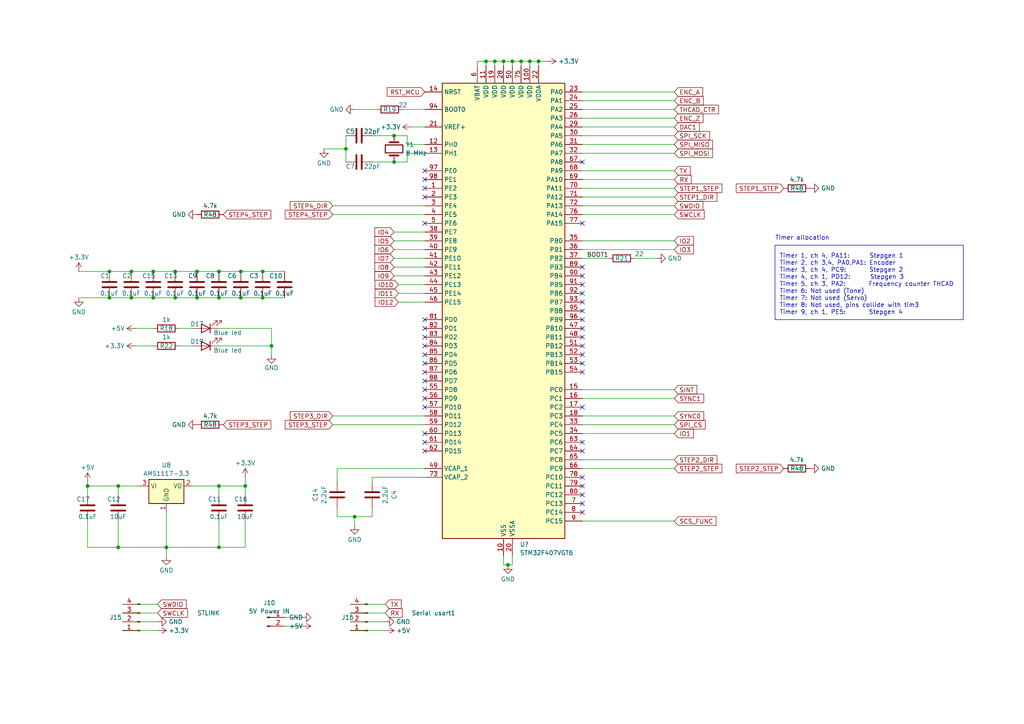
<source format=kicad_sch>
(kicad_sch (version 20230121) (generator eeschema)

  (uuid 29d1fc65-591a-4c4e-a1fd-d6076e24f303)

  (paper "A4")

  (title_block
    (title "MetalMusings EaserCAT 3000")
  )

  (lib_symbols
    (symbol "Connector:Conn_01x02_Pin" (pin_names (offset 1.016) hide) (in_bom yes) (on_board yes)
      (property "Reference" "J" (at 0 2.54 0)
        (effects (font (size 1.27 1.27)))
      )
      (property "Value" "Conn_01x02_Pin" (at 0 -5.08 0)
        (effects (font (size 1.27 1.27)))
      )
      (property "Footprint" "" (at 0 0 0)
        (effects (font (size 1.27 1.27)) hide)
      )
      (property "Datasheet" "~" (at 0 0 0)
        (effects (font (size 1.27 1.27)) hide)
      )
      (property "ki_locked" "" (at 0 0 0)
        (effects (font (size 1.27 1.27)))
      )
      (property "ki_keywords" "connector" (at 0 0 0)
        (effects (font (size 1.27 1.27)) hide)
      )
      (property "ki_description" "Generic connector, single row, 01x02, script generated" (at 0 0 0)
        (effects (font (size 1.27 1.27)) hide)
      )
      (property "ki_fp_filters" "Connector*:*_1x??_*" (at 0 0 0)
        (effects (font (size 1.27 1.27)) hide)
      )
      (symbol "Conn_01x02_Pin_1_1"
        (polyline
          (pts
            (xy 1.27 -2.54)
            (xy 0.8636 -2.54)
          )
          (stroke (width 0.1524) (type default))
          (fill (type none))
        )
        (polyline
          (pts
            (xy 1.27 0)
            (xy 0.8636 0)
          )
          (stroke (width 0.1524) (type default))
          (fill (type none))
        )
        (rectangle (start 0.8636 -2.413) (end 0 -2.667)
          (stroke (width 0.1524) (type default))
          (fill (type outline))
        )
        (rectangle (start 0.8636 0.127) (end 0 -0.127)
          (stroke (width 0.1524) (type default))
          (fill (type outline))
        )
        (pin passive line (at 5.08 0 180) (length 3.81)
          (name "Pin_1" (effects (font (size 1.27 1.27))))
          (number "1" (effects (font (size 1.27 1.27))))
        )
        (pin passive line (at 5.08 -2.54 180) (length 3.81)
          (name "Pin_2" (effects (font (size 1.27 1.27))))
          (number "2" (effects (font (size 1.27 1.27))))
        )
      )
    )
    (symbol "Connector:Conn_01x04_Pin" (pin_names (offset 1.016) hide) (in_bom yes) (on_board yes)
      (property "Reference" "J" (at 0 5.08 0)
        (effects (font (size 1.27 1.27)))
      )
      (property "Value" "Conn_01x04_Pin" (at 0 -7.62 0)
        (effects (font (size 1.27 1.27)))
      )
      (property "Footprint" "" (at 0 0 0)
        (effects (font (size 1.27 1.27)) hide)
      )
      (property "Datasheet" "~" (at 0 0 0)
        (effects (font (size 1.27 1.27)) hide)
      )
      (property "ki_locked" "" (at 0 0 0)
        (effects (font (size 1.27 1.27)))
      )
      (property "ki_keywords" "connector" (at 0 0 0)
        (effects (font (size 1.27 1.27)) hide)
      )
      (property "ki_description" "Generic connector, single row, 01x04, script generated" (at 0 0 0)
        (effects (font (size 1.27 1.27)) hide)
      )
      (property "ki_fp_filters" "Connector*:*_1x??_*" (at 0 0 0)
        (effects (font (size 1.27 1.27)) hide)
      )
      (symbol "Conn_01x04_Pin_1_1"
        (polyline
          (pts
            (xy 1.27 -5.08)
            (xy 0.8636 -5.08)
          )
          (stroke (width 0.1524) (type default))
          (fill (type none))
        )
        (polyline
          (pts
            (xy 1.27 -2.54)
            (xy 0.8636 -2.54)
          )
          (stroke (width 0.1524) (type default))
          (fill (type none))
        )
        (polyline
          (pts
            (xy 1.27 0)
            (xy 0.8636 0)
          )
          (stroke (width 0.1524) (type default))
          (fill (type none))
        )
        (polyline
          (pts
            (xy 1.27 2.54)
            (xy 0.8636 2.54)
          )
          (stroke (width 0.1524) (type default))
          (fill (type none))
        )
        (rectangle (start 0.8636 -4.953) (end 0 -5.207)
          (stroke (width 0.1524) (type default))
          (fill (type outline))
        )
        (rectangle (start 0.8636 -2.413) (end 0 -2.667)
          (stroke (width 0.1524) (type default))
          (fill (type outline))
        )
        (rectangle (start 0.8636 0.127) (end 0 -0.127)
          (stroke (width 0.1524) (type default))
          (fill (type outline))
        )
        (rectangle (start 0.8636 2.667) (end 0 2.413)
          (stroke (width 0.1524) (type default))
          (fill (type outline))
        )
        (pin passive line (at 5.08 2.54 180) (length 3.81)
          (name "Pin_1" (effects (font (size 1.27 1.27))))
          (number "1" (effects (font (size 1.27 1.27))))
        )
        (pin passive line (at 5.08 0 180) (length 3.81)
          (name "Pin_2" (effects (font (size 1.27 1.27))))
          (number "2" (effects (font (size 1.27 1.27))))
        )
        (pin passive line (at 5.08 -2.54 180) (length 3.81)
          (name "Pin_3" (effects (font (size 1.27 1.27))))
          (number "3" (effects (font (size 1.27 1.27))))
        )
        (pin passive line (at 5.08 -5.08 180) (length 3.81)
          (name "Pin_4" (effects (font (size 1.27 1.27))))
          (number "4" (effects (font (size 1.27 1.27))))
        )
      )
    )
    (symbol "Device:C" (pin_numbers hide) (pin_names (offset 0.254)) (in_bom yes) (on_board yes)
      (property "Reference" "C" (at 0.635 2.54 0)
        (effects (font (size 1.27 1.27)) (justify left))
      )
      (property "Value" "C" (at 0.635 -2.54 0)
        (effects (font (size 1.27 1.27)) (justify left))
      )
      (property "Footprint" "" (at 0.9652 -3.81 0)
        (effects (font (size 1.27 1.27)) hide)
      )
      (property "Datasheet" "~" (at 0 0 0)
        (effects (font (size 1.27 1.27)) hide)
      )
      (property "ki_keywords" "cap capacitor" (at 0 0 0)
        (effects (font (size 1.27 1.27)) hide)
      )
      (property "ki_description" "Unpolarized capacitor" (at 0 0 0)
        (effects (font (size 1.27 1.27)) hide)
      )
      (property "ki_fp_filters" "C_*" (at 0 0 0)
        (effects (font (size 1.27 1.27)) hide)
      )
      (symbol "C_0_1"
        (polyline
          (pts
            (xy -2.032 -0.762)
            (xy 2.032 -0.762)
          )
          (stroke (width 0.508) (type default))
          (fill (type none))
        )
        (polyline
          (pts
            (xy -2.032 0.762)
            (xy 2.032 0.762)
          )
          (stroke (width 0.508) (type default))
          (fill (type none))
        )
      )
      (symbol "C_1_1"
        (pin passive line (at 0 3.81 270) (length 2.794)
          (name "~" (effects (font (size 1.27 1.27))))
          (number "1" (effects (font (size 1.27 1.27))))
        )
        (pin passive line (at 0 -3.81 90) (length 2.794)
          (name "~" (effects (font (size 1.27 1.27))))
          (number "2" (effects (font (size 1.27 1.27))))
        )
      )
    )
    (symbol "Device:Crystal" (pin_numbers hide) (pin_names (offset 1.016) hide) (in_bom yes) (on_board yes)
      (property "Reference" "Y" (at 0 3.81 0)
        (effects (font (size 1.27 1.27)))
      )
      (property "Value" "Crystal" (at 0 -3.81 0)
        (effects (font (size 1.27 1.27)))
      )
      (property "Footprint" "" (at 0 0 0)
        (effects (font (size 1.27 1.27)) hide)
      )
      (property "Datasheet" "~" (at 0 0 0)
        (effects (font (size 1.27 1.27)) hide)
      )
      (property "ki_keywords" "quartz ceramic resonator oscillator" (at 0 0 0)
        (effects (font (size 1.27 1.27)) hide)
      )
      (property "ki_description" "Two pin crystal" (at 0 0 0)
        (effects (font (size 1.27 1.27)) hide)
      )
      (property "ki_fp_filters" "Crystal*" (at 0 0 0)
        (effects (font (size 1.27 1.27)) hide)
      )
      (symbol "Crystal_0_1"
        (rectangle (start -1.143 2.54) (end 1.143 -2.54)
          (stroke (width 0.3048) (type default))
          (fill (type none))
        )
        (polyline
          (pts
            (xy -2.54 0)
            (xy -1.905 0)
          )
          (stroke (width 0) (type default))
          (fill (type none))
        )
        (polyline
          (pts
            (xy -1.905 -1.27)
            (xy -1.905 1.27)
          )
          (stroke (width 0.508) (type default))
          (fill (type none))
        )
        (polyline
          (pts
            (xy 1.905 -1.27)
            (xy 1.905 1.27)
          )
          (stroke (width 0.508) (type default))
          (fill (type none))
        )
        (polyline
          (pts
            (xy 2.54 0)
            (xy 1.905 0)
          )
          (stroke (width 0) (type default))
          (fill (type none))
        )
      )
      (symbol "Crystal_1_1"
        (pin passive line (at -3.81 0 0) (length 1.27)
          (name "1" (effects (font (size 1.27 1.27))))
          (number "1" (effects (font (size 1.27 1.27))))
        )
        (pin passive line (at 3.81 0 180) (length 1.27)
          (name "2" (effects (font (size 1.27 1.27))))
          (number "2" (effects (font (size 1.27 1.27))))
        )
      )
    )
    (symbol "Device:LED" (pin_numbers hide) (pin_names (offset 1.016) hide) (in_bom yes) (on_board yes)
      (property "Reference" "D" (at 0 2.54 0)
        (effects (font (size 1.27 1.27)))
      )
      (property "Value" "LED" (at 0 -2.54 0)
        (effects (font (size 1.27 1.27)))
      )
      (property "Footprint" "" (at 0 0 0)
        (effects (font (size 1.27 1.27)) hide)
      )
      (property "Datasheet" "~" (at 0 0 0)
        (effects (font (size 1.27 1.27)) hide)
      )
      (property "ki_keywords" "LED diode" (at 0 0 0)
        (effects (font (size 1.27 1.27)) hide)
      )
      (property "ki_description" "Light emitting diode" (at 0 0 0)
        (effects (font (size 1.27 1.27)) hide)
      )
      (property "ki_fp_filters" "LED* LED_SMD:* LED_THT:*" (at 0 0 0)
        (effects (font (size 1.27 1.27)) hide)
      )
      (symbol "LED_0_1"
        (polyline
          (pts
            (xy -1.27 -1.27)
            (xy -1.27 1.27)
          )
          (stroke (width 0.254) (type default))
          (fill (type none))
        )
        (polyline
          (pts
            (xy -1.27 0)
            (xy 1.27 0)
          )
          (stroke (width 0) (type default))
          (fill (type none))
        )
        (polyline
          (pts
            (xy 1.27 -1.27)
            (xy 1.27 1.27)
            (xy -1.27 0)
            (xy 1.27 -1.27)
          )
          (stroke (width 0.254) (type default))
          (fill (type none))
        )
        (polyline
          (pts
            (xy -3.048 -0.762)
            (xy -4.572 -2.286)
            (xy -3.81 -2.286)
            (xy -4.572 -2.286)
            (xy -4.572 -1.524)
          )
          (stroke (width 0) (type default))
          (fill (type none))
        )
        (polyline
          (pts
            (xy -1.778 -0.762)
            (xy -3.302 -2.286)
            (xy -2.54 -2.286)
            (xy -3.302 -2.286)
            (xy -3.302 -1.524)
          )
          (stroke (width 0) (type default))
          (fill (type none))
        )
      )
      (symbol "LED_1_1"
        (pin passive line (at -3.81 0 0) (length 2.54)
          (name "K" (effects (font (size 1.27 1.27))))
          (number "1" (effects (font (size 1.27 1.27))))
        )
        (pin passive line (at 3.81 0 180) (length 2.54)
          (name "A" (effects (font (size 1.27 1.27))))
          (number "2" (effects (font (size 1.27 1.27))))
        )
      )
    )
    (symbol "Device:R" (pin_numbers hide) (pin_names (offset 0)) (in_bom yes) (on_board yes)
      (property "Reference" "R" (at 2.032 0 90)
        (effects (font (size 1.27 1.27)))
      )
      (property "Value" "R" (at 0 0 90)
        (effects (font (size 1.27 1.27)))
      )
      (property "Footprint" "" (at -1.778 0 90)
        (effects (font (size 1.27 1.27)) hide)
      )
      (property "Datasheet" "~" (at 0 0 0)
        (effects (font (size 1.27 1.27)) hide)
      )
      (property "ki_keywords" "R res resistor" (at 0 0 0)
        (effects (font (size 1.27 1.27)) hide)
      )
      (property "ki_description" "Resistor" (at 0 0 0)
        (effects (font (size 1.27 1.27)) hide)
      )
      (property "ki_fp_filters" "R_*" (at 0 0 0)
        (effects (font (size 1.27 1.27)) hide)
      )
      (symbol "R_0_1"
        (rectangle (start -1.016 -2.54) (end 1.016 2.54)
          (stroke (width 0.254) (type default))
          (fill (type none))
        )
      )
      (symbol "R_1_1"
        (pin passive line (at 0 3.81 270) (length 1.27)
          (name "~" (effects (font (size 1.27 1.27))))
          (number "1" (effects (font (size 1.27 1.27))))
        )
        (pin passive line (at 0 -3.81 90) (length 1.27)
          (name "~" (effects (font (size 1.27 1.27))))
          (number "2" (effects (font (size 1.27 1.27))))
        )
      )
    )
    (symbol "MCU_ST_STM32F4:STM32F407VGTx" (in_bom yes) (on_board yes)
      (property "Reference" "U" (at -17.78 67.31 0)
        (effects (font (size 1.27 1.27)) (justify left))
      )
      (property "Value" "STM32F407VGTx" (at 12.7 67.31 0)
        (effects (font (size 1.27 1.27)) (justify left))
      )
      (property "Footprint" "Package_QFP:LQFP-100_14x14mm_P0.5mm" (at -17.78 -66.04 0)
        (effects (font (size 1.27 1.27)) (justify right) hide)
      )
      (property "Datasheet" "https://www.st.com/resource/en/datasheet/stm32f407vg.pdf" (at 0 0 0)
        (effects (font (size 1.27 1.27)) hide)
      )
      (property "ki_locked" "" (at 0 0 0)
        (effects (font (size 1.27 1.27)))
      )
      (property "ki_keywords" "Arm Cortex-M4 STM32F4 STM32F407/417" (at 0 0 0)
        (effects (font (size 1.27 1.27)) hide)
      )
      (property "ki_description" "STMicroelectronics Arm Cortex-M4 MCU, 1024KB flash, 192KB RAM, 168 MHz, 1.8-3.6V, 82 GPIO, LQFP100" (at 0 0 0)
        (effects (font (size 1.27 1.27)) hide)
      )
      (property "ki_fp_filters" "LQFP*14x14mm*P0.5mm*" (at 0 0 0)
        (effects (font (size 1.27 1.27)) hide)
      )
      (symbol "STM32F407VGTx_0_1"
        (rectangle (start -17.78 -66.04) (end 17.78 66.04)
          (stroke (width 0.254) (type default))
          (fill (type background))
        )
      )
      (symbol "STM32F407VGTx_1_1"
        (pin bidirectional line (at -22.86 35.56 0) (length 5.08)
          (name "PE2" (effects (font (size 1.27 1.27))))
          (number "1" (effects (font (size 1.27 1.27))))
          (alternate "ETH_TXD3" bidirectional line)
          (alternate "FSMC_A23" bidirectional line)
          (alternate "SYS_TRACECLK" bidirectional line)
        )
        (pin power_in line (at 0 -71.12 90) (length 5.08)
          (name "VSS" (effects (font (size 1.27 1.27))))
          (number "10" (effects (font (size 1.27 1.27))))
        )
        (pin power_in line (at 7.62 71.12 270) (length 5.08)
          (name "VDD" (effects (font (size 1.27 1.27))))
          (number "100" (effects (font (size 1.27 1.27))))
        )
        (pin power_in line (at -5.08 71.12 270) (length 5.08)
          (name "VDD" (effects (font (size 1.27 1.27))))
          (number "11" (effects (font (size 1.27 1.27))))
        )
        (pin bidirectional line (at -22.86 48.26 0) (length 5.08)
          (name "PH0" (effects (font (size 1.27 1.27))))
          (number "12" (effects (font (size 1.27 1.27))))
          (alternate "RCC_OSC_IN" bidirectional line)
        )
        (pin bidirectional line (at -22.86 45.72 0) (length 5.08)
          (name "PH1" (effects (font (size 1.27 1.27))))
          (number "13" (effects (font (size 1.27 1.27))))
          (alternate "RCC_OSC_OUT" bidirectional line)
        )
        (pin input line (at -22.86 63.5 0) (length 5.08)
          (name "NRST" (effects (font (size 1.27 1.27))))
          (number "14" (effects (font (size 1.27 1.27))))
        )
        (pin bidirectional line (at 22.86 -22.86 180) (length 5.08)
          (name "PC0" (effects (font (size 1.27 1.27))))
          (number "15" (effects (font (size 1.27 1.27))))
          (alternate "ADC1_IN10" bidirectional line)
          (alternate "ADC2_IN10" bidirectional line)
          (alternate "ADC3_IN10" bidirectional line)
          (alternate "USB_OTG_HS_ULPI_STP" bidirectional line)
        )
        (pin bidirectional line (at 22.86 -25.4 180) (length 5.08)
          (name "PC1" (effects (font (size 1.27 1.27))))
          (number "16" (effects (font (size 1.27 1.27))))
          (alternate "ADC1_IN11" bidirectional line)
          (alternate "ADC2_IN11" bidirectional line)
          (alternate "ADC3_IN11" bidirectional line)
          (alternate "ETH_MDC" bidirectional line)
        )
        (pin bidirectional line (at 22.86 -27.94 180) (length 5.08)
          (name "PC2" (effects (font (size 1.27 1.27))))
          (number "17" (effects (font (size 1.27 1.27))))
          (alternate "ADC1_IN12" bidirectional line)
          (alternate "ADC2_IN12" bidirectional line)
          (alternate "ADC3_IN12" bidirectional line)
          (alternate "ETH_TXD2" bidirectional line)
          (alternate "I2S2_ext_SD" bidirectional line)
          (alternate "SPI2_MISO" bidirectional line)
          (alternate "USB_OTG_HS_ULPI_DIR" bidirectional line)
        )
        (pin bidirectional line (at 22.86 -30.48 180) (length 5.08)
          (name "PC3" (effects (font (size 1.27 1.27))))
          (number "18" (effects (font (size 1.27 1.27))))
          (alternate "ADC1_IN13" bidirectional line)
          (alternate "ADC2_IN13" bidirectional line)
          (alternate "ADC3_IN13" bidirectional line)
          (alternate "ETH_TX_CLK" bidirectional line)
          (alternate "I2S2_SD" bidirectional line)
          (alternate "SPI2_MOSI" bidirectional line)
          (alternate "USB_OTG_HS_ULPI_NXT" bidirectional line)
        )
        (pin power_in line (at -2.54 71.12 270) (length 5.08)
          (name "VDD" (effects (font (size 1.27 1.27))))
          (number "19" (effects (font (size 1.27 1.27))))
        )
        (pin bidirectional line (at -22.86 33.02 0) (length 5.08)
          (name "PE3" (effects (font (size 1.27 1.27))))
          (number "2" (effects (font (size 1.27 1.27))))
          (alternate "FSMC_A19" bidirectional line)
          (alternate "SYS_TRACED0" bidirectional line)
        )
        (pin power_in line (at 2.54 -71.12 90) (length 5.08)
          (name "VSSA" (effects (font (size 1.27 1.27))))
          (number "20" (effects (font (size 1.27 1.27))))
        )
        (pin input line (at -22.86 53.34 0) (length 5.08)
          (name "VREF+" (effects (font (size 1.27 1.27))))
          (number "21" (effects (font (size 1.27 1.27))))
        )
        (pin power_in line (at 10.16 71.12 270) (length 5.08)
          (name "VDDA" (effects (font (size 1.27 1.27))))
          (number "22" (effects (font (size 1.27 1.27))))
        )
        (pin bidirectional line (at 22.86 63.5 180) (length 5.08)
          (name "PA0" (effects (font (size 1.27 1.27))))
          (number "23" (effects (font (size 1.27 1.27))))
          (alternate "ADC1_IN0" bidirectional line)
          (alternate "ADC2_IN0" bidirectional line)
          (alternate "ADC3_IN0" bidirectional line)
          (alternate "ETH_CRS" bidirectional line)
          (alternate "SYS_WKUP" bidirectional line)
          (alternate "TIM2_CH1" bidirectional line)
          (alternate "TIM2_ETR" bidirectional line)
          (alternate "TIM5_CH1" bidirectional line)
          (alternate "TIM8_ETR" bidirectional line)
          (alternate "UART4_TX" bidirectional line)
          (alternate "USART2_CTS" bidirectional line)
        )
        (pin bidirectional line (at 22.86 60.96 180) (length 5.08)
          (name "PA1" (effects (font (size 1.27 1.27))))
          (number "24" (effects (font (size 1.27 1.27))))
          (alternate "ADC1_IN1" bidirectional line)
          (alternate "ADC2_IN1" bidirectional line)
          (alternate "ADC3_IN1" bidirectional line)
          (alternate "ETH_REF_CLK" bidirectional line)
          (alternate "ETH_RX_CLK" bidirectional line)
          (alternate "TIM2_CH2" bidirectional line)
          (alternate "TIM5_CH2" bidirectional line)
          (alternate "UART4_RX" bidirectional line)
          (alternate "USART2_RTS" bidirectional line)
        )
        (pin bidirectional line (at 22.86 58.42 180) (length 5.08)
          (name "PA2" (effects (font (size 1.27 1.27))))
          (number "25" (effects (font (size 1.27 1.27))))
          (alternate "ADC1_IN2" bidirectional line)
          (alternate "ADC2_IN2" bidirectional line)
          (alternate "ADC3_IN2" bidirectional line)
          (alternate "ETH_MDIO" bidirectional line)
          (alternate "TIM2_CH3" bidirectional line)
          (alternate "TIM5_CH3" bidirectional line)
          (alternate "TIM9_CH1" bidirectional line)
          (alternate "USART2_TX" bidirectional line)
        )
        (pin bidirectional line (at 22.86 55.88 180) (length 5.08)
          (name "PA3" (effects (font (size 1.27 1.27))))
          (number "26" (effects (font (size 1.27 1.27))))
          (alternate "ADC1_IN3" bidirectional line)
          (alternate "ADC2_IN3" bidirectional line)
          (alternate "ADC3_IN3" bidirectional line)
          (alternate "ETH_COL" bidirectional line)
          (alternate "TIM2_CH4" bidirectional line)
          (alternate "TIM5_CH4" bidirectional line)
          (alternate "TIM9_CH2" bidirectional line)
          (alternate "USART2_RX" bidirectional line)
          (alternate "USB_OTG_HS_ULPI_D0" bidirectional line)
        )
        (pin passive line (at 0 -71.12 90) (length 5.08) hide
          (name "VSS" (effects (font (size 1.27 1.27))))
          (number "27" (effects (font (size 1.27 1.27))))
        )
        (pin power_in line (at 0 71.12 270) (length 5.08)
          (name "VDD" (effects (font (size 1.27 1.27))))
          (number "28" (effects (font (size 1.27 1.27))))
        )
        (pin bidirectional line (at 22.86 53.34 180) (length 5.08)
          (name "PA4" (effects (font (size 1.27 1.27))))
          (number "29" (effects (font (size 1.27 1.27))))
          (alternate "ADC1_IN4" bidirectional line)
          (alternate "ADC2_IN4" bidirectional line)
          (alternate "DAC_OUT1" bidirectional line)
          (alternate "DCMI_HSYNC" bidirectional line)
          (alternate "I2S3_WS" bidirectional line)
          (alternate "SPI1_NSS" bidirectional line)
          (alternate "SPI3_NSS" bidirectional line)
          (alternate "USART2_CK" bidirectional line)
          (alternate "USB_OTG_HS_SOF" bidirectional line)
        )
        (pin bidirectional line (at -22.86 30.48 0) (length 5.08)
          (name "PE4" (effects (font (size 1.27 1.27))))
          (number "3" (effects (font (size 1.27 1.27))))
          (alternate "DCMI_D4" bidirectional line)
          (alternate "FSMC_A20" bidirectional line)
          (alternate "SYS_TRACED1" bidirectional line)
        )
        (pin bidirectional line (at 22.86 50.8 180) (length 5.08)
          (name "PA5" (effects (font (size 1.27 1.27))))
          (number "30" (effects (font (size 1.27 1.27))))
          (alternate "ADC1_IN5" bidirectional line)
          (alternate "ADC2_IN5" bidirectional line)
          (alternate "DAC_OUT2" bidirectional line)
          (alternate "SPI1_SCK" bidirectional line)
          (alternate "TIM2_CH1" bidirectional line)
          (alternate "TIM2_ETR" bidirectional line)
          (alternate "TIM8_CH1N" bidirectional line)
          (alternate "USB_OTG_HS_ULPI_CK" bidirectional line)
        )
        (pin bidirectional line (at 22.86 48.26 180) (length 5.08)
          (name "PA6" (effects (font (size 1.27 1.27))))
          (number "31" (effects (font (size 1.27 1.27))))
          (alternate "ADC1_IN6" bidirectional line)
          (alternate "ADC2_IN6" bidirectional line)
          (alternate "DCMI_PIXCLK" bidirectional line)
          (alternate "SPI1_MISO" bidirectional line)
          (alternate "TIM13_CH1" bidirectional line)
          (alternate "TIM1_BKIN" bidirectional line)
          (alternate "TIM3_CH1" bidirectional line)
          (alternate "TIM8_BKIN" bidirectional line)
        )
        (pin bidirectional line (at 22.86 45.72 180) (length 5.08)
          (name "PA7" (effects (font (size 1.27 1.27))))
          (number "32" (effects (font (size 1.27 1.27))))
          (alternate "ADC1_IN7" bidirectional line)
          (alternate "ADC2_IN7" bidirectional line)
          (alternate "ETH_CRS_DV" bidirectional line)
          (alternate "ETH_RX_DV" bidirectional line)
          (alternate "SPI1_MOSI" bidirectional line)
          (alternate "TIM14_CH1" bidirectional line)
          (alternate "TIM1_CH1N" bidirectional line)
          (alternate "TIM3_CH2" bidirectional line)
          (alternate "TIM8_CH1N" bidirectional line)
        )
        (pin bidirectional line (at 22.86 -33.02 180) (length 5.08)
          (name "PC4" (effects (font (size 1.27 1.27))))
          (number "33" (effects (font (size 1.27 1.27))))
          (alternate "ADC1_IN14" bidirectional line)
          (alternate "ADC2_IN14" bidirectional line)
          (alternate "ETH_RXD0" bidirectional line)
        )
        (pin bidirectional line (at 22.86 -35.56 180) (length 5.08)
          (name "PC5" (effects (font (size 1.27 1.27))))
          (number "34" (effects (font (size 1.27 1.27))))
          (alternate "ADC1_IN15" bidirectional line)
          (alternate "ADC2_IN15" bidirectional line)
          (alternate "ETH_RXD1" bidirectional line)
        )
        (pin bidirectional line (at 22.86 20.32 180) (length 5.08)
          (name "PB0" (effects (font (size 1.27 1.27))))
          (number "35" (effects (font (size 1.27 1.27))))
          (alternate "ADC1_IN8" bidirectional line)
          (alternate "ADC2_IN8" bidirectional line)
          (alternate "ETH_RXD2" bidirectional line)
          (alternate "TIM1_CH2N" bidirectional line)
          (alternate "TIM3_CH3" bidirectional line)
          (alternate "TIM8_CH2N" bidirectional line)
          (alternate "USB_OTG_HS_ULPI_D1" bidirectional line)
        )
        (pin bidirectional line (at 22.86 17.78 180) (length 5.08)
          (name "PB1" (effects (font (size 1.27 1.27))))
          (number "36" (effects (font (size 1.27 1.27))))
          (alternate "ADC1_IN9" bidirectional line)
          (alternate "ADC2_IN9" bidirectional line)
          (alternate "ETH_RXD3" bidirectional line)
          (alternate "TIM1_CH3N" bidirectional line)
          (alternate "TIM3_CH4" bidirectional line)
          (alternate "TIM8_CH3N" bidirectional line)
          (alternate "USB_OTG_HS_ULPI_D2" bidirectional line)
        )
        (pin bidirectional line (at 22.86 15.24 180) (length 5.08)
          (name "PB2" (effects (font (size 1.27 1.27))))
          (number "37" (effects (font (size 1.27 1.27))))
        )
        (pin bidirectional line (at -22.86 22.86 0) (length 5.08)
          (name "PE7" (effects (font (size 1.27 1.27))))
          (number "38" (effects (font (size 1.27 1.27))))
          (alternate "FSMC_D4" bidirectional line)
          (alternate "FSMC_DA4" bidirectional line)
          (alternate "TIM1_ETR" bidirectional line)
        )
        (pin bidirectional line (at -22.86 20.32 0) (length 5.08)
          (name "PE8" (effects (font (size 1.27 1.27))))
          (number "39" (effects (font (size 1.27 1.27))))
          (alternate "FSMC_D5" bidirectional line)
          (alternate "FSMC_DA5" bidirectional line)
          (alternate "TIM1_CH1N" bidirectional line)
        )
        (pin bidirectional line (at -22.86 27.94 0) (length 5.08)
          (name "PE5" (effects (font (size 1.27 1.27))))
          (number "4" (effects (font (size 1.27 1.27))))
          (alternate "DCMI_D6" bidirectional line)
          (alternate "FSMC_A21" bidirectional line)
          (alternate "SYS_TRACED2" bidirectional line)
          (alternate "TIM9_CH1" bidirectional line)
        )
        (pin bidirectional line (at -22.86 17.78 0) (length 5.08)
          (name "PE9" (effects (font (size 1.27 1.27))))
          (number "40" (effects (font (size 1.27 1.27))))
          (alternate "DAC_EXTI9" bidirectional line)
          (alternate "FSMC_D6" bidirectional line)
          (alternate "FSMC_DA6" bidirectional line)
          (alternate "TIM1_CH1" bidirectional line)
        )
        (pin bidirectional line (at -22.86 15.24 0) (length 5.08)
          (name "PE10" (effects (font (size 1.27 1.27))))
          (number "41" (effects (font (size 1.27 1.27))))
          (alternate "FSMC_D7" bidirectional line)
          (alternate "FSMC_DA7" bidirectional line)
          (alternate "TIM1_CH2N" bidirectional line)
        )
        (pin bidirectional line (at -22.86 12.7 0) (length 5.08)
          (name "PE11" (effects (font (size 1.27 1.27))))
          (number "42" (effects (font (size 1.27 1.27))))
          (alternate "ADC1_EXTI11" bidirectional line)
          (alternate "ADC2_EXTI11" bidirectional line)
          (alternate "ADC3_EXTI11" bidirectional line)
          (alternate "FSMC_D8" bidirectional line)
          (alternate "FSMC_DA8" bidirectional line)
          (alternate "TIM1_CH2" bidirectional line)
        )
        (pin bidirectional line (at -22.86 10.16 0) (length 5.08)
          (name "PE12" (effects (font (size 1.27 1.27))))
          (number "43" (effects (font (size 1.27 1.27))))
          (alternate "FSMC_D9" bidirectional line)
          (alternate "FSMC_DA9" bidirectional line)
          (alternate "TIM1_CH3N" bidirectional line)
        )
        (pin bidirectional line (at -22.86 7.62 0) (length 5.08)
          (name "PE13" (effects (font (size 1.27 1.27))))
          (number "44" (effects (font (size 1.27 1.27))))
          (alternate "FSMC_D10" bidirectional line)
          (alternate "FSMC_DA10" bidirectional line)
          (alternate "TIM1_CH3" bidirectional line)
        )
        (pin bidirectional line (at -22.86 5.08 0) (length 5.08)
          (name "PE14" (effects (font (size 1.27 1.27))))
          (number "45" (effects (font (size 1.27 1.27))))
          (alternate "FSMC_D11" bidirectional line)
          (alternate "FSMC_DA11" bidirectional line)
          (alternate "TIM1_CH4" bidirectional line)
        )
        (pin bidirectional line (at -22.86 2.54 0) (length 5.08)
          (name "PE15" (effects (font (size 1.27 1.27))))
          (number "46" (effects (font (size 1.27 1.27))))
          (alternate "ADC1_EXTI15" bidirectional line)
          (alternate "ADC2_EXTI15" bidirectional line)
          (alternate "ADC3_EXTI15" bidirectional line)
          (alternate "FSMC_D12" bidirectional line)
          (alternate "FSMC_DA12" bidirectional line)
          (alternate "TIM1_BKIN" bidirectional line)
        )
        (pin bidirectional line (at 22.86 -5.08 180) (length 5.08)
          (name "PB10" (effects (font (size 1.27 1.27))))
          (number "47" (effects (font (size 1.27 1.27))))
          (alternate "ETH_RX_ER" bidirectional line)
          (alternate "I2C2_SCL" bidirectional line)
          (alternate "I2S2_CK" bidirectional line)
          (alternate "SPI2_SCK" bidirectional line)
          (alternate "TIM2_CH3" bidirectional line)
          (alternate "USART3_TX" bidirectional line)
          (alternate "USB_OTG_HS_ULPI_D3" bidirectional line)
        )
        (pin bidirectional line (at 22.86 -7.62 180) (length 5.08)
          (name "PB11" (effects (font (size 1.27 1.27))))
          (number "48" (effects (font (size 1.27 1.27))))
          (alternate "ADC1_EXTI11" bidirectional line)
          (alternate "ADC2_EXTI11" bidirectional line)
          (alternate "ADC3_EXTI11" bidirectional line)
          (alternate "ETH_TX_EN" bidirectional line)
          (alternate "I2C2_SDA" bidirectional line)
          (alternate "TIM2_CH4" bidirectional line)
          (alternate "USART3_RX" bidirectional line)
          (alternate "USB_OTG_HS_ULPI_D4" bidirectional line)
        )
        (pin power_out line (at -22.86 -45.72 0) (length 5.08)
          (name "VCAP_1" (effects (font (size 1.27 1.27))))
          (number "49" (effects (font (size 1.27 1.27))))
        )
        (pin bidirectional line (at -22.86 25.4 0) (length 5.08)
          (name "PE6" (effects (font (size 1.27 1.27))))
          (number "5" (effects (font (size 1.27 1.27))))
          (alternate "DCMI_D7" bidirectional line)
          (alternate "FSMC_A22" bidirectional line)
          (alternate "SYS_TRACED3" bidirectional line)
          (alternate "TIM9_CH2" bidirectional line)
        )
        (pin power_in line (at 2.54 71.12 270) (length 5.08)
          (name "VDD" (effects (font (size 1.27 1.27))))
          (number "50" (effects (font (size 1.27 1.27))))
        )
        (pin bidirectional line (at 22.86 -10.16 180) (length 5.08)
          (name "PB12" (effects (font (size 1.27 1.27))))
          (number "51" (effects (font (size 1.27 1.27))))
          (alternate "CAN2_RX" bidirectional line)
          (alternate "ETH_TXD0" bidirectional line)
          (alternate "I2C2_SMBA" bidirectional line)
          (alternate "I2S2_WS" bidirectional line)
          (alternate "SPI2_NSS" bidirectional line)
          (alternate "TIM1_BKIN" bidirectional line)
          (alternate "USART3_CK" bidirectional line)
          (alternate "USB_OTG_HS_ID" bidirectional line)
          (alternate "USB_OTG_HS_ULPI_D5" bidirectional line)
        )
        (pin bidirectional line (at 22.86 -12.7 180) (length 5.08)
          (name "PB13" (effects (font (size 1.27 1.27))))
          (number "52" (effects (font (size 1.27 1.27))))
          (alternate "CAN2_TX" bidirectional line)
          (alternate "ETH_TXD1" bidirectional line)
          (alternate "I2S2_CK" bidirectional line)
          (alternate "SPI2_SCK" bidirectional line)
          (alternate "TIM1_CH1N" bidirectional line)
          (alternate "USART3_CTS" bidirectional line)
          (alternate "USB_OTG_HS_ULPI_D6" bidirectional line)
          (alternate "USB_OTG_HS_VBUS" bidirectional line)
        )
        (pin bidirectional line (at 22.86 -15.24 180) (length 5.08)
          (name "PB14" (effects (font (size 1.27 1.27))))
          (number "53" (effects (font (size 1.27 1.27))))
          (alternate "I2S2_ext_SD" bidirectional line)
          (alternate "SPI2_MISO" bidirectional line)
          (alternate "TIM12_CH1" bidirectional line)
          (alternate "TIM1_CH2N" bidirectional line)
          (alternate "TIM8_CH2N" bidirectional line)
          (alternate "USART3_RTS" bidirectional line)
          (alternate "USB_OTG_HS_DM" bidirectional line)
        )
        (pin bidirectional line (at 22.86 -17.78 180) (length 5.08)
          (name "PB15" (effects (font (size 1.27 1.27))))
          (number "54" (effects (font (size 1.27 1.27))))
          (alternate "ADC1_EXTI15" bidirectional line)
          (alternate "ADC2_EXTI15" bidirectional line)
          (alternate "ADC3_EXTI15" bidirectional line)
          (alternate "I2S2_SD" bidirectional line)
          (alternate "RTC_REFIN" bidirectional line)
          (alternate "SPI2_MOSI" bidirectional line)
          (alternate "TIM12_CH2" bidirectional line)
          (alternate "TIM1_CH3N" bidirectional line)
          (alternate "TIM8_CH3N" bidirectional line)
          (alternate "USB_OTG_HS_DP" bidirectional line)
        )
        (pin bidirectional line (at -22.86 -22.86 0) (length 5.08)
          (name "PD8" (effects (font (size 1.27 1.27))))
          (number "55" (effects (font (size 1.27 1.27))))
          (alternate "FSMC_D13" bidirectional line)
          (alternate "FSMC_DA13" bidirectional line)
          (alternate "USART3_TX" bidirectional line)
        )
        (pin bidirectional line (at -22.86 -25.4 0) (length 5.08)
          (name "PD9" (effects (font (size 1.27 1.27))))
          (number "56" (effects (font (size 1.27 1.27))))
          (alternate "DAC_EXTI9" bidirectional line)
          (alternate "FSMC_D14" bidirectional line)
          (alternate "FSMC_DA14" bidirectional line)
          (alternate "USART3_RX" bidirectional line)
        )
        (pin bidirectional line (at -22.86 -27.94 0) (length 5.08)
          (name "PD10" (effects (font (size 1.27 1.27))))
          (number "57" (effects (font (size 1.27 1.27))))
          (alternate "FSMC_D15" bidirectional line)
          (alternate "FSMC_DA15" bidirectional line)
          (alternate "USART3_CK" bidirectional line)
        )
        (pin bidirectional line (at -22.86 -30.48 0) (length 5.08)
          (name "PD11" (effects (font (size 1.27 1.27))))
          (number "58" (effects (font (size 1.27 1.27))))
          (alternate "ADC1_EXTI11" bidirectional line)
          (alternate "ADC2_EXTI11" bidirectional line)
          (alternate "ADC3_EXTI11" bidirectional line)
          (alternate "FSMC_A16" bidirectional line)
          (alternate "FSMC_CLE" bidirectional line)
          (alternate "USART3_CTS" bidirectional line)
        )
        (pin bidirectional line (at -22.86 -33.02 0) (length 5.08)
          (name "PD12" (effects (font (size 1.27 1.27))))
          (number "59" (effects (font (size 1.27 1.27))))
          (alternate "FSMC_A17" bidirectional line)
          (alternate "FSMC_ALE" bidirectional line)
          (alternate "TIM4_CH1" bidirectional line)
          (alternate "USART3_RTS" bidirectional line)
        )
        (pin power_in line (at -7.62 71.12 270) (length 5.08)
          (name "VBAT" (effects (font (size 1.27 1.27))))
          (number "6" (effects (font (size 1.27 1.27))))
        )
        (pin bidirectional line (at -22.86 -35.56 0) (length 5.08)
          (name "PD13" (effects (font (size 1.27 1.27))))
          (number "60" (effects (font (size 1.27 1.27))))
          (alternate "FSMC_A18" bidirectional line)
          (alternate "TIM4_CH2" bidirectional line)
        )
        (pin bidirectional line (at -22.86 -38.1 0) (length 5.08)
          (name "PD14" (effects (font (size 1.27 1.27))))
          (number "61" (effects (font (size 1.27 1.27))))
          (alternate "FSMC_D0" bidirectional line)
          (alternate "FSMC_DA0" bidirectional line)
          (alternate "TIM4_CH3" bidirectional line)
        )
        (pin bidirectional line (at -22.86 -40.64 0) (length 5.08)
          (name "PD15" (effects (font (size 1.27 1.27))))
          (number "62" (effects (font (size 1.27 1.27))))
          (alternate "ADC1_EXTI15" bidirectional line)
          (alternate "ADC2_EXTI15" bidirectional line)
          (alternate "ADC3_EXTI15" bidirectional line)
          (alternate "FSMC_D1" bidirectional line)
          (alternate "FSMC_DA1" bidirectional line)
          (alternate "TIM4_CH4" bidirectional line)
        )
        (pin bidirectional line (at 22.86 -38.1 180) (length 5.08)
          (name "PC6" (effects (font (size 1.27 1.27))))
          (number "63" (effects (font (size 1.27 1.27))))
          (alternate "DCMI_D0" bidirectional line)
          (alternate "I2S2_MCK" bidirectional line)
          (alternate "SDIO_D6" bidirectional line)
          (alternate "TIM3_CH1" bidirectional line)
          (alternate "TIM8_CH1" bidirectional line)
          (alternate "USART6_TX" bidirectional line)
        )
        (pin bidirectional line (at 22.86 -40.64 180) (length 5.08)
          (name "PC7" (effects (font (size 1.27 1.27))))
          (number "64" (effects (font (size 1.27 1.27))))
          (alternate "DCMI_D1" bidirectional line)
          (alternate "I2S3_MCK" bidirectional line)
          (alternate "SDIO_D7" bidirectional line)
          (alternate "TIM3_CH2" bidirectional line)
          (alternate "TIM8_CH2" bidirectional line)
          (alternate "USART6_RX" bidirectional line)
        )
        (pin bidirectional line (at 22.86 -43.18 180) (length 5.08)
          (name "PC8" (effects (font (size 1.27 1.27))))
          (number "65" (effects (font (size 1.27 1.27))))
          (alternate "DCMI_D2" bidirectional line)
          (alternate "SDIO_D0" bidirectional line)
          (alternate "TIM3_CH3" bidirectional line)
          (alternate "TIM8_CH3" bidirectional line)
          (alternate "USART6_CK" bidirectional line)
        )
        (pin bidirectional line (at 22.86 -45.72 180) (length 5.08)
          (name "PC9" (effects (font (size 1.27 1.27))))
          (number "66" (effects (font (size 1.27 1.27))))
          (alternate "DAC_EXTI9" bidirectional line)
          (alternate "DCMI_D3" bidirectional line)
          (alternate "I2C3_SDA" bidirectional line)
          (alternate "I2S_CKIN" bidirectional line)
          (alternate "RCC_MCO_2" bidirectional line)
          (alternate "SDIO_D1" bidirectional line)
          (alternate "TIM3_CH4" bidirectional line)
          (alternate "TIM8_CH4" bidirectional line)
        )
        (pin bidirectional line (at 22.86 43.18 180) (length 5.08)
          (name "PA8" (effects (font (size 1.27 1.27))))
          (number "67" (effects (font (size 1.27 1.27))))
          (alternate "I2C3_SCL" bidirectional line)
          (alternate "RCC_MCO_1" bidirectional line)
          (alternate "TIM1_CH1" bidirectional line)
          (alternate "USART1_CK" bidirectional line)
          (alternate "USB_OTG_FS_SOF" bidirectional line)
        )
        (pin bidirectional line (at 22.86 40.64 180) (length 5.08)
          (name "PA9" (effects (font (size 1.27 1.27))))
          (number "68" (effects (font (size 1.27 1.27))))
          (alternate "DAC_EXTI9" bidirectional line)
          (alternate "DCMI_D0" bidirectional line)
          (alternate "I2C3_SMBA" bidirectional line)
          (alternate "TIM1_CH2" bidirectional line)
          (alternate "USART1_TX" bidirectional line)
          (alternate "USB_OTG_FS_VBUS" bidirectional line)
        )
        (pin bidirectional line (at 22.86 38.1 180) (length 5.08)
          (name "PA10" (effects (font (size 1.27 1.27))))
          (number "69" (effects (font (size 1.27 1.27))))
          (alternate "DCMI_D1" bidirectional line)
          (alternate "TIM1_CH3" bidirectional line)
          (alternate "USART1_RX" bidirectional line)
          (alternate "USB_OTG_FS_ID" bidirectional line)
        )
        (pin bidirectional line (at 22.86 -55.88 180) (length 5.08)
          (name "PC13" (effects (font (size 1.27 1.27))))
          (number "7" (effects (font (size 1.27 1.27))))
          (alternate "RTC_AF1" bidirectional line)
        )
        (pin bidirectional line (at 22.86 35.56 180) (length 5.08)
          (name "PA11" (effects (font (size 1.27 1.27))))
          (number "70" (effects (font (size 1.27 1.27))))
          (alternate "ADC1_EXTI11" bidirectional line)
          (alternate "ADC2_EXTI11" bidirectional line)
          (alternate "ADC3_EXTI11" bidirectional line)
          (alternate "CAN1_RX" bidirectional line)
          (alternate "TIM1_CH4" bidirectional line)
          (alternate "USART1_CTS" bidirectional line)
          (alternate "USB_OTG_FS_DM" bidirectional line)
        )
        (pin bidirectional line (at 22.86 33.02 180) (length 5.08)
          (name "PA12" (effects (font (size 1.27 1.27))))
          (number "71" (effects (font (size 1.27 1.27))))
          (alternate "CAN1_TX" bidirectional line)
          (alternate "TIM1_ETR" bidirectional line)
          (alternate "USART1_RTS" bidirectional line)
          (alternate "USB_OTG_FS_DP" bidirectional line)
        )
        (pin bidirectional line (at 22.86 30.48 180) (length 5.08)
          (name "PA13" (effects (font (size 1.27 1.27))))
          (number "72" (effects (font (size 1.27 1.27))))
          (alternate "SYS_JTMS-SWDIO" bidirectional line)
        )
        (pin power_out line (at -22.86 -48.26 0) (length 5.08)
          (name "VCAP_2" (effects (font (size 1.27 1.27))))
          (number "73" (effects (font (size 1.27 1.27))))
        )
        (pin passive line (at 0 -71.12 90) (length 5.08) hide
          (name "VSS" (effects (font (size 1.27 1.27))))
          (number "74" (effects (font (size 1.27 1.27))))
        )
        (pin power_in line (at 5.08 71.12 270) (length 5.08)
          (name "VDD" (effects (font (size 1.27 1.27))))
          (number "75" (effects (font (size 1.27 1.27))))
        )
        (pin bidirectional line (at 22.86 27.94 180) (length 5.08)
          (name "PA14" (effects (font (size 1.27 1.27))))
          (number "76" (effects (font (size 1.27 1.27))))
          (alternate "SYS_JTCK-SWCLK" bidirectional line)
        )
        (pin bidirectional line (at 22.86 25.4 180) (length 5.08)
          (name "PA15" (effects (font (size 1.27 1.27))))
          (number "77" (effects (font (size 1.27 1.27))))
          (alternate "ADC1_EXTI15" bidirectional line)
          (alternate "ADC2_EXTI15" bidirectional line)
          (alternate "ADC3_EXTI15" bidirectional line)
          (alternate "I2S3_WS" bidirectional line)
          (alternate "SPI1_NSS" bidirectional line)
          (alternate "SPI3_NSS" bidirectional line)
          (alternate "SYS_JTDI" bidirectional line)
          (alternate "TIM2_CH1" bidirectional line)
          (alternate "TIM2_ETR" bidirectional line)
        )
        (pin bidirectional line (at 22.86 -48.26 180) (length 5.08)
          (name "PC10" (effects (font (size 1.27 1.27))))
          (number "78" (effects (font (size 1.27 1.27))))
          (alternate "DCMI_D8" bidirectional line)
          (alternate "I2S3_CK" bidirectional line)
          (alternate "SDIO_D2" bidirectional line)
          (alternate "SPI3_SCK" bidirectional line)
          (alternate "UART4_TX" bidirectional line)
          (alternate "USART3_TX" bidirectional line)
        )
        (pin bidirectional line (at 22.86 -50.8 180) (length 5.08)
          (name "PC11" (effects (font (size 1.27 1.27))))
          (number "79" (effects (font (size 1.27 1.27))))
          (alternate "ADC1_EXTI11" bidirectional line)
          (alternate "ADC2_EXTI11" bidirectional line)
          (alternate "ADC3_EXTI11" bidirectional line)
          (alternate "DCMI_D4" bidirectional line)
          (alternate "I2S3_ext_SD" bidirectional line)
          (alternate "SDIO_D3" bidirectional line)
          (alternate "SPI3_MISO" bidirectional line)
          (alternate "UART4_RX" bidirectional line)
          (alternate "USART3_RX" bidirectional line)
        )
        (pin bidirectional line (at 22.86 -58.42 180) (length 5.08)
          (name "PC14" (effects (font (size 1.27 1.27))))
          (number "8" (effects (font (size 1.27 1.27))))
          (alternate "RCC_OSC32_IN" bidirectional line)
        )
        (pin bidirectional line (at 22.86 -53.34 180) (length 5.08)
          (name "PC12" (effects (font (size 1.27 1.27))))
          (number "80" (effects (font (size 1.27 1.27))))
          (alternate "DCMI_D9" bidirectional line)
          (alternate "I2S3_SD" bidirectional line)
          (alternate "SDIO_CK" bidirectional line)
          (alternate "SPI3_MOSI" bidirectional line)
          (alternate "UART5_TX" bidirectional line)
          (alternate "USART3_CK" bidirectional line)
        )
        (pin bidirectional line (at -22.86 -2.54 0) (length 5.08)
          (name "PD0" (effects (font (size 1.27 1.27))))
          (number "81" (effects (font (size 1.27 1.27))))
          (alternate "CAN1_RX" bidirectional line)
          (alternate "FSMC_D2" bidirectional line)
          (alternate "FSMC_DA2" bidirectional line)
        )
        (pin bidirectional line (at -22.86 -5.08 0) (length 5.08)
          (name "PD1" (effects (font (size 1.27 1.27))))
          (number "82" (effects (font (size 1.27 1.27))))
          (alternate "CAN1_TX" bidirectional line)
          (alternate "FSMC_D3" bidirectional line)
          (alternate "FSMC_DA3" bidirectional line)
        )
        (pin bidirectional line (at -22.86 -7.62 0) (length 5.08)
          (name "PD2" (effects (font (size 1.27 1.27))))
          (number "83" (effects (font (size 1.27 1.27))))
          (alternate "DCMI_D11" bidirectional line)
          (alternate "SDIO_CMD" bidirectional line)
          (alternate "TIM3_ETR" bidirectional line)
          (alternate "UART5_RX" bidirectional line)
        )
        (pin bidirectional line (at -22.86 -10.16 0) (length 5.08)
          (name "PD3" (effects (font (size 1.27 1.27))))
          (number "84" (effects (font (size 1.27 1.27))))
          (alternate "FSMC_CLK" bidirectional line)
          (alternate "USART2_CTS" bidirectional line)
        )
        (pin bidirectional line (at -22.86 -12.7 0) (length 5.08)
          (name "PD4" (effects (font (size 1.27 1.27))))
          (number "85" (effects (font (size 1.27 1.27))))
          (alternate "FSMC_NOE" bidirectional line)
          (alternate "USART2_RTS" bidirectional line)
        )
        (pin bidirectional line (at -22.86 -15.24 0) (length 5.08)
          (name "PD5" (effects (font (size 1.27 1.27))))
          (number "86" (effects (font (size 1.27 1.27))))
          (alternate "FSMC_NWE" bidirectional line)
          (alternate "USART2_TX" bidirectional line)
        )
        (pin bidirectional line (at -22.86 -17.78 0) (length 5.08)
          (name "PD6" (effects (font (size 1.27 1.27))))
          (number "87" (effects (font (size 1.27 1.27))))
          (alternate "FSMC_NWAIT" bidirectional line)
          (alternate "USART2_RX" bidirectional line)
        )
        (pin bidirectional line (at -22.86 -20.32 0) (length 5.08)
          (name "PD7" (effects (font (size 1.27 1.27))))
          (number "88" (effects (font (size 1.27 1.27))))
          (alternate "FSMC_NCE2" bidirectional line)
          (alternate "FSMC_NE1" bidirectional line)
          (alternate "USART2_CK" bidirectional line)
        )
        (pin bidirectional line (at 22.86 12.7 180) (length 5.08)
          (name "PB3" (effects (font (size 1.27 1.27))))
          (number "89" (effects (font (size 1.27 1.27))))
          (alternate "I2S3_CK" bidirectional line)
          (alternate "SPI1_SCK" bidirectional line)
          (alternate "SPI3_SCK" bidirectional line)
          (alternate "SYS_JTDO-SWO" bidirectional line)
          (alternate "TIM2_CH2" bidirectional line)
        )
        (pin bidirectional line (at 22.86 -60.96 180) (length 5.08)
          (name "PC15" (effects (font (size 1.27 1.27))))
          (number "9" (effects (font (size 1.27 1.27))))
          (alternate "ADC1_EXTI15" bidirectional line)
          (alternate "ADC2_EXTI15" bidirectional line)
          (alternate "ADC3_EXTI15" bidirectional line)
          (alternate "RCC_OSC32_OUT" bidirectional line)
        )
        (pin bidirectional line (at 22.86 10.16 180) (length 5.08)
          (name "PB4" (effects (font (size 1.27 1.27))))
          (number "90" (effects (font (size 1.27 1.27))))
          (alternate "I2S3_ext_SD" bidirectional line)
          (alternate "SPI1_MISO" bidirectional line)
          (alternate "SPI3_MISO" bidirectional line)
          (alternate "SYS_JTRST" bidirectional line)
          (alternate "TIM3_CH1" bidirectional line)
        )
        (pin bidirectional line (at 22.86 7.62 180) (length 5.08)
          (name "PB5" (effects (font (size 1.27 1.27))))
          (number "91" (effects (font (size 1.27 1.27))))
          (alternate "CAN2_RX" bidirectional line)
          (alternate "DCMI_D10" bidirectional line)
          (alternate "ETH_PPS_OUT" bidirectional line)
          (alternate "I2C1_SMBA" bidirectional line)
          (alternate "I2S3_SD" bidirectional line)
          (alternate "SPI1_MOSI" bidirectional line)
          (alternate "SPI3_MOSI" bidirectional line)
          (alternate "TIM3_CH2" bidirectional line)
          (alternate "USB_OTG_HS_ULPI_D7" bidirectional line)
        )
        (pin bidirectional line (at 22.86 5.08 180) (length 5.08)
          (name "PB6" (effects (font (size 1.27 1.27))))
          (number "92" (effects (font (size 1.27 1.27))))
          (alternate "CAN2_TX" bidirectional line)
          (alternate "DCMI_D5" bidirectional line)
          (alternate "I2C1_SCL" bidirectional line)
          (alternate "TIM4_CH1" bidirectional line)
          (alternate "USART1_TX" bidirectional line)
        )
        (pin bidirectional line (at 22.86 2.54 180) (length 5.08)
          (name "PB7" (effects (font (size 1.27 1.27))))
          (number "93" (effects (font (size 1.27 1.27))))
          (alternate "DCMI_VSYNC" bidirectional line)
          (alternate "FSMC_NL" bidirectional line)
          (alternate "I2C1_SDA" bidirectional line)
          (alternate "TIM4_CH2" bidirectional line)
          (alternate "USART1_RX" bidirectional line)
        )
        (pin input line (at -22.86 58.42 0) (length 5.08)
          (name "BOOT0" (effects (font (size 1.27 1.27))))
          (number "94" (effects (font (size 1.27 1.27))))
        )
        (pin bidirectional line (at 22.86 0 180) (length 5.08)
          (name "PB8" (effects (font (size 1.27 1.27))))
          (number "95" (effects (font (size 1.27 1.27))))
          (alternate "CAN1_RX" bidirectional line)
          (alternate "DCMI_D6" bidirectional line)
          (alternate "ETH_TXD3" bidirectional line)
          (alternate "I2C1_SCL" bidirectional line)
          (alternate "SDIO_D4" bidirectional line)
          (alternate "TIM10_CH1" bidirectional line)
          (alternate "TIM4_CH3" bidirectional line)
        )
        (pin bidirectional line (at 22.86 -2.54 180) (length 5.08)
          (name "PB9" (effects (font (size 1.27 1.27))))
          (number "96" (effects (font (size 1.27 1.27))))
          (alternate "CAN1_TX" bidirectional line)
          (alternate "DAC_EXTI9" bidirectional line)
          (alternate "DCMI_D7" bidirectional line)
          (alternate "I2C1_SDA" bidirectional line)
          (alternate "I2S2_WS" bidirectional line)
          (alternate "SDIO_D5" bidirectional line)
          (alternate "SPI2_NSS" bidirectional line)
          (alternate "TIM11_CH1" bidirectional line)
          (alternate "TIM4_CH4" bidirectional line)
        )
        (pin bidirectional line (at -22.86 40.64 0) (length 5.08)
          (name "PE0" (effects (font (size 1.27 1.27))))
          (number "97" (effects (font (size 1.27 1.27))))
          (alternate "DCMI_D2" bidirectional line)
          (alternate "FSMC_NBL0" bidirectional line)
          (alternate "TIM4_ETR" bidirectional line)
        )
        (pin bidirectional line (at -22.86 38.1 0) (length 5.08)
          (name "PE1" (effects (font (size 1.27 1.27))))
          (number "98" (effects (font (size 1.27 1.27))))
          (alternate "DCMI_D3" bidirectional line)
          (alternate "FSMC_NBL1" bidirectional line)
        )
        (pin passive line (at 0 -71.12 90) (length 5.08) hide
          (name "VSS" (effects (font (size 1.27 1.27))))
          (number "99" (effects (font (size 1.27 1.27))))
        )
      )
    )
    (symbol "Regulator_Linear:AMS1117-3.3" (in_bom yes) (on_board yes)
      (property "Reference" "U" (at -3.81 3.175 0)
        (effects (font (size 1.27 1.27)))
      )
      (property "Value" "AMS1117-3.3" (at 0 3.175 0)
        (effects (font (size 1.27 1.27)) (justify left))
      )
      (property "Footprint" "Package_TO_SOT_SMD:SOT-223-3_TabPin2" (at 0 5.08 0)
        (effects (font (size 1.27 1.27)) hide)
      )
      (property "Datasheet" "http://www.advanced-monolithic.com/pdf/ds1117.pdf" (at 2.54 -6.35 0)
        (effects (font (size 1.27 1.27)) hide)
      )
      (property "ki_keywords" "linear regulator ldo fixed positive" (at 0 0 0)
        (effects (font (size 1.27 1.27)) hide)
      )
      (property "ki_description" "1A Low Dropout regulator, positive, 3.3V fixed output, SOT-223" (at 0 0 0)
        (effects (font (size 1.27 1.27)) hide)
      )
      (property "ki_fp_filters" "SOT?223*TabPin2*" (at 0 0 0)
        (effects (font (size 1.27 1.27)) hide)
      )
      (symbol "AMS1117-3.3_0_1"
        (rectangle (start -5.08 -5.08) (end 5.08 1.905)
          (stroke (width 0.254) (type default))
          (fill (type background))
        )
      )
      (symbol "AMS1117-3.3_1_1"
        (pin power_in line (at 0 -7.62 90) (length 2.54)
          (name "GND" (effects (font (size 1.27 1.27))))
          (number "1" (effects (font (size 1.27 1.27))))
        )
        (pin power_out line (at 7.62 0 180) (length 2.54)
          (name "VO" (effects (font (size 1.27 1.27))))
          (number "2" (effects (font (size 1.27 1.27))))
        )
        (pin power_in line (at -7.62 0 0) (length 2.54)
          (name "VI" (effects (font (size 1.27 1.27))))
          (number "3" (effects (font (size 1.27 1.27))))
        )
      )
    )
    (symbol "power:+3.3V" (power) (pin_names (offset 0)) (in_bom yes) (on_board yes)
      (property "Reference" "#PWR" (at 0 -3.81 0)
        (effects (font (size 1.27 1.27)) hide)
      )
      (property "Value" "+3.3V" (at 0 3.556 0)
        (effects (font (size 1.27 1.27)))
      )
      (property "Footprint" "" (at 0 0 0)
        (effects (font (size 1.27 1.27)) hide)
      )
      (property "Datasheet" "" (at 0 0 0)
        (effects (font (size 1.27 1.27)) hide)
      )
      (property "ki_keywords" "global power" (at 0 0 0)
        (effects (font (size 1.27 1.27)) hide)
      )
      (property "ki_description" "Power symbol creates a global label with name \"+3.3V\"" (at 0 0 0)
        (effects (font (size 1.27 1.27)) hide)
      )
      (symbol "+3.3V_0_1"
        (polyline
          (pts
            (xy -0.762 1.27)
            (xy 0 2.54)
          )
          (stroke (width 0) (type default))
          (fill (type none))
        )
        (polyline
          (pts
            (xy 0 0)
            (xy 0 2.54)
          )
          (stroke (width 0) (type default))
          (fill (type none))
        )
        (polyline
          (pts
            (xy 0 2.54)
            (xy 0.762 1.27)
          )
          (stroke (width 0) (type default))
          (fill (type none))
        )
      )
      (symbol "+3.3V_1_1"
        (pin power_in line (at 0 0 90) (length 0) hide
          (name "+3.3V" (effects (font (size 1.27 1.27))))
          (number "1" (effects (font (size 1.27 1.27))))
        )
      )
    )
    (symbol "power:+5V" (power) (pin_names (offset 0)) (in_bom yes) (on_board yes)
      (property "Reference" "#PWR" (at 0 -3.81 0)
        (effects (font (size 1.27 1.27)) hide)
      )
      (property "Value" "+5V" (at 0 3.556 0)
        (effects (font (size 1.27 1.27)))
      )
      (property "Footprint" "" (at 0 0 0)
        (effects (font (size 1.27 1.27)) hide)
      )
      (property "Datasheet" "" (at 0 0 0)
        (effects (font (size 1.27 1.27)) hide)
      )
      (property "ki_keywords" "global power" (at 0 0 0)
        (effects (font (size 1.27 1.27)) hide)
      )
      (property "ki_description" "Power symbol creates a global label with name \"+5V\"" (at 0 0 0)
        (effects (font (size 1.27 1.27)) hide)
      )
      (symbol "+5V_0_1"
        (polyline
          (pts
            (xy -0.762 1.27)
            (xy 0 2.54)
          )
          (stroke (width 0) (type default))
          (fill (type none))
        )
        (polyline
          (pts
            (xy 0 0)
            (xy 0 2.54)
          )
          (stroke (width 0) (type default))
          (fill (type none))
        )
        (polyline
          (pts
            (xy 0 2.54)
            (xy 0.762 1.27)
          )
          (stroke (width 0) (type default))
          (fill (type none))
        )
      )
      (symbol "+5V_1_1"
        (pin power_in line (at 0 0 90) (length 0) hide
          (name "+5V" (effects (font (size 1.27 1.27))))
          (number "1" (effects (font (size 1.27 1.27))))
        )
      )
    )
    (symbol "power:GND" (power) (pin_names (offset 0)) (in_bom yes) (on_board yes)
      (property "Reference" "#PWR" (at 0 -6.35 0)
        (effects (font (size 1.27 1.27)) hide)
      )
      (property "Value" "GND" (at 0 -3.81 0)
        (effects (font (size 1.27 1.27)))
      )
      (property "Footprint" "" (at 0 0 0)
        (effects (font (size 1.27 1.27)) hide)
      )
      (property "Datasheet" "" (at 0 0 0)
        (effects (font (size 1.27 1.27)) hide)
      )
      (property "ki_keywords" "global power" (at 0 0 0)
        (effects (font (size 1.27 1.27)) hide)
      )
      (property "ki_description" "Power symbol creates a global label with name \"GND\" , ground" (at 0 0 0)
        (effects (font (size 1.27 1.27)) hide)
      )
      (symbol "GND_0_1"
        (polyline
          (pts
            (xy 0 0)
            (xy 0 -1.27)
            (xy 1.27 -1.27)
            (xy 0 -2.54)
            (xy -1.27 -1.27)
            (xy 0 -1.27)
          )
          (stroke (width 0) (type default))
          (fill (type none))
        )
      )
      (symbol "GND_1_1"
        (pin power_in line (at 0 0 270) (length 0) hide
          (name "GND" (effects (font (size 1.27 1.27))))
          (number "1" (effects (font (size 1.27 1.27))))
        )
      )
    )
  )

  (junction (at 63.5 140.97) (diameter 0) (color 0 0 0 0)
    (uuid 0ea04923-f394-4ce6-a80d-33ddcf433c8f)
  )
  (junction (at 102.87 149.86) (diameter 0) (color 0 0 0 0)
    (uuid 0fa158a6-e9b3-4eca-92e5-a071873aac11)
  )
  (junction (at 63.5 86.36) (diameter 0) (color 0 0 0 0)
    (uuid 19e8d4f5-87bd-4533-82de-2eea6a954908)
  )
  (junction (at 69.85 86.36) (diameter 0) (color 0 0 0 0)
    (uuid 1adcb21b-102b-4b6b-8920-6e69c6c0522b)
  )
  (junction (at 44.45 78.74) (diameter 0) (color 0 0 0 0)
    (uuid 2ab852fd-df02-49dd-b8e8-de32ff47e0e2)
  )
  (junction (at 31.75 78.74) (diameter 0) (color 0 0 0 0)
    (uuid 3697d553-7b10-4bf8-bfb3-0b08271e2ec6)
  )
  (junction (at 148.59 17.78) (diameter 0) (color 0 0 0 0)
    (uuid 3a3304b7-a97e-4c32-9f65-944142575e66)
  )
  (junction (at 143.51 17.78) (diameter 0) (color 0 0 0 0)
    (uuid 3b751829-3226-4c1f-8c82-2233fa9e1097)
  )
  (junction (at 57.15 86.36) (diameter 0) (color 0 0 0 0)
    (uuid 3d140a05-751b-40f6-827d-01d9b733c380)
  )
  (junction (at 34.29 158.75) (diameter 0) (color 0 0 0 0)
    (uuid 47c112ea-4dff-44b1-be91-905a336f936e)
  )
  (junction (at 100.33 43.18) (diameter 0) (color 0 0 0 0)
    (uuid 4af1d3a7-05f6-4354-9517-dbe712018b09)
  )
  (junction (at 38.1 78.74) (diameter 0) (color 0 0 0 0)
    (uuid 51c2822b-8f72-48af-894c-f8c3b3653f3a)
  )
  (junction (at 76.2 86.36) (diameter 0) (color 0 0 0 0)
    (uuid 6105d9a3-4c51-4a15-b79a-a7535edc5e69)
  )
  (junction (at 78.74 100.33) (diameter 0) (color 0 0 0 0)
    (uuid 65172ae5-2082-4854-b166-147d922fc16e)
  )
  (junction (at 25.4 140.97) (diameter 0) (color 0 0 0 0)
    (uuid 6b9aa067-c552-4587-9a9f-ad9ff016c2ce)
  )
  (junction (at 63.5 78.74) (diameter 0) (color 0 0 0 0)
    (uuid 7d01902b-7ea8-47ed-87de-793c6fd0b964)
  )
  (junction (at 50.8 78.74) (diameter 0) (color 0 0 0 0)
    (uuid 7e858f0c-1b16-45ed-b6d6-64ae7f3ea5cd)
  )
  (junction (at 140.97 17.78) (diameter 0) (color 0 0 0 0)
    (uuid 8536b077-d6ed-4230-824d-e01cf5f7bc08)
  )
  (junction (at 151.13 17.78) (diameter 0) (color 0 0 0 0)
    (uuid 880ca967-0755-4e80-a3f1-96e304260352)
  )
  (junction (at 31.75 86.36) (diameter 0) (color 0 0 0 0)
    (uuid 9b690830-47ab-47f6-96be-1c4775b06bad)
  )
  (junction (at 38.1 86.36) (diameter 0) (color 0 0 0 0)
    (uuid 9e26198c-4731-4f66-aaaf-aa8d61d932ee)
  )
  (junction (at 146.05 17.78) (diameter 0) (color 0 0 0 0)
    (uuid 9e697cf3-5747-4e47-9fcf-be06347bd917)
  )
  (junction (at 57.15 78.74) (diameter 0) (color 0 0 0 0)
    (uuid a40166bc-1788-4428-8f9f-e204b7aac437)
  )
  (junction (at 114.3 46.99) (diameter 0) (color 0 0 0 0)
    (uuid af87d6e0-03fe-4b2e-8269-cf6930ab9334)
  )
  (junction (at 153.67 17.78) (diameter 0) (color 0 0 0 0)
    (uuid b24e3537-075b-4e9a-b7e7-76115a4ae58b)
  )
  (junction (at 50.8 86.36) (diameter 0) (color 0 0 0 0)
    (uuid b4bb1cd9-1fbb-4e40-bda1-5835bc3c4bb5)
  )
  (junction (at 71.12 140.97) (diameter 0) (color 0 0 0 0)
    (uuid b6fdec5e-73c1-4b5f-a4ff-caa67fcdb234)
  )
  (junction (at 114.3 39.37) (diameter 0) (color 0 0 0 0)
    (uuid b7b25c82-922f-41eb-a15d-c97628277ba5)
  )
  (junction (at 34.29 140.97) (diameter 0) (color 0 0 0 0)
    (uuid be664317-2189-4bb8-ba55-9b69450de344)
  )
  (junction (at 147.32 163.83) (diameter 0) (color 0 0 0 0)
    (uuid c98a293b-52b7-45f8-8f04-55015ed38144)
  )
  (junction (at 63.5 158.75) (diameter 0) (color 0 0 0 0)
    (uuid d430b877-4c9b-412f-9a5c-ab91240c9734)
  )
  (junction (at 156.21 17.78) (diameter 0) (color 0 0 0 0)
    (uuid db96a19e-a95d-4aca-927c-83c215d7c3ba)
  )
  (junction (at 44.45 86.36) (diameter 0) (color 0 0 0 0)
    (uuid dd17f115-bc89-4ec0-bea9-3664245489fb)
  )
  (junction (at 76.2 78.74) (diameter 0) (color 0 0 0 0)
    (uuid dfbf963c-616b-4161-a389-843be50406d3)
  )
  (junction (at 48.26 158.75) (diameter 0) (color 0 0 0 0)
    (uuid e3c9fe24-8c51-4091-b842-44bca53635b4)
  )
  (junction (at 69.85 78.74) (diameter 0) (color 0 0 0 0)
    (uuid fdb8621c-c1ac-4155-92e0-3fecff06196e)
  )

  (no_connect (at 168.91 90.17) (uuid 047092ab-306c-4acb-b5eb-4adbbdf7c2b7))
  (no_connect (at 168.91 102.87) (uuid 11a19394-f0c7-456f-a354-719bb92d4b85))
  (no_connect (at 168.91 128.27) (uuid 286881e6-f4bd-40c0-a9dc-ab731d10d965))
  (no_connect (at 168.91 105.41) (uuid 2ac1107c-3492-4156-b764-95061a55cc8a))
  (no_connect (at 168.91 100.33) (uuid 2b0b0e90-aee1-490e-8bba-e74afa86d3e9))
  (no_connect (at 168.91 118.11) (uuid 2c1a5f6b-c4d2-4e66-ad2e-de2f10bac69b))
  (no_connect (at 123.19 107.95) (uuid 2cae23b9-6a01-463c-ae85-c8ee4b13fa98))
  (no_connect (at 123.19 115.57) (uuid 2e93dd48-ba5f-412c-b531-61cc71fd9c4b))
  (no_connect (at 123.19 49.53) (uuid 34699967-3c82-4b6b-8c10-3451bcdd9e48))
  (no_connect (at 123.19 125.73) (uuid 366e36af-9577-4e69-81bb-5c20a12c044f))
  (no_connect (at 123.19 118.11) (uuid 45ad1427-517a-409c-98fc-a33ccb308fa6))
  (no_connect (at 123.19 130.81) (uuid 4c3bf3df-7399-4a76-9895-293a7c722149))
  (no_connect (at 168.91 146.05) (uuid 506489b1-2a4d-4159-b0fa-b326ce0355e1))
  (no_connect (at 123.19 100.33) (uuid 51bfff51-85da-4aeb-8a8d-ef966b1d26a5))
  (no_connect (at 168.91 77.47) (uuid 621420d3-b924-43c2-bf33-ddee32bc62ef))
  (no_connect (at 168.91 64.77) (uuid 79b49773-b4f2-4cdc-a603-519804245cc6))
  (no_connect (at 168.91 95.25) (uuid 7affde42-ae31-430c-bcd8-63413865e497))
  (no_connect (at 123.19 113.03) (uuid 82144c9e-7ea0-43f0-b914-b91e102a7881))
  (no_connect (at 168.91 140.97) (uuid 86849a11-9d77-4678-90bb-2f6b96ec37cf))
  (no_connect (at 123.19 95.25) (uuid 888db61d-611e-4ae1-a3bb-2b14c65c4ac9))
  (no_connect (at 168.91 97.79) (uuid 8edd9b07-5cfb-4eeb-9a13-9702327a7847))
  (no_connect (at 123.19 102.87) (uuid 92d5d0fc-2f9f-4330-b275-07a914d3f831))
  (no_connect (at 168.91 107.95) (uuid 93cbc9c1-5be2-4818-b960-9530d85b58b9))
  (no_connect (at 168.91 130.81) (uuid a9266ccf-b77d-42a9-b136-0b9fd761f852))
  (no_connect (at 123.19 97.79) (uuid a960ef1d-72f5-4e6a-a1fa-bd17cddb6133))
  (no_connect (at 168.91 85.09) (uuid ac03d646-287b-4471-b8e9-e672ac144197))
  (no_connect (at 123.19 128.27) (uuid af6fbb0f-3511-4efb-ad4b-bdcc953e5c54))
  (no_connect (at 123.19 110.49) (uuid b13d28be-b387-4764-884e-88b13354bbdd))
  (no_connect (at 123.19 52.07) (uuid b2d8f52d-43f7-48fd-b0b2-f15263a66256))
  (no_connect (at 168.91 138.43) (uuid b418efd9-ca38-4aaf-a431-74e65ecba40b))
  (no_connect (at 168.91 87.63) (uuid b64c49e9-e639-4146-8e18-973c68d61de5))
  (no_connect (at 123.19 92.71) (uuid b8e4b358-cc21-4468-9d20-b89d2ec6de30))
  (no_connect (at 123.19 64.77) (uuid c3a84983-e5db-43ab-8968-fe31254e0ed8))
  (no_connect (at 168.91 148.59) (uuid cbef9dd4-07e0-4e39-a667-ac807d2b156b))
  (no_connect (at 168.91 92.71) (uuid d0f24172-9a05-46dc-978e-f6cf738d97d9))
  (no_connect (at 123.19 57.15) (uuid d88ae508-d4d1-4fe7-ac23-ff4fca068569))
  (no_connect (at 168.91 46.99) (uuid dfed9a98-13ad-4c85-9c6d-9f723ed13307))
  (no_connect (at 168.91 82.55) (uuid e242ea61-1107-44d9-9650-ec1548b287d6))
  (no_connect (at 168.91 80.01) (uuid ecd92472-fe7b-4a1a-80ad-9f3aa3a3e8a4))
  (no_connect (at 168.91 143.51) (uuid ee702bf1-9444-4be7-82b8-b8a51369ca48))
  (no_connect (at 123.19 105.41) (uuid f2490f17-1c60-4dfd-af9c-9addf605475b))
  (no_connect (at 123.19 54.61) (uuid f324b7d6-2a49-4c65-9622-6bbe803e133e))

  (wire (pts (xy 195.58 72.39) (xy 168.91 72.39))
    (stroke (width 0) (type default))
    (uuid 01837d63-d75b-4684-9a2c-7e609cdfb81b)
  )
  (wire (pts (xy 118.11 46.99) (xy 114.3 46.99))
    (stroke (width 0) (type default))
    (uuid 04de2d5b-8f5d-45bf-9610-ddb0e667e253)
  )
  (wire (pts (xy 97.79 149.86) (xy 102.87 149.86))
    (stroke (width 0) (type default))
    (uuid 060f0583-3f1e-4eb7-a7fa-db5d47320d72)
  )
  (wire (pts (xy 115.57 82.55) (xy 123.19 82.55))
    (stroke (width 0) (type default))
    (uuid 083edfe7-1d00-45ce-b13f-9438270728a0)
  )
  (wire (pts (xy 96.52 62.23) (xy 123.19 62.23))
    (stroke (width 0) (type default))
    (uuid 09241504-18e9-4ab2-bcc4-ac69b99b4e20)
  )
  (wire (pts (xy 148.59 19.05) (xy 148.59 17.78))
    (stroke (width 0) (type default))
    (uuid 0b5adfb0-439d-4888-a384-ebfaad4000e8)
  )
  (wire (pts (xy 195.58 57.15) (xy 168.91 57.15))
    (stroke (width 0) (type default))
    (uuid 0bf39928-29d7-425c-b1e8-af3f86e680e2)
  )
  (wire (pts (xy 34.29 158.75) (xy 48.26 158.75))
    (stroke (width 0) (type default))
    (uuid 0e1268a4-104c-4bf3-969d-008002582015)
  )
  (wire (pts (xy 118.11 44.45) (xy 118.11 46.99))
    (stroke (width 0) (type default))
    (uuid 121f16ef-1053-47f7-a0cb-eb6b5e829ae6)
  )
  (wire (pts (xy 63.5 140.97) (xy 63.5 143.51))
    (stroke (width 0) (type default))
    (uuid 123d1f4e-fe3f-4eb8-99ba-990b898c0a6f)
  )
  (wire (pts (xy 38.1 86.36) (xy 44.45 86.36))
    (stroke (width 0) (type default))
    (uuid 13105e2a-12ff-47f0-9abe-0bd4a5ef634e)
  )
  (wire (pts (xy 35.56 175.26) (xy 45.72 175.26))
    (stroke (width 0) (type default))
    (uuid 177f9bb5-8ef6-4d9e-a541-1d5c25f63d43)
  )
  (wire (pts (xy 168.91 59.69) (xy 195.58 59.69))
    (stroke (width 0) (type default))
    (uuid 17855124-b7f4-477b-bc7e-2cf6e6d3a4ff)
  )
  (wire (pts (xy 168.91 62.23) (xy 195.58 62.23))
    (stroke (width 0) (type default))
    (uuid 18bc796a-bdaa-4aa8-8f59-46e4023bc6f4)
  )
  (wire (pts (xy 96.52 123.19) (xy 123.19 123.19))
    (stroke (width 0) (type default))
    (uuid 1b61fefa-e60a-4d15-8262-806549cafa5a)
  )
  (wire (pts (xy 168.91 41.91) (xy 195.58 41.91))
    (stroke (width 0) (type default))
    (uuid 1cd3afdc-d6fe-418a-bd12-85aee60e7101)
  )
  (wire (pts (xy 25.4 151.13) (xy 25.4 158.75))
    (stroke (width 0) (type default))
    (uuid 206311f0-754d-41dd-80bc-b46ad1657498)
  )
  (wire (pts (xy 114.3 69.85) (xy 123.19 69.85))
    (stroke (width 0) (type default))
    (uuid 239a2def-76ce-46b2-9775-f247c222a1ad)
  )
  (wire (pts (xy 140.97 19.05) (xy 140.97 17.78))
    (stroke (width 0) (type default))
    (uuid 23e42dac-26ae-4c3d-9464-111f2e42de73)
  )
  (wire (pts (xy 38.1 78.74) (xy 44.45 78.74))
    (stroke (width 0) (type default))
    (uuid 26340519-f1a9-4770-9adb-4c0c1a5bd5b9)
  )
  (wire (pts (xy 114.3 74.93) (xy 123.19 74.93))
    (stroke (width 0) (type default))
    (uuid 275e9439-e993-4105-aac5-d1634ee3de34)
  )
  (wire (pts (xy 146.05 163.83) (xy 146.05 161.29))
    (stroke (width 0) (type default))
    (uuid 28571612-cb9e-4233-837b-c84a54b284c3)
  )
  (wire (pts (xy 101.6 182.88) (xy 111.76 182.88))
    (stroke (width 0) (type default))
    (uuid 285cc75e-a523-448b-bf12-bbc60c9ef115)
  )
  (wire (pts (xy 184.15 74.93) (xy 190.5 74.93))
    (stroke (width 0) (type default))
    (uuid 2906fc06-5ff4-4b05-bfc7-ae58d027d79a)
  )
  (wire (pts (xy 57.15 78.74) (xy 63.5 78.74))
    (stroke (width 0) (type default))
    (uuid 2a3503c2-5d73-4e9e-b1db-b540f57aa1c3)
  )
  (wire (pts (xy 195.58 52.07) (xy 168.91 52.07))
    (stroke (width 0) (type default))
    (uuid 2ac7fc22-d3bf-4810-9609-f9eeac7ef00b)
  )
  (wire (pts (xy 107.95 138.43) (xy 123.19 138.43))
    (stroke (width 0) (type default))
    (uuid 2c3d724d-f6cf-4a62-abe0-f6a2a9f2b058)
  )
  (wire (pts (xy 115.57 85.09) (xy 123.19 85.09))
    (stroke (width 0) (type default))
    (uuid 2e30b077-95f0-485c-84da-dd6bd634eda9)
  )
  (wire (pts (xy 195.58 120.65) (xy 168.91 120.65))
    (stroke (width 0) (type default))
    (uuid 31c15fb0-2c6b-4a10-9a3d-f8cca45f920c)
  )
  (wire (pts (xy 114.3 77.47) (xy 123.19 77.47))
    (stroke (width 0) (type default))
    (uuid 32dca77a-efba-418c-8e53-e55c1a7a82e1)
  )
  (wire (pts (xy 22.86 78.74) (xy 31.75 78.74))
    (stroke (width 0) (type default))
    (uuid 32e66d4d-1d3f-4ff8-bbf5-3f735ad85158)
  )
  (wire (pts (xy 115.57 87.63) (xy 123.19 87.63))
    (stroke (width 0) (type default))
    (uuid 3363f702-fe62-42d5-ae7a-41a7f1e36cc4)
  )
  (wire (pts (xy 107.95 46.99) (xy 114.3 46.99))
    (stroke (width 0) (type default))
    (uuid 341a3b58-32c0-4240-a557-9657f8ad71ff)
  )
  (wire (pts (xy 78.74 95.25) (xy 78.74 100.33))
    (stroke (width 0) (type default))
    (uuid 352650f9-52db-463a-8d1e-400ba24df68c)
  )
  (wire (pts (xy 101.6 175.26) (xy 111.76 175.26))
    (stroke (width 0) (type default))
    (uuid 35f54157-3e5a-42a2-aeef-69a61122a7ba)
  )
  (wire (pts (xy 87.63 179.07) (xy 82.55 179.07))
    (stroke (width 0) (type default))
    (uuid 35fad7dd-4f4e-4dde-8238-911431af1389)
  )
  (wire (pts (xy 76.2 86.36) (xy 82.55 86.36))
    (stroke (width 0) (type default))
    (uuid 35fc8687-d7b3-4fe6-a9a5-7e67c6f7c750)
  )
  (wire (pts (xy 35.56 177.8) (xy 45.72 177.8))
    (stroke (width 0) (type default))
    (uuid 3b14bd9c-392c-4c1e-acbf-3eb323cd563c)
  )
  (wire (pts (xy 153.67 17.78) (xy 151.13 17.78))
    (stroke (width 0) (type default))
    (uuid 3e340b98-f732-40fd-9bab-bc437a9fea15)
  )
  (wire (pts (xy 63.5 95.25) (xy 78.74 95.25))
    (stroke (width 0) (type default))
    (uuid 400039ec-8ba8-47d1-acb7-e82302fbcda2)
  )
  (wire (pts (xy 93.98 43.18) (xy 100.33 43.18))
    (stroke (width 0) (type default))
    (uuid 441e857b-e075-41e8-b035-845982c868f5)
  )
  (wire (pts (xy 168.91 74.93) (xy 176.53 74.93))
    (stroke (width 0) (type default))
    (uuid 442354ea-1af8-4ec7-b157-3e7bd82eb350)
  )
  (wire (pts (xy 71.12 158.75) (xy 71.12 151.13))
    (stroke (width 0) (type default))
    (uuid 4e318e92-08ce-4f1b-b63e-dcc3313bbd0c)
  )
  (wire (pts (xy 31.75 86.36) (xy 38.1 86.36))
    (stroke (width 0) (type default))
    (uuid 4e4f2c3f-79b8-4cd2-a1b9-0c6a5bd422b1)
  )
  (wire (pts (xy 63.5 151.13) (xy 63.5 158.75))
    (stroke (width 0) (type default))
    (uuid 54d638cf-113d-4ff7-8f7c-2e65de8dc1a6)
  )
  (wire (pts (xy 63.5 100.33) (xy 78.74 100.33))
    (stroke (width 0) (type default))
    (uuid 5516adc5-fc1b-402e-82d9-91d6e1ed6310)
  )
  (wire (pts (xy 97.79 147.32) (xy 97.79 149.86))
    (stroke (width 0) (type default))
    (uuid 5651341e-8b2e-4191-907f-ae05c00806f7)
  )
  (wire (pts (xy 55.88 140.97) (xy 63.5 140.97))
    (stroke (width 0) (type default))
    (uuid 5bf1fbcc-0957-4228-b705-3cbeb135061f)
  )
  (wire (pts (xy 118.11 41.91) (xy 123.19 41.91))
    (stroke (width 0) (type default))
    (uuid 5da3dda8-0849-457d-8349-d64d11961b55)
  )
  (wire (pts (xy 123.19 36.83) (xy 119.38 36.83))
    (stroke (width 0) (type default))
    (uuid 60f95abc-b816-4c58-a3a6-34ba9619adf3)
  )
  (wire (pts (xy 35.56 180.34) (xy 45.72 180.34))
    (stroke (width 0) (type default))
    (uuid 63a295ac-aaa0-49c8-835a-4d6983d4db24)
  )
  (wire (pts (xy 101.6 177.8) (xy 111.76 177.8))
    (stroke (width 0) (type default))
    (uuid 6418515d-60fc-4772-a13a-2a618df68b8b)
  )
  (wire (pts (xy 34.29 140.97) (xy 25.4 140.97))
    (stroke (width 0) (type default))
    (uuid 64eb10cd-7778-450e-ae7c-38c2b9969421)
  )
  (wire (pts (xy 195.58 115.57) (xy 168.91 115.57))
    (stroke (width 0) (type default))
    (uuid 654bd144-ef8f-45c0-a3ca-e4c0d76ca90f)
  )
  (wire (pts (xy 45.72 182.88) (xy 35.56 182.88))
    (stroke (width 0) (type default))
    (uuid 65deba21-60f5-4b34-97cd-560fcc5a841f)
  )
  (wire (pts (xy 69.85 78.74) (xy 76.2 78.74))
    (stroke (width 0) (type default))
    (uuid 65e5076d-65bb-4cc2-96a7-a3f3b290fccd)
  )
  (wire (pts (xy 114.3 67.31) (xy 123.19 67.31))
    (stroke (width 0) (type default))
    (uuid 667378d8-76aa-494e-b0b0-70ce4c8981d0)
  )
  (wire (pts (xy 109.22 31.75) (xy 102.87 31.75))
    (stroke (width 0) (type default))
    (uuid 679787a9-9020-45cc-b74b-8dc868e98c23)
  )
  (wire (pts (xy 87.63 181.61) (xy 82.55 181.61))
    (stroke (width 0) (type default))
    (uuid 69c46f24-1134-4fcf-ac3c-f1fc2f25ef8a)
  )
  (wire (pts (xy 63.5 158.75) (xy 71.12 158.75))
    (stroke (width 0) (type default))
    (uuid 69f25801-04d0-434a-b3b5-696b7eaa54c4)
  )
  (wire (pts (xy 195.58 49.53) (xy 168.91 49.53))
    (stroke (width 0) (type default))
    (uuid 6c344182-f7ef-4467-88c4-8148f23bbe0e)
  )
  (wire (pts (xy 151.13 19.05) (xy 151.13 17.78))
    (stroke (width 0) (type default))
    (uuid 6cc1704d-7753-4e9f-b342-800abe20b1bb)
  )
  (wire (pts (xy 168.91 44.45) (xy 195.58 44.45))
    (stroke (width 0) (type default))
    (uuid 6d71d219-72f8-40c1-a6e3-913334900e85)
  )
  (wire (pts (xy 168.91 39.37) (xy 195.58 39.37))
    (stroke (width 0) (type default))
    (uuid 70ce9a0e-308b-410a-a6e8-7eeb951c489c)
  )
  (wire (pts (xy 63.5 140.97) (xy 71.12 140.97))
    (stroke (width 0) (type default))
    (uuid 74d6deb2-898e-4d5a-9ee3-f178bed475aa)
  )
  (wire (pts (xy 156.21 19.05) (xy 156.21 17.78))
    (stroke (width 0) (type default))
    (uuid 756b806d-1b62-41e3-a3f0-4b19b48f59c2)
  )
  (wire (pts (xy 39.37 100.33) (xy 44.45 100.33))
    (stroke (width 0) (type default))
    (uuid 76df1a08-8bfc-457a-a02c-fd8c4b4fb6af)
  )
  (wire (pts (xy 22.86 86.36) (xy 31.75 86.36))
    (stroke (width 0) (type default))
    (uuid 7a048125-c134-4841-91b1-e0d59946f28d)
  )
  (wire (pts (xy 168.91 36.83) (xy 195.58 36.83))
    (stroke (width 0) (type default))
    (uuid 7a2fbc26-9dd8-4efe-a293-fe3e39959593)
  )
  (wire (pts (xy 140.97 17.78) (xy 143.51 17.78))
    (stroke (width 0) (type default))
    (uuid 7b7581af-eab6-4979-aed8-779ed9877a57)
  )
  (wire (pts (xy 50.8 86.36) (xy 57.15 86.36))
    (stroke (width 0) (type default))
    (uuid 7cb608bd-eaed-4cb7-ad99-d73e6ea9a35d)
  )
  (wire (pts (xy 100.33 43.18) (xy 100.33 46.99))
    (stroke (width 0) (type default))
    (uuid 7e2bc41d-f597-41c8-8fdb-a0f30a47f3b5)
  )
  (wire (pts (xy 57.15 86.36) (xy 63.5 86.36))
    (stroke (width 0) (type default))
    (uuid 7f92cceb-9330-4c93-819c-530f01f4bb29)
  )
  (wire (pts (xy 168.91 34.29) (xy 195.58 34.29))
    (stroke (width 0) (type default))
    (uuid 82ea05fc-cd0a-4eea-8775-7d0e7c7bcbc2)
  )
  (wire (pts (xy 195.58 133.35) (xy 168.91 133.35))
    (stroke (width 0) (type default))
    (uuid 8319bad5-ca92-452d-86e9-d8774a1eb51b)
  )
  (wire (pts (xy 34.29 140.97) (xy 34.29 143.51))
    (stroke (width 0) (type default))
    (uuid 869d3326-8243-4e64-aba5-af79da52c5ab)
  )
  (wire (pts (xy 168.91 26.67) (xy 195.58 26.67))
    (stroke (width 0) (type default))
    (uuid 8a2168f2-ebae-4593-b994-f1c04c093c2c)
  )
  (wire (pts (xy 148.59 17.78) (xy 146.05 17.78))
    (stroke (width 0) (type default))
    (uuid 8bc4a592-c51d-4950-a8ca-8947148bb2aa)
  )
  (wire (pts (xy 76.2 78.74) (xy 82.55 78.74))
    (stroke (width 0) (type default))
    (uuid 8c4b53ce-b374-4df7-890d-ab48da0306cb)
  )
  (wire (pts (xy 195.58 29.21) (xy 168.91 29.21))
    (stroke (width 0) (type default))
    (uuid 8d4d55b2-8c57-4451-a343-6a95bb3df33b)
  )
  (wire (pts (xy 31.75 78.74) (xy 38.1 78.74))
    (stroke (width 0) (type default))
    (uuid 9496fc0d-bf57-42ba-8677-2994df1eecb9)
  )
  (wire (pts (xy 146.05 163.83) (xy 147.32 163.83))
    (stroke (width 0) (type default))
    (uuid 949c200e-5f0b-4650-9692-d5fa864dbd39)
  )
  (wire (pts (xy 100.33 39.37) (xy 100.33 43.18))
    (stroke (width 0) (type default))
    (uuid 94ae84a4-b0ae-4caa-bdd7-3238484187c3)
  )
  (wire (pts (xy 123.19 135.89) (xy 97.79 135.89))
    (stroke (width 0) (type default))
    (uuid 971b2f4a-3e85-4f29-bab0-161a406a60d2)
  )
  (wire (pts (xy 25.4 158.75) (xy 34.29 158.75))
    (stroke (width 0) (type default))
    (uuid 998f6ce9-7220-4463-bf5a-9ab8d7831ae7)
  )
  (wire (pts (xy 143.51 17.78) (xy 143.51 19.05))
    (stroke (width 0) (type default))
    (uuid 9b1550c0-e375-4bdb-a0f0-041a8ef2ad9b)
  )
  (wire (pts (xy 25.4 140.97) (xy 25.4 143.51))
    (stroke (width 0) (type default))
    (uuid 9c369446-8b68-464c-87c8-4cfa55f475e9)
  )
  (wire (pts (xy 114.3 72.39) (xy 123.19 72.39))
    (stroke (width 0) (type default))
    (uuid 9dd0b775-b974-47c0-9971-29ca53e0dc1d)
  )
  (wire (pts (xy 118.11 39.37) (xy 118.11 41.91))
    (stroke (width 0) (type default))
    (uuid 9ec0b9a2-858f-4cfd-b1af-66d8fb677808)
  )
  (wire (pts (xy 48.26 158.75) (xy 48.26 161.29))
    (stroke (width 0) (type default))
    (uuid a3ce4908-af8f-4828-a643-17a50c75cd02)
  )
  (wire (pts (xy 39.37 95.25) (xy 44.45 95.25))
    (stroke (width 0) (type default))
    (uuid a5d9500b-c2c4-4fe6-a62b-4d95333a34ff)
  )
  (wire (pts (xy 123.19 44.45) (xy 118.11 44.45))
    (stroke (width 0) (type default))
    (uuid a62cfb36-7551-49c4-950e-26f02002afbb)
  )
  (wire (pts (xy 48.26 158.75) (xy 48.26 148.59))
    (stroke (width 0) (type default))
    (uuid a9f8cc66-498b-4007-9753-b7cf527fce0c)
  )
  (wire (pts (xy 107.95 39.37) (xy 114.3 39.37))
    (stroke (width 0) (type default))
    (uuid aa9b4980-13a2-4706-987d-1c739a5be1e8)
  )
  (wire (pts (xy 63.5 86.36) (xy 69.85 86.36))
    (stroke (width 0) (type default))
    (uuid accd8633-a0bc-479e-8ac1-a53354136304)
  )
  (wire (pts (xy 116.84 31.75) (xy 123.19 31.75))
    (stroke (width 0) (type default))
    (uuid b01d98d5-f783-4ae6-bc70-8e910187796c)
  )
  (wire (pts (xy 102.87 149.86) (xy 102.87 152.4))
    (stroke (width 0) (type default))
    (uuid b069a89d-2979-4046-8820-7f410e0fcf3c)
  )
  (wire (pts (xy 52.07 100.33) (xy 55.88 100.33))
    (stroke (width 0) (type default))
    (uuid b1a37d1d-a8bc-4f5f-889b-f9f6ac0d0857)
  )
  (wire (pts (xy 168.91 31.75) (xy 195.58 31.75))
    (stroke (width 0) (type default))
    (uuid b4d59efe-37df-4b97-af2d-c2a966ffa176)
  )
  (wire (pts (xy 195.58 54.61) (xy 168.91 54.61))
    (stroke (width 0) (type default))
    (uuid b6cd1315-74f9-4e1b-8460-687e2fdbe887)
  )
  (wire (pts (xy 168.91 151.13) (xy 195.58 151.13))
    (stroke (width 0) (type default))
    (uuid b83a0c54-0fea-4b5d-9905-35e9d6cd135a)
  )
  (wire (pts (xy 151.13 17.78) (xy 148.59 17.78))
    (stroke (width 0) (type default))
    (uuid bad22bdb-cbf5-4734-8c4f-09f03f2164b8)
  )
  (wire (pts (xy 195.58 125.73) (xy 168.91 125.73))
    (stroke (width 0) (type default))
    (uuid be136ca6-4ac1-4f35-a3af-fae1c174d3b3)
  )
  (wire (pts (xy 156.21 17.78) (xy 158.75 17.78))
    (stroke (width 0) (type default))
    (uuid bf80222b-396d-444d-82f9-0167120d94ee)
  )
  (wire (pts (xy 168.91 69.85) (xy 195.58 69.85))
    (stroke (width 0) (type default))
    (uuid c204fd4d-ebae-4261-925e-8177b8fb21e3)
  )
  (wire (pts (xy 146.05 19.05) (xy 146.05 17.78))
    (stroke (width 0) (type default))
    (uuid c66e4b4d-afa4-441c-9f18-f46abd8770b7)
  )
  (wire (pts (xy 97.79 135.89) (xy 97.79 139.7))
    (stroke (width 0) (type default))
    (uuid cbc43497-caea-4cbc-8912-635c24f735b0)
  )
  (wire (pts (xy 114.3 80.01) (xy 123.19 80.01))
    (stroke (width 0) (type default))
    (uuid cc349370-7c9b-410c-b1d7-cc0b6fb9cecf)
  )
  (wire (pts (xy 147.32 163.83) (xy 148.59 163.83))
    (stroke (width 0) (type default))
    (uuid d054ac9e-a770-4ecc-9b9c-d54367fb7a27)
  )
  (wire (pts (xy 153.67 19.05) (xy 153.67 17.78))
    (stroke (width 0) (type default))
    (uuid d150370e-c66d-4b77-8b69-ce4c5c328eb0)
  )
  (wire (pts (xy 34.29 151.13) (xy 34.29 158.75))
    (stroke (width 0) (type default))
    (uuid d22081b8-b046-44ab-b245-bffbcb92eb2d)
  )
  (wire (pts (xy 101.6 180.34) (xy 111.76 180.34))
    (stroke (width 0) (type default))
    (uuid d24f7491-89fb-4783-906a-29a071e00360)
  )
  (wire (pts (xy 71.12 140.97) (xy 71.12 143.51))
    (stroke (width 0) (type default))
    (uuid d3cc474c-fb7a-4591-af74-a2671f3df2a8)
  )
  (wire (pts (xy 138.43 19.05) (xy 138.43 17.78))
    (stroke (width 0) (type default))
    (uuid d55d6490-086d-456b-a39d-c30323816d7b)
  )
  (wire (pts (xy 96.52 120.65) (xy 123.19 120.65))
    (stroke (width 0) (type default))
    (uuid d561311c-954f-40c8-8908-d9efca924d46)
  )
  (wire (pts (xy 195.58 113.03) (xy 168.91 113.03))
    (stroke (width 0) (type default))
    (uuid d5f099c9-7844-4529-a2b2-e7d93e9a4baa)
  )
  (wire (pts (xy 40.64 140.97) (xy 34.29 140.97))
    (stroke (width 0) (type default))
    (uuid d9062e36-bb6e-4818-86a7-9617268108e5)
  )
  (wire (pts (xy 71.12 138.43) (xy 71.12 140.97))
    (stroke (width 0) (type default))
    (uuid da27d15b-21c6-4dfa-8970-496e0a5417e2)
  )
  (wire (pts (xy 63.5 78.74) (xy 69.85 78.74))
    (stroke (width 0) (type default))
    (uuid da7937f7-c006-46ee-932c-00e5329da368)
  )
  (wire (pts (xy 146.05 17.78) (xy 143.51 17.78))
    (stroke (width 0) (type default))
    (uuid db266e78-f88f-4c4d-bfc4-e9aa6468da71)
  )
  (wire (pts (xy 69.85 86.36) (xy 76.2 86.36))
    (stroke (width 0) (type default))
    (uuid ddb75a92-2550-4f7d-92cd-2f8a27e4325c)
  )
  (wire (pts (xy 44.45 86.36) (xy 50.8 86.36))
    (stroke (width 0) (type default))
    (uuid e1be0c2d-1f1f-4f45-9446-44c108916871)
  )
  (wire (pts (xy 50.8 78.74) (xy 57.15 78.74))
    (stroke (width 0) (type default))
    (uuid e21207a8-0847-4035-bace-ca59aa16455f)
  )
  (wire (pts (xy 107.95 147.32) (xy 107.95 149.86))
    (stroke (width 0) (type default))
    (uuid e2ce624c-53e9-4606-89bb-b70707d76897)
  )
  (wire (pts (xy 78.74 100.33) (xy 78.74 102.87))
    (stroke (width 0) (type default))
    (uuid e37c171b-2846-4b5f-91b5-56c0b66fe102)
  )
  (wire (pts (xy 44.45 78.74) (xy 50.8 78.74))
    (stroke (width 0) (type default))
    (uuid e399fce2-e4de-4f53-9e3a-7bd8e1aa81e5)
  )
  (wire (pts (xy 138.43 17.78) (xy 140.97 17.78))
    (stroke (width 0) (type default))
    (uuid e39b9938-be8c-417f-bbe2-7aa4353f23fe)
  )
  (wire (pts (xy 48.26 158.75) (xy 63.5 158.75))
    (stroke (width 0) (type default))
    (uuid e43486bf-b5da-4333-bde6-13bfe9632c20)
  )
  (wire (pts (xy 102.87 149.86) (xy 107.95 149.86))
    (stroke (width 0) (type default))
    (uuid e4414b51-48c3-4564-ab7a-31891e7b5652)
  )
  (wire (pts (xy 107.95 139.7) (xy 107.95 138.43))
    (stroke (width 0) (type default))
    (uuid e99d2284-06e8-430f-97ea-59534a4abb4c)
  )
  (wire (pts (xy 114.3 39.37) (xy 118.11 39.37))
    (stroke (width 0) (type default))
    (uuid eab96ebd-aa23-4eb5-a3cc-aee7bbd1bb6c)
  )
  (wire (pts (xy 52.07 95.25) (xy 55.88 95.25))
    (stroke (width 0) (type default))
    (uuid eb01b7f8-4b30-4e1d-b8de-d3f1fc3e0cb6)
  )
  (wire (pts (xy 25.4 140.97) (xy 25.4 139.7))
    (stroke (width 0) (type default))
    (uuid eb6b78cf-3386-4a81-8146-a428fba7194b)
  )
  (wire (pts (xy 168.91 123.19) (xy 195.58 123.19))
    (stroke (width 0) (type default))
    (uuid eb84237e-0b27-435c-bc6d-b2ee98015987)
  )
  (wire (pts (xy 148.59 161.29) (xy 148.59 163.83))
    (stroke (width 0) (type default))
    (uuid ec75c5a4-bfd7-4264-a9c1-8c85484d83f7)
  )
  (wire (pts (xy 96.52 59.69) (xy 123.19 59.69))
    (stroke (width 0) (type default))
    (uuid f0b4885c-adb6-4736-b565-d471dd242445)
  )
  (wire (pts (xy 195.58 135.89) (xy 168.91 135.89))
    (stroke (width 0) (type default))
    (uuid f16ff8e3-b75f-4eee-be4a-d8e19e89c0bd)
  )
  (wire (pts (xy 153.67 17.78) (xy 156.21 17.78))
    (stroke (width 0) (type default))
    (uuid ffe5b01f-83ab-4358-8f33-4e00f911f442)
  )

  (rectangle (start 224.79 71.12) (end 279.4 92.71)
    (stroke (width 0) (type default))
    (fill (type none))
    (uuid 679e1735-9b55-4821-b52f-3afd3695a8f2)
  )

  (text "Timer allocation" (at 224.79 69.85 0)
    (effects (font (size 1.27 1.27)) (justify left bottom))
    (uuid 4d6a748d-949e-44c9-a74b-4e6ec2f24b88)
  )
  (text "Timer 1, ch 4, PA11:      Stepgen 1\nTimer 2, ch 3,4, PA0,PA1: Encoder\nTimer 3, ch 4, PC9:       Stepgen 2\nTimer 4, ch 1, PD12:      Stepgen 3\nTimer 5, ch 3, PA2:       Frequency counter THCAD\nTimer 6: Not used (Tone)\nTimer 7: Not used (Servo)\nTimer 8: Not used, pins collide with tim3\nTimer 9, ch 1, PE5:       Stepgen 4"
    (at 226.06 91.44 0)
    (effects (font (size 1.27 1.27)) (justify left bottom))
    (uuid 6b78df8f-936b-4fe1-ac57-2692ba217477)
  )

  (label "BOOT1" (at 170.18 74.93 0) (fields_autoplaced)
    (effects (font (size 1.27 1.27)) (justify left bottom))
    (uuid 539c5774-f662-41a7-8198-6794a9de5958)
  )

  (global_label "SYNC0" (shape input) (at 195.58 120.65 0) (fields_autoplaced)
    (effects (font (size 1.27 1.27)) (justify left))
    (uuid 04a187d1-3c67-4a17-8f19-4616e8321656)
    (property "Intersheetrefs" "${INTERSHEET_REFS}" (at 204.6733 120.65 0)
      (effects (font (size 1.27 1.27)) (justify left) hide)
    )
  )
  (global_label "IO4" (shape input) (at 114.3 67.31 180) (fields_autoplaced)
    (effects (font (size 1.27 1.27)) (justify right))
    (uuid 08ffef2b-dec7-4376-887e-13cd25837911)
    (property "Intersheetrefs" "${INTERSHEET_REFS}" (at 108.17 67.31 0)
      (effects (font (size 1.27 1.27)) (justify right) hide)
    )
  )
  (global_label "SWDIO" (shape input) (at 195.58 59.69 0) (fields_autoplaced)
    (effects (font (size 1.27 1.27)) (justify left))
    (uuid 11bd6151-5f9f-4cff-8349-8d3e6014d569)
    (property "Intersheetrefs" "${INTERSHEET_REFS}" (at 204.4314 59.69 0)
      (effects (font (size 1.27 1.27)) (justify left) hide)
    )
  )
  (global_label "STEP2_DIR" (shape input) (at 195.58 133.35 0) (fields_autoplaced)
    (effects (font (size 1.27 1.27)) (justify left))
    (uuid 13e7e626-1171-4c87-b499-5acea4b1d375)
    (property "Intersheetrefs" "${INTERSHEET_REFS}" (at 208.4832 133.35 0)
      (effects (font (size 1.27 1.27)) (justify left) hide)
    )
  )
  (global_label "THCAD_CTR" (shape input) (at 195.58 31.75 0) (fields_autoplaced)
    (effects (font (size 1.27 1.27)) (justify left))
    (uuid 1a48247a-b60c-4a2a-9fa5-65a59072543a)
    (property "Intersheetrefs" "${INTERSHEET_REFS}" (at 208.9671 31.75 0)
      (effects (font (size 1.27 1.27)) (justify left) hide)
    )
  )
  (global_label "ENC_B" (shape input) (at 195.58 29.21 0) (fields_autoplaced)
    (effects (font (size 1.27 1.27)) (justify left))
    (uuid 1c3b9c3e-166b-4393-a180-5b2dc3694ed1)
    (property "Intersheetrefs" "${INTERSHEET_REFS}" (at 204.5523 29.21 0)
      (effects (font (size 1.27 1.27)) (justify left) hide)
    )
  )
  (global_label "TX" (shape input) (at 195.58 49.53 0) (fields_autoplaced)
    (effects (font (size 1.27 1.27)) (justify left))
    (uuid 282d6d95-5847-4630-aed8-7bfff92c1fcc)
    (property "Intersheetrefs" "${INTERSHEET_REFS}" (at 200.7423 49.53 0)
      (effects (font (size 1.27 1.27)) (justify left) hide)
    )
  )
  (global_label "SINT" (shape input) (at 195.58 113.03 0) (fields_autoplaced)
    (effects (font (size 1.27 1.27)) (justify left))
    (uuid 292acca7-f256-4811-8019-b78fdf91b415)
    (property "Intersheetrefs" "${INTERSHEET_REFS}" (at 202.6776 113.03 0)
      (effects (font (size 1.27 1.27)) (justify left) hide)
    )
  )
  (global_label "IO3" (shape input) (at 195.58 72.39 0) (fields_autoplaced)
    (effects (font (size 1.27 1.27)) (justify left))
    (uuid 2bc3cbaa-15ee-45b7-b6d9-03c08beffc79)
    (property "Intersheetrefs" "${INTERSHEET_REFS}" (at 201.71 72.39 0)
      (effects (font (size 1.27 1.27)) (justify left) hide)
    )
  )
  (global_label "SPI_MISO" (shape input) (at 195.58 41.91 0) (fields_autoplaced)
    (effects (font (size 1.27 1.27)) (justify left))
    (uuid 55be2ba8-d8c2-49f6-b530-6ebdf82099d1)
    (property "Intersheetrefs" "${INTERSHEET_REFS}" (at 207.2133 41.91 0)
      (effects (font (size 1.27 1.27)) (justify left) hide)
    )
  )
  (global_label "SYNC1" (shape input) (at 195.58 115.57 0) (fields_autoplaced)
    (effects (font (size 1.27 1.27)) (justify left))
    (uuid 58f57657-469e-434a-9db5-ec32774b895a)
    (property "Intersheetrefs" "${INTERSHEET_REFS}" (at 204.6733 115.57 0)
      (effects (font (size 1.27 1.27)) (justify left) hide)
    )
  )
  (global_label "STEP3_STEP" (shape input) (at 96.52 123.19 180) (fields_autoplaced)
    (effects (font (size 1.27 1.27)) (justify right))
    (uuid 638fa499-5b6e-4f4c-b525-295cc90179e1)
    (property "Intersheetrefs" "${INTERSHEET_REFS}" (at 82.1655 123.19 0)
      (effects (font (size 1.27 1.27)) (justify right) hide)
    )
  )
  (global_label "SWCLK" (shape input) (at 195.58 62.23 0) (fields_autoplaced)
    (effects (font (size 1.27 1.27)) (justify left))
    (uuid 722e2ae8-b953-43b7-a330-a1b078be0f36)
    (property "Intersheetrefs" "${INTERSHEET_REFS}" (at 204.7942 62.23 0)
      (effects (font (size 1.27 1.27)) (justify left) hide)
    )
  )
  (global_label "RX" (shape input) (at 195.58 52.07 0) (fields_autoplaced)
    (effects (font (size 1.27 1.27)) (justify left))
    (uuid 731fc970-6866-4d50-8a7a-4b7012214a12)
    (property "Intersheetrefs" "${INTERSHEET_REFS}" (at 201.0447 52.07 0)
      (effects (font (size 1.27 1.27)) (justify left) hide)
    )
  )
  (global_label "SPI_SCK" (shape input) (at 195.58 39.37 0) (fields_autoplaced)
    (effects (font (size 1.27 1.27)) (justify left))
    (uuid 77bd31d2-f432-48ee-ae42-5c256818401b)
    (property "Intersheetrefs" "${INTERSHEET_REFS}" (at 206.3666 39.37 0)
      (effects (font (size 1.27 1.27)) (justify left) hide)
    )
  )
  (global_label "STEP4_STEP" (shape input) (at 96.52 62.23 180) (fields_autoplaced)
    (effects (font (size 1.27 1.27)) (justify right))
    (uuid 7ce01cd3-36a1-4a89-ac28-94559f3c45c2)
    (property "Intersheetrefs" "${INTERSHEET_REFS}" (at 82.1655 62.23 0)
      (effects (font (size 1.27 1.27)) (justify right) hide)
    )
  )
  (global_label "SWCLK" (shape input) (at 45.72 177.8 0) (fields_autoplaced)
    (effects (font (size 1.27 1.27)) (justify left))
    (uuid 7e2c17ea-dbce-45f4-a766-26f4705cb6a2)
    (property "Intersheetrefs" "${INTERSHEET_REFS}" (at 54.9342 177.8 0)
      (effects (font (size 1.27 1.27)) (justify left) hide)
    )
  )
  (global_label "IO5" (shape input) (at 114.3 69.85 180) (fields_autoplaced)
    (effects (font (size 1.27 1.27)) (justify right))
    (uuid 81444ebc-9b6a-4478-ac2e-64171e8153a0)
    (property "Intersheetrefs" "${INTERSHEET_REFS}" (at 108.17 69.85 0)
      (effects (font (size 1.27 1.27)) (justify right) hide)
    )
  )
  (global_label "IO6" (shape input) (at 114.3 72.39 180) (fields_autoplaced)
    (effects (font (size 1.27 1.27)) (justify right))
    (uuid 8de66c14-e981-4a71-8ebb-9af751938208)
    (property "Intersheetrefs" "${INTERSHEET_REFS}" (at 108.17 72.39 0)
      (effects (font (size 1.27 1.27)) (justify right) hide)
    )
  )
  (global_label "RST_MCU" (shape input) (at 123.19 26.67 180) (fields_autoplaced)
    (effects (font (size 1.27 1.27)) (justify right))
    (uuid 90177805-c803-429b-81cb-644bb911b780)
    (property "Intersheetrefs" "${INTERSHEET_REFS}" (at 111.7382 26.67 0)
      (effects (font (size 1.27 1.27)) (justify right) hide)
    )
  )
  (global_label "IO7" (shape input) (at 114.3 74.93 180) (fields_autoplaced)
    (effects (font (size 1.27 1.27)) (justify right))
    (uuid 91cf92e9-eb40-428f-b7f2-567822762237)
    (property "Intersheetrefs" "${INTERSHEET_REFS}" (at 108.17 74.93 0)
      (effects (font (size 1.27 1.27)) (justify right) hide)
    )
  )
  (global_label "SWDIO" (shape input) (at 45.72 175.26 0) (fields_autoplaced)
    (effects (font (size 1.27 1.27)) (justify left))
    (uuid 920a6c98-ffcf-4c5c-acdc-5bc84302b271)
    (property "Intersheetrefs" "${INTERSHEET_REFS}" (at 54.5714 175.26 0)
      (effects (font (size 1.27 1.27)) (justify left) hide)
    )
  )
  (global_label "IO2" (shape input) (at 195.58 69.85 0) (fields_autoplaced)
    (effects (font (size 1.27 1.27)) (justify left))
    (uuid 987671dc-701c-4d4a-83b5-c88e3faad975)
    (property "Intersheetrefs" "${INTERSHEET_REFS}" (at 201.71 69.85 0)
      (effects (font (size 1.27 1.27)) (justify left) hide)
    )
  )
  (global_label "IO1" (shape input) (at 195.58 125.73 0) (fields_autoplaced)
    (effects (font (size 1.27 1.27)) (justify left))
    (uuid 9e3c92c6-70da-4785-a933-4b00ed409e17)
    (property "Intersheetrefs" "${INTERSHEET_REFS}" (at 201.71 125.73 0)
      (effects (font (size 1.27 1.27)) (justify left) hide)
    )
  )
  (global_label "STEP1_DIR" (shape input) (at 195.58 57.15 0) (fields_autoplaced)
    (effects (font (size 1.27 1.27)) (justify left))
    (uuid a55bef26-db27-4155-9e4d-d0ba2b33beef)
    (property "Intersheetrefs" "${INTERSHEET_REFS}" (at 208.4832 57.15 0)
      (effects (font (size 1.27 1.27)) (justify left) hide)
    )
  )
  (global_label "ENC_A" (shape input) (at 195.58 26.67 0) (fields_autoplaced)
    (effects (font (size 1.27 1.27)) (justify left))
    (uuid a778d76d-3103-45b3-a04b-5e51d08e306e)
    (property "Intersheetrefs" "${INTERSHEET_REFS}" (at 204.3709 26.67 0)
      (effects (font (size 1.27 1.27)) (justify left) hide)
    )
  )
  (global_label "IO11" (shape input) (at 115.57 85.09 180) (fields_autoplaced)
    (effects (font (size 1.27 1.27)) (justify right))
    (uuid aa098af4-b986-4c80-bd41-47e94e744302)
    (property "Intersheetrefs" "${INTERSHEET_REFS}" (at 108.2305 85.09 0)
      (effects (font (size 1.27 1.27)) (justify right) hide)
    )
  )
  (global_label "STEP4_DIR" (shape input) (at 96.52 59.69 180) (fields_autoplaced)
    (effects (font (size 1.27 1.27)) (justify right))
    (uuid af9138f3-e9a2-4ab3-a190-c216043e97a3)
    (property "Intersheetrefs" "${INTERSHEET_REFS}" (at 83.6168 59.69 0)
      (effects (font (size 1.27 1.27)) (justify right) hide)
    )
  )
  (global_label "STEP2_STEP" (shape input) (at 195.58 135.89 0) (fields_autoplaced)
    (effects (font (size 1.27 1.27)) (justify left))
    (uuid b0a0b211-d576-47a5-8eb5-48b7ff60e578)
    (property "Intersheetrefs" "${INTERSHEET_REFS}" (at 209.9345 135.89 0)
      (effects (font (size 1.27 1.27)) (justify left) hide)
    )
  )
  (global_label "IO9" (shape input) (at 114.3 80.01 180) (fields_autoplaced)
    (effects (font (size 1.27 1.27)) (justify right))
    (uuid b3024a89-689b-43f6-abce-2360b7cb2e29)
    (property "Intersheetrefs" "${INTERSHEET_REFS}" (at 108.17 80.01 0)
      (effects (font (size 1.27 1.27)) (justify right) hide)
    )
  )
  (global_label "IO8" (shape input) (at 114.3 77.47 180) (fields_autoplaced)
    (effects (font (size 1.27 1.27)) (justify right))
    (uuid be80be25-475e-42e6-8be9-731c1fce40ac)
    (property "Intersheetrefs" "${INTERSHEET_REFS}" (at 108.17 77.47 0)
      (effects (font (size 1.27 1.27)) (justify right) hide)
    )
  )
  (global_label "SPI_CS" (shape input) (at 195.58 123.19 0) (fields_autoplaced)
    (effects (font (size 1.27 1.27)) (justify left))
    (uuid bed70d8d-9a01-44b5-bfd4-75c33f36bcd5)
    (property "Intersheetrefs" "${INTERSHEET_REFS}" (at 205.0966 123.19 0)
      (effects (font (size 1.27 1.27)) (justify left) hide)
    )
  )
  (global_label "STEP1_STEP" (shape input) (at 227.33 54.61 180) (fields_autoplaced)
    (effects (font (size 1.27 1.27)) (justify right))
    (uuid c04eeaa7-37c6-4035-866f-fa20e1d0ecdb)
    (property "Intersheetrefs" "${INTERSHEET_REFS}" (at 212.9755 54.61 0)
      (effects (font (size 1.27 1.27)) (justify right) hide)
    )
  )
  (global_label "RX" (shape input) (at 111.76 177.8 0) (fields_autoplaced)
    (effects (font (size 1.27 1.27)) (justify left))
    (uuid c3391c89-960a-4e7c-b622-cb3ae7767d21)
    (property "Intersheetrefs" "${INTERSHEET_REFS}" (at 117.2247 177.8 0)
      (effects (font (size 1.27 1.27)) (justify left) hide)
    )
  )
  (global_label "ENC_Z" (shape input) (at 195.58 34.29 0) (fields_autoplaced)
    (effects (font (size 1.27 1.27)) (justify left))
    (uuid c7eaedd5-c629-44af-ba80-039a0c43d5e0)
    (property "Intersheetrefs" "${INTERSHEET_REFS}" (at 204.4918 34.29 0)
      (effects (font (size 1.27 1.27)) (justify left) hide)
    )
  )
  (global_label "IO10" (shape input) (at 115.57 82.55 180) (fields_autoplaced)
    (effects (font (size 1.27 1.27)) (justify right))
    (uuid cd9618a4-c6f6-49f4-81a1-405b1d9b87cc)
    (property "Intersheetrefs" "${INTERSHEET_REFS}" (at 108.2305 82.55 0)
      (effects (font (size 1.27 1.27)) (justify right) hide)
    )
  )
  (global_label "DAC1" (shape input) (at 195.58 36.83 0) (fields_autoplaced)
    (effects (font (size 1.27 1.27)) (justify left))
    (uuid d4f131cc-9549-413c-847d-060672535cab)
    (property "Intersheetrefs" "${INTERSHEET_REFS}" (at 203.4033 36.83 0)
      (effects (font (size 1.27 1.27)) (justify left) hide)
    )
  )
  (global_label "SPI_MOSI" (shape input) (at 195.58 44.45 0) (fields_autoplaced)
    (effects (font (size 1.27 1.27)) (justify left))
    (uuid d685318d-cc4e-4408-991b-64989d61c3fb)
    (property "Intersheetrefs" "${INTERSHEET_REFS}" (at 207.2133 44.45 0)
      (effects (font (size 1.27 1.27)) (justify left) hide)
    )
  )
  (global_label "TX" (shape input) (at 111.76 175.26 0) (fields_autoplaced)
    (effects (font (size 1.27 1.27)) (justify left))
    (uuid db2864f9-87f0-4052-877d-05b60a0659c2)
    (property "Intersheetrefs" "${INTERSHEET_REFS}" (at 116.9223 175.26 0)
      (effects (font (size 1.27 1.27)) (justify left) hide)
    )
  )
  (global_label "STEP1_STEP" (shape input) (at 195.58 54.61 0) (fields_autoplaced)
    (effects (font (size 1.27 1.27)) (justify left))
    (uuid df0584ea-f22a-418e-801c-8cd32e0279e7)
    (property "Intersheetrefs" "${INTERSHEET_REFS}" (at 209.9345 54.61 0)
      (effects (font (size 1.27 1.27)) (justify left) hide)
    )
  )
  (global_label "STEP2_STEP" (shape input) (at 227.33 135.89 180) (fields_autoplaced)
    (effects (font (size 1.27 1.27)) (justify right))
    (uuid e0704235-ce79-46a8-b03c-ce44f722e446)
    (property "Intersheetrefs" "${INTERSHEET_REFS}" (at 212.9755 135.89 0)
      (effects (font (size 1.27 1.27)) (justify right) hide)
    )
  )
  (global_label "IO12" (shape input) (at 115.57 87.63 180) (fields_autoplaced)
    (effects (font (size 1.27 1.27)) (justify right))
    (uuid e1cfc0da-b48d-429f-9148-b42c315328c9)
    (property "Intersheetrefs" "${INTERSHEET_REFS}" (at 108.2305 87.63 0)
      (effects (font (size 1.27 1.27)) (justify right) hide)
    )
  )
  (global_label "STEP3_DIR" (shape input) (at 96.52 120.65 180) (fields_autoplaced)
    (effects (font (size 1.27 1.27)) (justify right))
    (uuid e8d5c64d-03a8-49e7-85c1-fe2553e8ea97)
    (property "Intersheetrefs" "${INTERSHEET_REFS}" (at 83.6168 120.65 0)
      (effects (font (size 1.27 1.27)) (justify right) hide)
    )
  )
  (global_label "SCS_FUNC" (shape input) (at 195.58 151.13 0) (fields_autoplaced)
    (effects (font (size 1.27 1.27)) (justify left))
    (uuid f7070003-3125-4861-bb69-42dfe1ced5a3)
    (property "Intersheetrefs" "${INTERSHEET_REFS}" (at 208.2414 151.13 0)
      (effects (font (size 1.27 1.27)) (justify left) hide)
    )
  )
  (global_label "STEP4_STEP" (shape input) (at 64.77 62.23 0) (fields_autoplaced)
    (effects (font (size 1.27 1.27)) (justify left))
    (uuid fb2bf65e-39c4-4433-8316-38ed00e9801b)
    (property "Intersheetrefs" "${INTERSHEET_REFS}" (at 79.1245 62.23 0)
      (effects (font (size 1.27 1.27)) (justify left) hide)
    )
  )
  (global_label "STEP3_STEP" (shape input) (at 64.77 123.19 0) (fields_autoplaced)
    (effects (font (size 1.27 1.27)) (justify left))
    (uuid fcee37f3-5550-4bfb-9c8c-d84e623815c7)
    (property "Intersheetrefs" "${INTERSHEET_REFS}" (at 79.1245 123.19 0)
      (effects (font (size 1.27 1.27)) (justify left) hide)
    )
  )

  (symbol (lib_id "Connector:Conn_01x04_Pin") (at 40.64 180.34 180) (unit 1)
    (in_bom yes) (on_board yes) (dnp no)
    (uuid 0c32f9f0-df7b-41b8-93d3-847a2e291129)
    (property "Reference" "J15" (at 31.75 179.07 0)
      (effects (font (size 1.27 1.27)) (justify right))
    )
    (property "Value" "STLINK" (at 57.15 177.8 0)
      (effects (font (size 1.27 1.27)) (justify right))
    )
    (property "Footprint" "Connector_JST:JST_XH_B4B-XH-A_1x04_P2.50mm_Vertical" (at 40.64 180.34 0)
      (effects (font (size 1.27 1.27)) hide)
    )
    (property "Datasheet" "~" (at 40.64 180.34 0)
      (effects (font (size 1.27 1.27)) hide)
    )
    (pin "1" (uuid 447409a3-129f-49be-a1e8-4046475faab8))
    (pin "2" (uuid 641ef87a-8c13-4912-a963-fd91a5dd7f4d))
    (pin "3" (uuid e4ce6865-d553-4a0a-977e-33404ccb0bb3))
    (pin "4" (uuid 553a36ad-0390-485c-b942-ac44efb08efc))
    (instances
      (project "Ax58100-stm32-ethercat"
        (path "/5597aedc-b607-407f-bbfd-31b3b298ecb1/d564400f-40ba-4aca-9c2a-14ec52a8353b"
          (reference "J15") (unit 1)
        )
        (path "/5597aedc-b607-407f-bbfd-31b3b298ecb1/0a376a6c-0f15-42f8-81f6-3a55619be267"
          (reference "J9") (unit 1)
        )
      )
    )
  )

  (symbol (lib_id "Device:C") (at 71.12 147.32 0) (unit 1)
    (in_bom yes) (on_board yes) (dnp no)
    (uuid 0e3b31f4-5fba-4479-a184-2a1017e51454)
    (property "Reference" "C16" (at 69.85 144.78 0)
      (effects (font (size 1.27 1.27)))
    )
    (property "Value" "10uF" (at 71.12 149.86 0)
      (effects (font (size 1.27 1.27)))
    )
    (property "Footprint" "Capacitor_SMD:C_0805_2012Metric" (at 72.0852 151.13 0)
      (effects (font (size 1.27 1.27)) hide)
    )
    (property "Datasheet" "~" (at 71.12 147.32 0)
      (effects (font (size 1.27 1.27)) hide)
    )
    (pin "1" (uuid 80076109-e569-4f37-a30e-905d7c5b2556))
    (pin "2" (uuid c45208e0-0d1c-438c-a175-9fe3abf375e6))
    (instances
      (project "Ax58100-stm32-ethercat"
        (path "/5597aedc-b607-407f-bbfd-31b3b298ecb1/d564400f-40ba-4aca-9c2a-14ec52a8353b"
          (reference "C16") (unit 1)
        )
      )
    )
  )

  (symbol (lib_id "power:GND") (at 87.63 179.07 90) (unit 1)
    (in_bom yes) (on_board yes) (dnp no)
    (uuid 0e7cb65e-6000-4f9a-a850-aace995a8a5f)
    (property "Reference" "#PWR088" (at 93.98 179.07 0)
      (effects (font (size 1.27 1.27)) hide)
    )
    (property "Value" "GND" (at 83.82 179.07 90)
      (effects (font (size 1.27 1.27)) (justify right))
    )
    (property "Footprint" "" (at 87.63 179.07 0)
      (effects (font (size 1.27 1.27)) hide)
    )
    (property "Datasheet" "" (at 87.63 179.07 0)
      (effects (font (size 1.27 1.27)) hide)
    )
    (pin "1" (uuid d35e7562-aaff-46c6-b547-873ebb825cac))
    (instances
      (project "Ax58100-stm32-ethercat"
        (path "/5597aedc-b607-407f-bbfd-31b3b298ecb1/d564400f-40ba-4aca-9c2a-14ec52a8353b"
          (reference "#PWR088") (unit 1)
        )
      )
    )
  )

  (symbol (lib_id "Device:R") (at 180.34 74.93 270) (unit 1)
    (in_bom yes) (on_board yes) (dnp no)
    (uuid 140a44d2-3fef-4643-9093-c9424b0884f8)
    (property "Reference" "R21" (at 180.34 74.93 90)
      (effects (font (size 1.27 1.27)))
    )
    (property "Value" "22" (at 185.42 73.66 90)
      (effects (font (size 1.27 1.27)))
    )
    (property "Footprint" "Resistor_SMD:R_0805_2012Metric" (at 180.34 73.152 90)
      (effects (font (size 1.27 1.27)) hide)
    )
    (property "Datasheet" "~" (at 180.34 74.93 0)
      (effects (font (size 1.27 1.27)) hide)
    )
    (pin "1" (uuid ee4ed84a-b4cf-4e1b-97aa-128bdce7f1a6))
    (pin "2" (uuid e0259efc-e7d4-4e5b-aff0-f1b948d6892c))
    (instances
      (project "Ax58100-stm32-ethercat"
        (path "/5597aedc-b607-407f-bbfd-31b3b298ecb1/d564400f-40ba-4aca-9c2a-14ec52a8353b"
          (reference "R21") (unit 1)
        )
      )
    )
  )

  (symbol (lib_id "MCU_ST_STM32F4:STM32F407VGTx") (at 146.05 90.17 0) (unit 1)
    (in_bom yes) (on_board yes) (dnp no) (fields_autoplaced)
    (uuid 1a6fc763-30fe-4ccb-ac19-f8d2ce5a8c3b)
    (property "Reference" "U?" (at 150.7841 157.9301 0)
      (effects (font (size 1.27 1.27)) (justify left))
    )
    (property "Value" "STM32F407VGT6" (at 150.7841 160.3543 0)
      (effects (font (size 1.27 1.27)) (justify left))
    )
    (property "Footprint" "Package_QFP:LQFP-100_14x14mm_P0.5mm" (at 128.27 156.21 0)
      (effects (font (size 1.27 1.27)) (justify right) hide)
    )
    (property "Datasheet" "https://www.st.com/resource/en/datasheet/stm32f407vg.pdf" (at 146.05 90.17 0)
      (effects (font (size 1.27 1.27)) hide)
    )
    (pin "1" (uuid f28097c3-8664-4411-95c3-f29793f81820))
    (pin "10" (uuid 2ead12b5-b070-4eff-8626-6c43bbb8bb46))
    (pin "100" (uuid 22f20b25-484d-4a54-b29a-ebe425a24d3d))
    (pin "11" (uuid 3685dc21-437d-43e9-8470-83818b724161))
    (pin "12" (uuid cbd1d5b2-edef-47f4-8847-c50057c4a104))
    (pin "13" (uuid eb398b55-d4ca-42d3-a953-3d1e3c17c67f))
    (pin "14" (uuid 57b17f0d-0f91-4301-9267-45188f36783a))
    (pin "15" (uuid bcf30c37-135b-4a48-ab32-8783b3b432cc))
    (pin "16" (uuid 9aa12352-b11b-44d6-a9e9-c9b9c988997c))
    (pin "17" (uuid 79738c12-388c-40e3-b677-bccf02571e25))
    (pin "18" (uuid b232a32e-bd96-496d-ac07-704525676f8b))
    (pin "19" (uuid 6e53756b-9dfd-4a01-9dce-8ca10e065570))
    (pin "2" (uuid 7b061a72-c2cf-4d35-b304-302f32f5fa78))
    (pin "20" (uuid e0964429-721d-422b-8801-5179a7688656))
    (pin "21" (uuid 22a3ebef-e98c-4a42-ae94-2f33d13427c6))
    (pin "22" (uuid 7c99a95a-b101-4bc3-bc58-aeb9885bd07c))
    (pin "23" (uuid 3532c881-6cc7-474a-99ef-91185de8e0f6))
    (pin "24" (uuid 6c2f85ab-120c-4f24-9d39-84b9e79154a9))
    (pin "25" (uuid 0160322e-0772-4a2c-a00c-dcd43449cf8c))
    (pin "26" (uuid 806949e2-8832-450b-a6f5-fd228d6d0181))
    (pin "27" (uuid eab58c76-df40-4604-8da3-1b1289356cb1))
    (pin "28" (uuid 1cfcde04-b31e-4c34-9ce4-e77a5573cf7d))
    (pin "29" (uuid f80814fe-8a8c-4094-82a8-7b2b173ad6fd))
    (pin "3" (uuid c6fda78b-cb26-4f44-b26d-06a23ddf79ed))
    (pin "30" (uuid 455f5828-9329-4cec-9e09-b0ce230489bf))
    (pin "31" (uuid c379e076-4f2f-4f98-8418-abd9c6837081))
    (pin "32" (uuid fdec363c-e9ed-4991-b10b-e34280382366))
    (pin "33" (uuid ddfe712e-9b31-4a12-bbe1-2b82656b94df))
    (pin "34" (uuid 54f6b458-833b-4ff7-b05e-951957abb4e9))
    (pin "35" (uuid ce8b715c-5521-457b-a313-78170cbc95c3))
    (pin "36" (uuid 77589da5-ea31-4237-8744-875b715d7856))
    (pin "37" (uuid b44c9548-463b-4256-a06e-defac24005d9))
    (pin "38" (uuid 560ef776-f8f1-4528-9cef-9485bcef1141))
    (pin "39" (uuid b7304874-760e-4f6e-b855-772f824e4356))
    (pin "4" (uuid c3d02558-3d0d-4d1d-80fa-5a930510e019))
    (pin "40" (uuid 30d8bb2a-6c7e-40dc-9b6c-bbbf9ae4c1d6))
    (pin "41" (uuid 8a11a0f1-dfe0-46ab-ae05-87064d54177d))
    (pin "42" (uuid 55fbbc8b-e0e5-4109-81c6-ec54d5b92d1b))
    (pin "43" (uuid c3ac2c87-5225-4b49-ba40-c0347b818f42))
    (pin "44" (uuid fabd6fff-9f59-4d5c-9972-2d49a114dd2b))
    (pin "45" (uuid f2488318-0097-418c-b8e2-2a39ba3a0ffc))
    (pin "46" (uuid 91b4f8e2-95fd-487d-8e33-22614be704fa))
    (pin "47" (uuid bccd9f82-cdc7-4877-b31b-10161335adad))
    (pin "48" (uuid 180f6d0c-4d58-460e-ab8d-4c95940b4202))
    (pin "49" (uuid 64a3fb45-4c8d-4148-8217-41f706610c31))
    (pin "5" (uuid 07a69990-daae-42c2-9a5e-fc62d06aca1f))
    (pin "50" (uuid 5cbec659-31ee-4448-ad03-988912b380ca))
    (pin "51" (uuid 30c5da72-efae-493a-8774-1caad03d0d0d))
    (pin "52" (uuid 8e5a4608-a45a-4a0d-9ca9-73e53c258347))
    (pin "53" (uuid 83fe14c1-1b7b-483e-98bc-b7ff901c6e17))
    (pin "54" (uuid c1c8fe32-d9de-4ee4-bb45-bae43c960817))
    (pin "55" (uuid 29d9c890-7309-475b-89f3-46816cabb353))
    (pin "56" (uuid 320b205d-4f70-43b2-a8c9-9df3a498a078))
    (pin "57" (uuid d4c1f235-7fed-4c75-aa50-8fdd904d9a2a))
    (pin "58" (uuid 60b9c240-b541-4d9c-b16e-607b0fa0d24e))
    (pin "59" (uuid ce4af3f6-a62a-4963-a382-3123ae0ecc68))
    (pin "6" (uuid c7c86dfe-00c9-4753-89de-6e297a98786e))
    (pin "60" (uuid e197df64-7dea-4663-938f-2613e69c1883))
    (pin "61" (uuid 784fd870-d52e-4a02-b655-95d5414720d8))
    (pin "62" (uuid f1041786-13dd-4b37-bcde-a3365e9fd3ec))
    (pin "63" (uuid 17341605-3c42-4c29-8eda-63e5ed6c173d))
    (pin "64" (uuid 29d1a3ea-35e9-4572-98d8-53125259b461))
    (pin "65" (uuid e25086f1-7541-4d07-ac64-0795483af6de))
    (pin "66" (uuid 782e69bf-b8a0-4b40-8e56-adda0223f69c))
    (pin "67" (uuid b38f2601-485a-4a20-9d25-fb79815f8a95))
    (pin "68" (uuid ff9d79b2-e3c6-4a32-82b1-e4c81b985650))
    (pin "69" (uuid 101b4565-1212-453b-99c2-beea9554652a))
    (pin "7" (uuid 3c166bca-f17f-4702-96df-70b27bcac388))
    (pin "70" (uuid fcb9bf32-c8bc-4c87-b593-b5a21ca1b07a))
    (pin "71" (uuid 72fd58db-7d51-4d53-8b9b-26e1c241152f))
    (pin "72" (uuid ba59989b-0044-4bf3-bf13-9f949e5e61a1))
    (pin "73" (uuid 82f36509-54ad-4d82-b046-346f4cebad89))
    (pin "74" (uuid 714faa9b-c878-461f-aefa-9e5f217d9270))
    (pin "75" (uuid 15f215d3-1702-4463-8e9e-398e60133b4c))
    (pin "76" (uuid 1f79c5bc-b56b-4b10-8682-494b2cdf6e0f))
    (pin "77" (uuid 632e541b-c4ed-4b87-9e89-5866b41d9e4e))
    (pin "78" (uuid 96d20925-16b2-4887-9eeb-2565fc55e376))
    (pin "79" (uuid 9fc379f7-e914-4e1a-8bcc-2f2a6b7bf313))
    (pin "8" (uuid 14db71cb-83e9-44d6-aba2-fa01ac672cb4))
    (pin "80" (uuid e219882e-6259-4d9d-81a3-fbc88f988778))
    (pin "81" (uuid 5bc02072-fcb5-4987-8f77-01f941148369))
    (pin "82" (uuid 5178d504-fe52-401d-b591-9cc40a8ec72f))
    (pin "83" (uuid eff5db24-1bd4-4127-8f9a-d399d3aae081))
    (pin "84" (uuid eb8d98b9-cac0-4286-a7f9-b1a1f3cb2e60))
    (pin "85" (uuid f7d94d7d-c116-493e-9a96-eab9ba1a2275))
    (pin "86" (uuid d34ea18e-cf74-4017-a60e-d076973f9bcd))
    (pin "87" (uuid 01fa5b95-b871-4b4d-a7b4-4720558ba0dd))
    (pin "88" (uuid cfc4042a-84a0-486c-ad13-e15ec107b0ea))
    (pin "89" (uuid 3363866e-9fa5-4509-9875-fdb5e52527d9))
    (pin "9" (uuid bcb337c4-1e4e-40ce-9fd5-a16c70c45705))
    (pin "90" (uuid b6ee102a-dd04-4b7b-be37-e572be0a86d5))
    (pin "91" (uuid 413f3ee3-f797-408c-b209-7595c4ec45e2))
    (pin "92" (uuid cf45b034-b9c1-4807-a681-244a47a84554))
    (pin "93" (uuid 790d43a9-e185-4ff1-a611-9094503d61a8))
    (pin "94" (uuid e7e56f0d-a664-4302-b320-25a305186946))
    (pin "95" (uuid 2dad5bd2-b6da-493e-9108-847265425b3d))
    (pin "96" (uuid 9331d4b8-11c3-45e5-9581-298162ab376d))
    (pin "97" (uuid 856ddec9-c988-4d77-8b17-c64611a465f0))
    (pin "98" (uuid 59853846-6d13-4da1-abca-86c625aa8cd4))
    (pin "99" (uuid 2e4d33b2-8e3f-4c42-ad62-15b9ab2a6d4e))
    (instances
      (project "Ax58100-stm32-ethercat"
        (path "/5597aedc-b607-407f-bbfd-31b3b298ecb1"
          (reference "U?") (unit 1)
        )
        (path "/5597aedc-b607-407f-bbfd-31b3b298ecb1/d564400f-40ba-4aca-9c2a-14ec52a8353b"
          (reference "U7") (unit 1)
        )
      )
    )
  )

  (symbol (lib_id "Device:LED") (at 59.69 95.25 180) (unit 1)
    (in_bom yes) (on_board yes) (dnp no)
    (uuid 1add6186-dd41-47b4-83dc-904a6de84ca1)
    (property "Reference" "D17" (at 57.15 93.98 0)
      (effects (font (size 1.27 1.27)))
    )
    (property "Value" "Blue led" (at 66.04 96.52 0)
      (effects (font (size 1.27 1.27)))
    )
    (property "Footprint" "LED_SMD:LED_0805_2012Metric" (at 59.69 95.25 0)
      (effects (font (size 1.27 1.27)) hide)
    )
    (property "Datasheet" "~" (at 59.69 95.25 0)
      (effects (font (size 1.27 1.27)) hide)
    )
    (pin "1" (uuid ec75ce01-c831-4ac2-b707-28dc4c9cfcdf))
    (pin "2" (uuid 7d357428-e3c1-475c-96de-c1bca05c737e))
    (instances
      (project "Ax58100-stm32-ethercat"
        (path "/5597aedc-b607-407f-bbfd-31b3b298ecb1/d564400f-40ba-4aca-9c2a-14ec52a8353b"
          (reference "D17") (unit 1)
        )
      )
    )
  )

  (symbol (lib_id "Device:C") (at 31.75 82.55 0) (unit 1)
    (in_bom yes) (on_board yes) (dnp no)
    (uuid 1d4d957f-3b42-4bf0-8be5-1c4b58af2943)
    (property "Reference" "C1" (at 30.48 80.01 0)
      (effects (font (size 1.27 1.27)))
    )
    (property "Value" "0.1uF" (at 31.75 85.09 0)
      (effects (font (size 1.27 1.27)))
    )
    (property "Footprint" "Capacitor_SMD:C_0805_2012Metric" (at 32.7152 86.36 0)
      (effects (font (size 1.27 1.27)) hide)
    )
    (property "Datasheet" "~" (at 31.75 82.55 0)
      (effects (font (size 1.27 1.27)) hide)
    )
    (pin "1" (uuid 4ff6318c-0ca5-4f08-9cc6-f8fc75bd6ad6))
    (pin "2" (uuid f2aa6637-3557-45e4-9d94-ba26765e85b3))
    (instances
      (project "Ax58100-stm32-ethercat"
        (path "/5597aedc-b607-407f-bbfd-31b3b298ecb1/d564400f-40ba-4aca-9c2a-14ec52a8353b"
          (reference "C1") (unit 1)
        )
      )
    )
  )

  (symbol (lib_id "Device:C") (at 57.15 82.55 0) (unit 1)
    (in_bom yes) (on_board yes) (dnp no)
    (uuid 20b5ce21-323d-43f6-ab22-3679f48b5966)
    (property "Reference" "C9" (at 55.88 80.01 0)
      (effects (font (size 1.27 1.27)))
    )
    (property "Value" "0.1uF" (at 57.15 85.09 0)
      (effects (font (size 1.27 1.27)))
    )
    (property "Footprint" "Capacitor_SMD:C_0805_2012Metric" (at 58.1152 86.36 0)
      (effects (font (size 1.27 1.27)) hide)
    )
    (property "Datasheet" "~" (at 57.15 82.55 0)
      (effects (font (size 1.27 1.27)) hide)
    )
    (pin "1" (uuid 79c65b07-e788-49f3-9d2c-cc41586ee4b9))
    (pin "2" (uuid dded325a-87f2-45cc-af05-4a6e42579015))
    (instances
      (project "Ax58100-stm32-ethercat"
        (path "/5597aedc-b607-407f-bbfd-31b3b298ecb1/d564400f-40ba-4aca-9c2a-14ec52a8353b"
          (reference "C9") (unit 1)
        )
      )
    )
  )

  (symbol (lib_id "Device:C") (at 44.45 82.55 0) (unit 1)
    (in_bom yes) (on_board yes) (dnp no)
    (uuid 2a5ab83f-3b84-47bb-a903-61f00416091f)
    (property "Reference" "C15" (at 43.18 80.01 0)
      (effects (font (size 1.27 1.27)))
    )
    (property "Value" "0.1uF" (at 44.45 85.09 0)
      (effects (font (size 1.27 1.27)))
    )
    (property "Footprint" "Capacitor_SMD:C_0805_2012Metric" (at 45.4152 86.36 0)
      (effects (font (size 1.27 1.27)) hide)
    )
    (property "Datasheet" "~" (at 44.45 82.55 0)
      (effects (font (size 1.27 1.27)) hide)
    )
    (pin "1" (uuid ca86c1c7-2fe4-4e40-b67a-3374146850a6))
    (pin "2" (uuid 034d3d29-9ea0-44cb-bb46-92910c903b39))
    (instances
      (project "Ax58100-stm32-ethercat"
        (path "/5597aedc-b607-407f-bbfd-31b3b298ecb1/d564400f-40ba-4aca-9c2a-14ec52a8353b"
          (reference "C15") (unit 1)
        )
      )
    )
  )

  (symbol (lib_id "power:GND") (at 102.87 31.75 270) (unit 1)
    (in_bom yes) (on_board yes) (dnp no) (fields_autoplaced)
    (uuid 30043b70-cabe-4e4a-af27-49e05039c32a)
    (property "Reference" "#PWR085" (at 96.52 31.75 0)
      (effects (font (size 1.27 1.27)) hide)
    )
    (property "Value" "GND" (at 99.695 31.75 90)
      (effects (font (size 1.27 1.27)) (justify right))
    )
    (property "Footprint" "" (at 102.87 31.75 0)
      (effects (font (size 1.27 1.27)) hide)
    )
    (property "Datasheet" "" (at 102.87 31.75 0)
      (effects (font (size 1.27 1.27)) hide)
    )
    (pin "1" (uuid 3e48c214-7a03-481c-b495-7ea4cfdadc4a))
    (instances
      (project "Ax58100-stm32-ethercat"
        (path "/5597aedc-b607-407f-bbfd-31b3b298ecb1/d564400f-40ba-4aca-9c2a-14ec52a8353b"
          (reference "#PWR085") (unit 1)
        )
      )
    )
  )

  (symbol (lib_id "Connector:Conn_01x04_Pin") (at 106.68 180.34 180) (unit 1)
    (in_bom yes) (on_board yes) (dnp no)
    (uuid 30ae5715-4c4e-427d-a597-464b76116a5d)
    (property "Reference" "J16" (at 99.06 179.07 0)
      (effects (font (size 1.27 1.27)) (justify right))
    )
    (property "Value" "Serial usart1" (at 119.38 177.8 0)
      (effects (font (size 1.27 1.27)) (justify right))
    )
    (property "Footprint" "Connector_JST:JST_XH_B4B-XH-A_1x04_P2.50mm_Vertical" (at 106.68 180.34 0)
      (effects (font (size 1.27 1.27)) hide)
    )
    (property "Datasheet" "~" (at 106.68 180.34 0)
      (effects (font (size 1.27 1.27)) hide)
    )
    (pin "1" (uuid 4a8ac047-d6df-4046-9fb9-7838bcf8ea7d))
    (pin "2" (uuid 5080f11a-3012-4b58-a35b-d615590c4947))
    (pin "3" (uuid c576a4e6-f131-4c32-9c6f-ff76d5b3d976))
    (pin "4" (uuid 060be3f6-4532-431b-b7f4-53b14242ce49))
    (instances
      (project "Ax58100-stm32-ethercat"
        (path "/5597aedc-b607-407f-bbfd-31b3b298ecb1/d564400f-40ba-4aca-9c2a-14ec52a8353b"
          (reference "J16") (unit 1)
        )
        (path "/5597aedc-b607-407f-bbfd-31b3b298ecb1/0a376a6c-0f15-42f8-81f6-3a55619be267"
          (reference "J12") (unit 1)
        )
      )
    )
  )

  (symbol (lib_id "power:GND") (at 48.26 161.29 0) (unit 1)
    (in_bom yes) (on_board yes) (dnp no) (fields_autoplaced)
    (uuid 34d569a8-087a-4777-9a4a-839214d31fdb)
    (property "Reference" "#PWR079" (at 48.26 167.64 0)
      (effects (font (size 1.27 1.27)) hide)
    )
    (property "Value" "GND" (at 48.26 165.4231 0)
      (effects (font (size 1.27 1.27)))
    )
    (property "Footprint" "" (at 48.26 161.29 0)
      (effects (font (size 1.27 1.27)) hide)
    )
    (property "Datasheet" "" (at 48.26 161.29 0)
      (effects (font (size 1.27 1.27)) hide)
    )
    (pin "1" (uuid 1c295d68-86f0-4af6-a5ee-65ced16211df))
    (instances
      (project "Ax58100-stm32-ethercat"
        (path "/5597aedc-b607-407f-bbfd-31b3b298ecb1/d564400f-40ba-4aca-9c2a-14ec52a8353b"
          (reference "#PWR079") (unit 1)
        )
      )
    )
  )

  (symbol (lib_id "power:GND") (at 234.95 135.89 90) (unit 1)
    (in_bom yes) (on_board yes) (dnp no) (fields_autoplaced)
    (uuid 361891ca-e402-4918-bb29-7ba00268c488)
    (property "Reference" "#PWR0126" (at 241.3 135.89 0)
      (effects (font (size 1.27 1.27)) hide)
    )
    (property "Value" "GND" (at 238.125 135.89 90)
      (effects (font (size 1.27 1.27)) (justify right))
    )
    (property "Footprint" "" (at 234.95 135.89 0)
      (effects (font (size 1.27 1.27)) hide)
    )
    (property "Datasheet" "" (at 234.95 135.89 0)
      (effects (font (size 1.27 1.27)) hide)
    )
    (pin "1" (uuid 9c2e3a63-4de3-4e73-83d5-c4f7295a2f0a))
    (instances
      (project "Ax58100-stm32-ethercat"
        (path "/5597aedc-b607-407f-bbfd-31b3b298ecb1/d564400f-40ba-4aca-9c2a-14ec52a8353b"
          (reference "#PWR0126") (unit 1)
        )
      )
    )
  )

  (symbol (lib_id "power:+3.3V") (at 45.72 182.88 270) (unit 1)
    (in_bom yes) (on_board yes) (dnp no) (fields_autoplaced)
    (uuid 38e52cca-627d-4d0f-ad1c-dfc0d840226c)
    (property "Reference" "#PWR063" (at 41.91 182.88 0)
      (effects (font (size 1.27 1.27)) hide)
    )
    (property "Value" "+3.3V" (at 48.895 182.88 90)
      (effects (font (size 1.27 1.27)) (justify left))
    )
    (property "Footprint" "" (at 45.72 182.88 0)
      (effects (font (size 1.27 1.27)) hide)
    )
    (property "Datasheet" "" (at 45.72 182.88 0)
      (effects (font (size 1.27 1.27)) hide)
    )
    (pin "1" (uuid f74692c8-848d-42a4-8e03-75ce4d68bfcf))
    (instances
      (project "Ax58100-stm32-ethercat"
        (path "/5597aedc-b607-407f-bbfd-31b3b298ecb1/d564400f-40ba-4aca-9c2a-14ec52a8353b"
          (reference "#PWR063") (unit 1)
        )
        (path "/5597aedc-b607-407f-bbfd-31b3b298ecb1/0a376a6c-0f15-42f8-81f6-3a55619be267"
          (reference "#PWR063") (unit 1)
        )
      )
    )
  )

  (symbol (lib_id "power:GND") (at 147.32 163.83 0) (unit 1)
    (in_bom yes) (on_board yes) (dnp no) (fields_autoplaced)
    (uuid 3d3b434c-27bf-46aa-b03b-9a0191c775b6)
    (property "Reference" "#PWR090" (at 147.32 170.18 0)
      (effects (font (size 1.27 1.27)) hide)
    )
    (property "Value" "GND" (at 147.32 167.9631 0)
      (effects (font (size 1.27 1.27)))
    )
    (property "Footprint" "" (at 147.32 163.83 0)
      (effects (font (size 1.27 1.27)) hide)
    )
    (property "Datasheet" "" (at 147.32 163.83 0)
      (effects (font (size 1.27 1.27)) hide)
    )
    (pin "1" (uuid 87978959-07e9-48a8-81d0-e0b0d25405a7))
    (instances
      (project "Ax58100-stm32-ethercat"
        (path "/5597aedc-b607-407f-bbfd-31b3b298ecb1/d564400f-40ba-4aca-9c2a-14ec52a8353b"
          (reference "#PWR090") (unit 1)
        )
      )
    )
  )

  (symbol (lib_id "Device:LED") (at 59.69 100.33 180) (unit 1)
    (in_bom yes) (on_board yes) (dnp no)
    (uuid 45441953-91e1-4ac3-bada-71f63029cbea)
    (property "Reference" "D19" (at 57.15 99.06 0)
      (effects (font (size 1.27 1.27)))
    )
    (property "Value" "Blue led" (at 66.04 101.6 0)
      (effects (font (size 1.27 1.27)))
    )
    (property "Footprint" "LED_SMD:LED_0805_2012Metric" (at 59.69 100.33 0)
      (effects (font (size 1.27 1.27)) hide)
    )
    (property "Datasheet" "~" (at 59.69 100.33 0)
      (effects (font (size 1.27 1.27)) hide)
    )
    (pin "1" (uuid c4625de9-23e7-4f81-89e9-10619e6de1f0))
    (pin "2" (uuid b0938f4b-5680-4ec8-ad01-05b858e10876))
    (instances
      (project "Ax58100-stm32-ethercat"
        (path "/5597aedc-b607-407f-bbfd-31b3b298ecb1/d564400f-40ba-4aca-9c2a-14ec52a8353b"
          (reference "D19") (unit 1)
        )
      )
    )
  )

  (symbol (lib_id "Device:C") (at 38.1 82.55 0) (unit 1)
    (in_bom yes) (on_board yes) (dnp no)
    (uuid 49216c29-c381-45ad-8d00-c393ed31d1e1)
    (property "Reference" "C2" (at 36.83 80.01 0)
      (effects (font (size 1.27 1.27)))
    )
    (property "Value" "0.1uF" (at 38.1 85.09 0)
      (effects (font (size 1.27 1.27)))
    )
    (property "Footprint" "Capacitor_SMD:C_0805_2012Metric" (at 39.0652 86.36 0)
      (effects (font (size 1.27 1.27)) hide)
    )
    (property "Datasheet" "~" (at 38.1 82.55 0)
      (effects (font (size 1.27 1.27)) hide)
    )
    (pin "1" (uuid c4fa54f2-5c38-4226-b51e-d153edd4fc9f))
    (pin "2" (uuid c6be95e6-e975-433b-9b06-76edaa2d1eb6))
    (instances
      (project "Ax58100-stm32-ethercat"
        (path "/5597aedc-b607-407f-bbfd-31b3b298ecb1/d564400f-40ba-4aca-9c2a-14ec52a8353b"
          (reference "C2") (unit 1)
        )
      )
    )
  )

  (symbol (lib_id "power:GND") (at 234.95 54.61 90) (unit 1)
    (in_bom yes) (on_board yes) (dnp no) (fields_autoplaced)
    (uuid 4aea73d8-8b72-4790-b221-9beb62f31752)
    (property "Reference" "#PWR0125" (at 241.3 54.61 0)
      (effects (font (size 1.27 1.27)) hide)
    )
    (property "Value" "GND" (at 238.125 54.61 90)
      (effects (font (size 1.27 1.27)) (justify right))
    )
    (property "Footprint" "" (at 234.95 54.61 0)
      (effects (font (size 1.27 1.27)) hide)
    )
    (property "Datasheet" "" (at 234.95 54.61 0)
      (effects (font (size 1.27 1.27)) hide)
    )
    (pin "1" (uuid 17f82268-7a77-4918-9192-3d0445728003))
    (instances
      (project "Ax58100-stm32-ethercat"
        (path "/5597aedc-b607-407f-bbfd-31b3b298ecb1/d564400f-40ba-4aca-9c2a-14ec52a8353b"
          (reference "#PWR0125") (unit 1)
        )
      )
    )
  )

  (symbol (lib_id "Device:C") (at 34.29 147.32 0) (unit 1)
    (in_bom yes) (on_board yes) (dnp no)
    (uuid 4e757cf6-4f9b-4f37-92a3-908f74f9fcf5)
    (property "Reference" "C12" (at 33.02 144.78 0)
      (effects (font (size 1.27 1.27)))
    )
    (property "Value" "10uF" (at 34.29 149.86 0)
      (effects (font (size 1.27 1.27)))
    )
    (property "Footprint" "Capacitor_SMD:C_0805_2012Metric" (at 35.2552 151.13 0)
      (effects (font (size 1.27 1.27)) hide)
    )
    (property "Datasheet" "~" (at 34.29 147.32 0)
      (effects (font (size 1.27 1.27)) hide)
    )
    (pin "1" (uuid 9bf99308-1bc0-411f-afba-e85196b8de4b))
    (pin "2" (uuid 2e6bc35b-4fb2-4628-8fd4-a264ecf4cf46))
    (instances
      (project "Ax58100-stm32-ethercat"
        (path "/5597aedc-b607-407f-bbfd-31b3b298ecb1/d564400f-40ba-4aca-9c2a-14ec52a8353b"
          (reference "C12") (unit 1)
        )
      )
    )
  )

  (symbol (lib_id "power:+3.3V") (at 158.75 17.78 270) (unit 1)
    (in_bom yes) (on_board yes) (dnp no) (fields_autoplaced)
    (uuid 5863d12d-ea68-4a75-916d-d425c755d072)
    (property "Reference" "#PWR091" (at 154.94 17.78 0)
      (effects (font (size 1.27 1.27)) hide)
    )
    (property "Value" "+3.3V" (at 161.925 17.78 90)
      (effects (font (size 1.27 1.27)) (justify left))
    )
    (property "Footprint" "" (at 158.75 17.78 0)
      (effects (font (size 1.27 1.27)) hide)
    )
    (property "Datasheet" "" (at 158.75 17.78 0)
      (effects (font (size 1.27 1.27)) hide)
    )
    (pin "1" (uuid 6ca77473-99b8-436a-b410-03d1c397afd7))
    (instances
      (project "Ax58100-stm32-ethercat"
        (path "/5597aedc-b607-407f-bbfd-31b3b298ecb1/d564400f-40ba-4aca-9c2a-14ec52a8353b"
          (reference "#PWR091") (unit 1)
        )
      )
    )
  )

  (symbol (lib_id "Device:C") (at 69.85 82.55 0) (unit 1)
    (in_bom yes) (on_board yes) (dnp no)
    (uuid 592645f8-e23e-4baa-8af8-0a9b7d8e806a)
    (property "Reference" "C6" (at 67.31 80.01 0)
      (effects (font (size 1.27 1.27)))
    )
    (property "Value" "0.1uF" (at 69.85 85.09 0)
      (effects (font (size 1.27 1.27)))
    )
    (property "Footprint" "Capacitor_SMD:C_0805_2012Metric" (at 70.8152 86.36 0)
      (effects (font (size 1.27 1.27)) hide)
    )
    (property "Datasheet" "~" (at 69.85 82.55 0)
      (effects (font (size 1.27 1.27)) hide)
    )
    (pin "1" (uuid a264f262-ac74-4680-a642-0accce9b3547))
    (pin "2" (uuid 4a692e72-909e-43ec-b9ce-af4fd6528efd))
    (instances
      (project "Ax58100-stm32-ethercat"
        (path "/5597aedc-b607-407f-bbfd-31b3b298ecb1/d564400f-40ba-4aca-9c2a-14ec52a8353b"
          (reference "C6") (unit 1)
        )
      )
    )
  )

  (symbol (lib_id "power:GND") (at 111.76 180.34 90) (unit 1)
    (in_bom yes) (on_board yes) (dnp no) (fields_autoplaced)
    (uuid 5bb345e3-9a03-4995-bd18-86559b994d47)
    (property "Reference" "#PWR066" (at 118.11 180.34 0)
      (effects (font (size 1.27 1.27)) hide)
    )
    (property "Value" "GND" (at 114.935 180.34 90)
      (effects (font (size 1.27 1.27)) (justify right))
    )
    (property "Footprint" "" (at 111.76 180.34 0)
      (effects (font (size 1.27 1.27)) hide)
    )
    (property "Datasheet" "" (at 111.76 180.34 0)
      (effects (font (size 1.27 1.27)) hide)
    )
    (pin "1" (uuid 511212c7-3587-4c45-8956-7b1846700509))
    (instances
      (project "Ax58100-stm32-ethercat"
        (path "/5597aedc-b607-407f-bbfd-31b3b298ecb1/d564400f-40ba-4aca-9c2a-14ec52a8353b"
          (reference "#PWR066") (unit 1)
        )
        (path "/5597aedc-b607-407f-bbfd-31b3b298ecb1/0a376a6c-0f15-42f8-81f6-3a55619be267"
          (reference "#PWR066") (unit 1)
        )
      )
    )
  )

  (symbol (lib_id "power:GND") (at 102.87 152.4 0) (unit 1)
    (in_bom yes) (on_board yes) (dnp no) (fields_autoplaced)
    (uuid 603aa088-f899-454d-8161-be50e9f4340f)
    (property "Reference" "#PWR086" (at 102.87 158.75 0)
      (effects (font (size 1.27 1.27)) hide)
    )
    (property "Value" "GND" (at 102.87 156.5331 0)
      (effects (font (size 1.27 1.27)))
    )
    (property "Footprint" "" (at 102.87 152.4 0)
      (effects (font (size 1.27 1.27)) hide)
    )
    (property "Datasheet" "" (at 102.87 152.4 0)
      (effects (font (size 1.27 1.27)) hide)
    )
    (pin "1" (uuid 65bcd21e-1e8f-49b5-9348-9118453ef2f4))
    (instances
      (project "Ax58100-stm32-ethercat"
        (path "/5597aedc-b607-407f-bbfd-31b3b298ecb1/d564400f-40ba-4aca-9c2a-14ec52a8353b"
          (reference "#PWR086") (unit 1)
        )
      )
    )
  )

  (symbol (lib_id "Device:C") (at 25.4 147.32 0) (unit 1)
    (in_bom yes) (on_board yes) (dnp no)
    (uuid 68b822d9-2e16-4f7a-acbc-af94678e419e)
    (property "Reference" "C17" (at 24.13 144.78 0)
      (effects (font (size 1.27 1.27)))
    )
    (property "Value" "0.1uF" (at 25.4 149.86 0)
      (effects (font (size 1.27 1.27)))
    )
    (property "Footprint" "Capacitor_SMD:C_0805_2012Metric" (at 26.3652 151.13 0)
      (effects (font (size 1.27 1.27)) hide)
    )
    (property "Datasheet" "~" (at 25.4 147.32 0)
      (effects (font (size 1.27 1.27)) hide)
    )
    (pin "1" (uuid 195dde42-64ae-4cc0-adf9-56974c3d9153))
    (pin "2" (uuid 80bec40e-708c-4f1a-a853-99c2d5495d02))
    (instances
      (project "Ax58100-stm32-ethercat"
        (path "/5597aedc-b607-407f-bbfd-31b3b298ecb1/d564400f-40ba-4aca-9c2a-14ec52a8353b"
          (reference "C17") (unit 1)
        )
      )
    )
  )

  (symbol (lib_id "power:+5V") (at 87.63 181.61 270) (unit 1)
    (in_bom yes) (on_board yes) (dnp no)
    (uuid 6bb8d3e7-d981-406f-96b4-e4137b5345bd)
    (property "Reference" "#PWR089" (at 83.82 181.61 0)
      (effects (font (size 1.27 1.27)) hide)
    )
    (property "Value" "+5V" (at 83.82 181.61 90)
      (effects (font (size 1.27 1.27)) (justify left))
    )
    (property "Footprint" "" (at 87.63 181.61 0)
      (effects (font (size 1.27 1.27)) hide)
    )
    (property "Datasheet" "" (at 87.63 181.61 0)
      (effects (font (size 1.27 1.27)) hide)
    )
    (pin "1" (uuid cced0f03-550c-46fb-878f-d06e935071b2))
    (instances
      (project "Ax58100-stm32-ethercat"
        (path "/5597aedc-b607-407f-bbfd-31b3b298ecb1/d564400f-40ba-4aca-9c2a-14ec52a8353b"
          (reference "#PWR089") (unit 1)
        )
      )
    )
  )

  (symbol (lib_id "power:+5V") (at 39.37 95.25 90) (unit 1)
    (in_bom yes) (on_board yes) (dnp no) (fields_autoplaced)
    (uuid 6c242d7e-905f-4433-823c-a0a637f143d7)
    (property "Reference" "#PWR077" (at 43.18 95.25 0)
      (effects (font (size 1.27 1.27)) hide)
    )
    (property "Value" "+5V" (at 36.1951 95.25 90)
      (effects (font (size 1.27 1.27)) (justify left))
    )
    (property "Footprint" "" (at 39.37 95.25 0)
      (effects (font (size 1.27 1.27)) hide)
    )
    (property "Datasheet" "" (at 39.37 95.25 0)
      (effects (font (size 1.27 1.27)) hide)
    )
    (pin "1" (uuid 320fbc2f-0a90-499e-9cdd-c5d06f287009))
    (instances
      (project "Ax58100-stm32-ethercat"
        (path "/5597aedc-b607-407f-bbfd-31b3b298ecb1/d564400f-40ba-4aca-9c2a-14ec52a8353b"
          (reference "#PWR077") (unit 1)
        )
      )
    )
  )

  (symbol (lib_id "Device:Crystal") (at 114.3 43.18 90) (unit 1)
    (in_bom yes) (on_board yes) (dnp no) (fields_autoplaced)
    (uuid 72709650-56c0-401f-a402-30449867ca2d)
    (property "Reference" "Y1" (at 117.6274 41.9679 90)
      (effects (font (size 1.27 1.27)) (justify right))
    )
    (property "Value" "8 MHz" (at 117.6274 44.3921 90)
      (effects (font (size 1.27 1.27)) (justify right))
    )
    (property "Footprint" "Crystal:Crystal_HC49-U_Vertical" (at 114.3 43.18 0)
      (effects (font (size 1.27 1.27)) hide)
    )
    (property "Datasheet" "~" (at 114.3 43.18 0)
      (effects (font (size 1.27 1.27)) hide)
    )
    (pin "1" (uuid ade49b78-0d10-4683-9d80-0aba350d0108))
    (pin "2" (uuid 0bd1d172-b369-41eb-9942-d263815c70de))
    (instances
      (project "Ax58100-stm32-ethercat"
        (path "/5597aedc-b607-407f-bbfd-31b3b298ecb1/d564400f-40ba-4aca-9c2a-14ec52a8353b"
          (reference "Y1") (unit 1)
        )
      )
    )
  )

  (symbol (lib_id "Device:R") (at 60.96 62.23 90) (mirror x) (unit 1)
    (in_bom yes) (on_board yes) (dnp no)
    (uuid 7499e8e9-a40d-424f-b3cd-1245eaf0a996)
    (property "Reference" "R48" (at 60.96 62.23 90)
      (effects (font (size 1.27 1.27)))
    )
    (property "Value" "4.7k" (at 60.96 59.69 90)
      (effects (font (size 1.27 1.27)))
    )
    (property "Footprint" "Resistor_SMD:R_0805_2012Metric" (at 60.96 60.452 90)
      (effects (font (size 1.27 1.27)) hide)
    )
    (property "Datasheet" "~" (at 60.96 62.23 0)
      (effects (font (size 1.27 1.27)) hide)
    )
    (pin "1" (uuid 80466b2b-fdf0-4f98-b82f-c457bc1abfe2))
    (pin "2" (uuid f8b33d9e-22c1-434a-9539-485f73722d55))
    (instances
      (project "Ax58100-stm32-ethercat"
        (path "/5597aedc-b607-407f-bbfd-31b3b298ecb1/0a376a6c-0f15-42f8-81f6-3a55619be267"
          (reference "R48") (unit 1)
        )
        (path "/5597aedc-b607-407f-bbfd-31b3b298ecb1/d564400f-40ba-4aca-9c2a-14ec52a8353b"
          (reference "R4") (unit 1)
        )
      )
    )
  )

  (symbol (lib_id "power:GND") (at 190.5 74.93 90) (unit 1)
    (in_bom yes) (on_board yes) (dnp no) (fields_autoplaced)
    (uuid 76ca7abe-76ad-45ae-a58c-b0094025cc65)
    (property "Reference" "#PWR092" (at 196.85 74.93 0)
      (effects (font (size 1.27 1.27)) hide)
    )
    (property "Value" "GND" (at 193.675 74.93 90)
      (effects (font (size 1.27 1.27)) (justify right))
    )
    (property "Footprint" "" (at 190.5 74.93 0)
      (effects (font (size 1.27 1.27)) hide)
    )
    (property "Datasheet" "" (at 190.5 74.93 0)
      (effects (font (size 1.27 1.27)) hide)
    )
    (pin "1" (uuid 1a110acc-a818-4e98-9b79-b70f3bf81800))
    (instances
      (project "Ax58100-stm32-ethercat"
        (path "/5597aedc-b607-407f-bbfd-31b3b298ecb1/d564400f-40ba-4aca-9c2a-14ec52a8353b"
          (reference "#PWR092") (unit 1)
        )
      )
    )
  )

  (symbol (lib_id "power:GND") (at 57.15 123.19 270) (mirror x) (unit 1)
    (in_bom yes) (on_board yes) (dnp no) (fields_autoplaced)
    (uuid 7d74e568-a3ca-417b-9df1-656caeb8d605)
    (property "Reference" "#PWR0112" (at 50.8 123.19 0)
      (effects (font (size 1.27 1.27)) hide)
    )
    (property "Value" "GND" (at 53.975 123.19 90)
      (effects (font (size 1.27 1.27)) (justify right))
    )
    (property "Footprint" "" (at 57.15 123.19 0)
      (effects (font (size 1.27 1.27)) hide)
    )
    (property "Datasheet" "" (at 57.15 123.19 0)
      (effects (font (size 1.27 1.27)) hide)
    )
    (pin "1" (uuid 47ca96e4-234f-4093-a355-23ec63cfad2b))
    (instances
      (project "Ax58100-stm32-ethercat"
        (path "/5597aedc-b607-407f-bbfd-31b3b298ecb1/d564400f-40ba-4aca-9c2a-14ec52a8353b"
          (reference "#PWR0112") (unit 1)
        )
      )
    )
  )

  (symbol (lib_id "power:+3.3V") (at 119.38 36.83 90) (unit 1)
    (in_bom yes) (on_board yes) (dnp no)
    (uuid 7dbcdd24-6391-4c69-918f-f51c4aeb1e39)
    (property "Reference" "#PWR087" (at 123.19 36.83 0)
      (effects (font (size 1.27 1.27)) hide)
    )
    (property "Value" "+3.3V" (at 116.205 36.83 90)
      (effects (font (size 1.27 1.27)) (justify left))
    )
    (property "Footprint" "" (at 119.38 36.83 0)
      (effects (font (size 1.27 1.27)) hide)
    )
    (property "Datasheet" "" (at 119.38 36.83 0)
      (effects (font (size 1.27 1.27)) hide)
    )
    (pin "1" (uuid 8b5bb0db-e198-4401-b8b7-a4e17d28f61a))
    (instances
      (project "Ax58100-stm32-ethercat"
        (path "/5597aedc-b607-407f-bbfd-31b3b298ecb1/d564400f-40ba-4aca-9c2a-14ec52a8353b"
          (reference "#PWR087") (unit 1)
        )
      )
    )
  )

  (symbol (lib_id "Device:C") (at 50.8 82.55 0) (unit 1)
    (in_bom yes) (on_board yes) (dnp no)
    (uuid 89e3f962-234c-49f3-a3a2-0f5f5324d1a1)
    (property "Reference" "C13" (at 49.53 80.01 0)
      (effects (font (size 1.27 1.27)))
    )
    (property "Value" "0.1uF" (at 50.8 85.09 0)
      (effects (font (size 1.27 1.27)))
    )
    (property "Footprint" "Capacitor_SMD:C_0805_2012Metric" (at 51.7652 86.36 0)
      (effects (font (size 1.27 1.27)) hide)
    )
    (property "Datasheet" "~" (at 50.8 82.55 0)
      (effects (font (size 1.27 1.27)) hide)
    )
    (pin "1" (uuid 6445979d-d5af-4010-b265-008f6afe33d5))
    (pin "2" (uuid 2ba5ebfa-9133-4344-b2a5-ec104876869d))
    (instances
      (project "Ax58100-stm32-ethercat"
        (path "/5597aedc-b607-407f-bbfd-31b3b298ecb1/d564400f-40ba-4aca-9c2a-14ec52a8353b"
          (reference "C13") (unit 1)
        )
      )
    )
  )

  (symbol (lib_id "Connector:Conn_01x02_Pin") (at 77.47 179.07 0) (unit 1)
    (in_bom yes) (on_board yes) (dnp no) (fields_autoplaced)
    (uuid 8c256f13-694b-429b-9500-e0788025192a)
    (property "Reference" "J10" (at 78.105 174.8495 0)
      (effects (font (size 1.27 1.27)))
    )
    (property "Value" "5V Power IN" (at 78.105 177.2737 0)
      (effects (font (size 1.27 1.27)))
    )
    (property "Footprint" "TerminalBlock:TerminalBlock_bornier-2_P5.08mm" (at 77.47 179.07 0)
      (effects (font (size 1.27 1.27)) hide)
    )
    (property "Datasheet" "~" (at 77.47 179.07 0)
      (effects (font (size 1.27 1.27)) hide)
    )
    (pin "1" (uuid 7eca68e0-6801-452b-9854-37a1196ef8c8))
    (pin "2" (uuid cd7e403a-8ce5-4355-80b7-f0b6e3595d78))
    (instances
      (project "Ax58100-stm32-ethercat"
        (path "/5597aedc-b607-407f-bbfd-31b3b298ecb1/d564400f-40ba-4aca-9c2a-14ec52a8353b"
          (reference "J10") (unit 1)
        )
      )
    )
  )

  (symbol (lib_id "Device:C") (at 82.55 82.55 0) (unit 1)
    (in_bom yes) (on_board yes) (dnp no)
    (uuid 97e5be48-f3b6-410a-b8d3-042a3216795f)
    (property "Reference" "C10" (at 80.01 80.01 0)
      (effects (font (size 1.27 1.27)))
    )
    (property "Value" "0.1uF" (at 82.55 85.09 0)
      (effects (font (size 1.27 1.27)))
    )
    (property "Footprint" "Capacitor_SMD:C_0805_2012Metric" (at 83.5152 86.36 0)
      (effects (font (size 1.27 1.27)) hide)
    )
    (property "Datasheet" "~" (at 82.55 82.55 0)
      (effects (font (size 1.27 1.27)) hide)
    )
    (pin "1" (uuid 6c5cde07-b64a-404c-85f5-07176d55ffaf))
    (pin "2" (uuid 6f9ad07f-a002-4733-8498-7122049e9872))
    (instances
      (project "Ax58100-stm32-ethercat"
        (path "/5597aedc-b607-407f-bbfd-31b3b298ecb1/d564400f-40ba-4aca-9c2a-14ec52a8353b"
          (reference "C10") (unit 1)
        )
      )
    )
  )

  (symbol (lib_id "power:+5V") (at 25.4 139.7 0) (unit 1)
    (in_bom yes) (on_board yes) (dnp no) (fields_autoplaced)
    (uuid 9bb613fa-607d-446a-b4bd-dfdacae51d23)
    (property "Reference" "#PWR075" (at 25.4 143.51 0)
      (effects (font (size 1.27 1.27)) hide)
    )
    (property "Value" "+5V" (at 25.4 135.5669 0)
      (effects (font (size 1.27 1.27)))
    )
    (property "Footprint" "" (at 25.4 139.7 0)
      (effects (font (size 1.27 1.27)) hide)
    )
    (property "Datasheet" "" (at 25.4 139.7 0)
      (effects (font (size 1.27 1.27)) hide)
    )
    (pin "1" (uuid 1a7a6d4a-f303-4c3b-af8c-e95feab12507))
    (instances
      (project "Ax58100-stm32-ethercat"
        (path "/5597aedc-b607-407f-bbfd-31b3b298ecb1/d564400f-40ba-4aca-9c2a-14ec52a8353b"
          (reference "#PWR075") (unit 1)
        )
      )
    )
  )

  (symbol (lib_id "power:+5V") (at 111.76 182.88 270) (unit 1)
    (in_bom yes) (on_board yes) (dnp no) (fields_autoplaced)
    (uuid a944ec2f-14bb-4030-a52a-3bd30e7d671c)
    (property "Reference" "#PWR067" (at 107.95 182.88 0)
      (effects (font (size 1.27 1.27)) hide)
    )
    (property "Value" "+5V" (at 114.935 182.88 90)
      (effects (font (size 1.27 1.27)) (justify left))
    )
    (property "Footprint" "" (at 111.76 182.88 0)
      (effects (font (size 1.27 1.27)) hide)
    )
    (property "Datasheet" "" (at 111.76 182.88 0)
      (effects (font (size 1.27 1.27)) hide)
    )
    (pin "1" (uuid a96ecc69-54c5-4e63-8f8f-c3838d1216a6))
    (instances
      (project "Ax58100-stm32-ethercat"
        (path "/5597aedc-b607-407f-bbfd-31b3b298ecb1/d564400f-40ba-4aca-9c2a-14ec52a8353b"
          (reference "#PWR067") (unit 1)
        )
        (path "/5597aedc-b607-407f-bbfd-31b3b298ecb1/0a376a6c-0f15-42f8-81f6-3a55619be267"
          (reference "#PWR067") (unit 1)
        )
      )
    )
  )

  (symbol (lib_id "power:+3.3V") (at 22.86 78.74 0) (unit 1)
    (in_bom yes) (on_board yes) (dnp no) (fields_autoplaced)
    (uuid adcc90d6-af30-41ae-b3ae-e49f76c7a1f5)
    (property "Reference" "#PWR073" (at 22.86 82.55 0)
      (effects (font (size 1.27 1.27)) hide)
    )
    (property "Value" "+3.3V" (at 22.86 74.6069 0)
      (effects (font (size 1.27 1.27)))
    )
    (property "Footprint" "" (at 22.86 78.74 0)
      (effects (font (size 1.27 1.27)) hide)
    )
    (property "Datasheet" "" (at 22.86 78.74 0)
      (effects (font (size 1.27 1.27)) hide)
    )
    (pin "1" (uuid 2b3b4cb3-1c9f-455c-8a55-f65fc110675a))
    (instances
      (project "Ax58100-stm32-ethercat"
        (path "/5597aedc-b607-407f-bbfd-31b3b298ecb1/d564400f-40ba-4aca-9c2a-14ec52a8353b"
          (reference "#PWR073") (unit 1)
        )
      )
    )
  )

  (symbol (lib_id "Device:R") (at 231.14 135.89 270) (unit 1)
    (in_bom yes) (on_board yes) (dnp no)
    (uuid bade4058-bc12-493b-8ae9-fc7cbf59dd1f)
    (property "Reference" "R48" (at 231.14 135.89 90)
      (effects (font (size 1.27 1.27)))
    )
    (property "Value" "4.7k" (at 231.14 133.35 90)
      (effects (font (size 1.27 1.27)))
    )
    (property "Footprint" "Resistor_SMD:R_0805_2012Metric" (at 231.14 134.112 90)
      (effects (font (size 1.27 1.27)) hide)
    )
    (property "Datasheet" "~" (at 231.14 135.89 0)
      (effects (font (size 1.27 1.27)) hide)
    )
    (pin "1" (uuid db0a35cf-acb8-48ed-a57f-4850c278df93))
    (pin "2" (uuid 8eaaaf55-3d01-4a09-9007-c86b972f4723))
    (instances
      (project "Ax58100-stm32-ethercat"
        (path "/5597aedc-b607-407f-bbfd-31b3b298ecb1/0a376a6c-0f15-42f8-81f6-3a55619be267"
          (reference "R48") (unit 1)
        )
        (path "/5597aedc-b607-407f-bbfd-31b3b298ecb1/d564400f-40ba-4aca-9c2a-14ec52a8353b"
          (reference "R2") (unit 1)
        )
      )
    )
  )

  (symbol (lib_id "Device:C") (at 104.14 39.37 90) (unit 1)
    (in_bom yes) (on_board yes) (dnp no)
    (uuid bb276b0b-50da-456f-91b2-d5b2aee3075b)
    (property "Reference" "C5" (at 101.6 38.1 90)
      (effects (font (size 1.27 1.27)))
    )
    (property "Value" "22pF" (at 107.95 38.1 90)
      (effects (font (size 1.27 1.27)))
    )
    (property "Footprint" "Capacitor_SMD:C_0805_2012Metric" (at 107.95 38.4048 0)
      (effects (font (size 1.27 1.27)) hide)
    )
    (property "Datasheet" "~" (at 104.14 39.37 0)
      (effects (font (size 1.27 1.27)) hide)
    )
    (pin "1" (uuid a2426e75-4780-46c3-b49d-03a341b88579))
    (pin "2" (uuid 40b3b79e-a804-4e2f-bb1c-64be598a6b8e))
    (instances
      (project "Ax58100-stm32-ethercat"
        (path "/5597aedc-b607-407f-bbfd-31b3b298ecb1/d564400f-40ba-4aca-9c2a-14ec52a8353b"
          (reference "C5") (unit 1)
        )
      )
    )
  )

  (symbol (lib_id "Device:C") (at 97.79 143.51 180) (unit 1)
    (in_bom yes) (on_board yes) (dnp no)
    (uuid bb5e4b34-d8d0-490a-81c3-049e209827d6)
    (property "Reference" "C14" (at 91.44 143.51 90)
      (effects (font (size 1.27 1.27)))
    )
    (property "Value" "2.2uF" (at 93.98 143.51 90)
      (effects (font (size 1.27 1.27)))
    )
    (property "Footprint" "Capacitor_SMD:C_0805_2012Metric" (at 96.8248 139.7 0)
      (effects (font (size 1.27 1.27)) hide)
    )
    (property "Datasheet" "~" (at 97.79 143.51 0)
      (effects (font (size 1.27 1.27)) hide)
    )
    (pin "1" (uuid 465f7ebd-1eea-4c04-b563-356390e7a1f6))
    (pin "2" (uuid 715954af-78d5-4c4c-97ea-f0f946082356))
    (instances
      (project "Ax58100-stm32-ethercat"
        (path "/5597aedc-b607-407f-bbfd-31b3b298ecb1/d564400f-40ba-4aca-9c2a-14ec52a8353b"
          (reference "C14") (unit 1)
        )
      )
    )
  )

  (symbol (lib_id "power:+3.3V") (at 39.37 100.33 90) (unit 1)
    (in_bom yes) (on_board yes) (dnp no) (fields_autoplaced)
    (uuid bb8bd186-5db3-44fd-b1ab-948a1fa14fbe)
    (property "Reference" "#PWR078" (at 43.18 100.33 0)
      (effects (font (size 1.27 1.27)) hide)
    )
    (property "Value" "+3.3V" (at 36.195 100.33 90)
      (effects (font (size 1.27 1.27)) (justify left))
    )
    (property "Footprint" "" (at 39.37 100.33 0)
      (effects (font (size 1.27 1.27)) hide)
    )
    (property "Datasheet" "" (at 39.37 100.33 0)
      (effects (font (size 1.27 1.27)) hide)
    )
    (pin "1" (uuid 828283c5-9ac7-4785-84f0-94eccc761f7a))
    (instances
      (project "Ax58100-stm32-ethercat"
        (path "/5597aedc-b607-407f-bbfd-31b3b298ecb1/d564400f-40ba-4aca-9c2a-14ec52a8353b"
          (reference "#PWR078") (unit 1)
        )
      )
    )
  )

  (symbol (lib_id "power:GND") (at 45.72 180.34 90) (unit 1)
    (in_bom yes) (on_board yes) (dnp no) (fields_autoplaced)
    (uuid bba6bad0-0163-4ad7-b4e4-80256cce0277)
    (property "Reference" "#PWR061" (at 52.07 180.34 0)
      (effects (font (size 1.27 1.27)) hide)
    )
    (property "Value" "GND" (at 48.895 180.34 90)
      (effects (font (size 1.27 1.27)) (justify right))
    )
    (property "Footprint" "" (at 45.72 180.34 0)
      (effects (font (size 1.27 1.27)) hide)
    )
    (property "Datasheet" "" (at 45.72 180.34 0)
      (effects (font (size 1.27 1.27)) hide)
    )
    (pin "1" (uuid 5e2a16da-1dba-4ae4-8736-82c75ec0f603))
    (instances
      (project "Ax58100-stm32-ethercat"
        (path "/5597aedc-b607-407f-bbfd-31b3b298ecb1/d564400f-40ba-4aca-9c2a-14ec52a8353b"
          (reference "#PWR061") (unit 1)
        )
        (path "/5597aedc-b607-407f-bbfd-31b3b298ecb1/0a376a6c-0f15-42f8-81f6-3a55619be267"
          (reference "#PWR061") (unit 1)
        )
      )
    )
  )

  (symbol (lib_id "Device:C") (at 63.5 147.32 0) (unit 1)
    (in_bom yes) (on_board yes) (dnp no)
    (uuid bbe83ce3-aae4-47aa-b2f9-a26ae91145ea)
    (property "Reference" "C11" (at 62.23 144.78 0)
      (effects (font (size 1.27 1.27)))
    )
    (property "Value" "0.1uF" (at 63.5 149.86 0)
      (effects (font (size 1.27 1.27)))
    )
    (property "Footprint" "Capacitor_SMD:C_0805_2012Metric" (at 64.4652 151.13 0)
      (effects (font (size 1.27 1.27)) hide)
    )
    (property "Datasheet" "~" (at 63.5 147.32 0)
      (effects (font (size 1.27 1.27)) hide)
    )
    (pin "1" (uuid b04bf846-6b31-4434-8c2b-a18fa9d5fc94))
    (pin "2" (uuid d2d9eda1-dd6b-4f80-9ea6-ddcd8c7bb232))
    (instances
      (project "Ax58100-stm32-ethercat"
        (path "/5597aedc-b607-407f-bbfd-31b3b298ecb1/d564400f-40ba-4aca-9c2a-14ec52a8353b"
          (reference "C11") (unit 1)
        )
      )
    )
  )

  (symbol (lib_id "Device:C") (at 63.5 82.55 0) (unit 1)
    (in_bom yes) (on_board yes) (dnp no)
    (uuid bd703ab3-6aef-4aac-ba9d-805a491b3035)
    (property "Reference" "C8" (at 60.96 80.01 0)
      (effects (font (size 1.27 1.27)))
    )
    (property "Value" "0.1uF" (at 63.5 85.09 0)
      (effects (font (size 1.27 1.27)))
    )
    (property "Footprint" "Capacitor_SMD:C_0805_2012Metric" (at 64.4652 86.36 0)
      (effects (font (size 1.27 1.27)) hide)
    )
    (property "Datasheet" "~" (at 63.5 82.55 0)
      (effects (font (size 1.27 1.27)) hide)
    )
    (pin "1" (uuid b286f20f-8318-4afb-9b84-c5c197d9d116))
    (pin "2" (uuid bfdda1ce-94bc-44c7-89d6-800a9ae5e9ae))
    (instances
      (project "Ax58100-stm32-ethercat"
        (path "/5597aedc-b607-407f-bbfd-31b3b298ecb1/d564400f-40ba-4aca-9c2a-14ec52a8353b"
          (reference "C8") (unit 1)
        )
      )
    )
  )

  (symbol (lib_id "power:GND") (at 78.74 102.87 0) (unit 1)
    (in_bom yes) (on_board yes) (dnp no)
    (uuid c004370d-a8f8-4827-ae7d-9178da0a147d)
    (property "Reference" "#PWR083" (at 78.74 109.22 0)
      (effects (font (size 1.27 1.27)) hide)
    )
    (property "Value" "GND" (at 78.74 106.68 0)
      (effects (font (size 1.27 1.27)))
    )
    (property "Footprint" "" (at 78.74 102.87 0)
      (effects (font (size 1.27 1.27)) hide)
    )
    (property "Datasheet" "" (at 78.74 102.87 0)
      (effects (font (size 1.27 1.27)) hide)
    )
    (pin "1" (uuid 6abf42e2-9a94-499f-be2f-0858debdd672))
    (instances
      (project "Ax58100-stm32-ethercat"
        (path "/5597aedc-b607-407f-bbfd-31b3b298ecb1/d564400f-40ba-4aca-9c2a-14ec52a8353b"
          (reference "#PWR083") (unit 1)
        )
      )
    )
  )

  (symbol (lib_id "power:GND") (at 93.98 43.18 0) (unit 1)
    (in_bom yes) (on_board yes) (dnp no) (fields_autoplaced)
    (uuid c41a5f00-ed00-43a9-ad69-c220f181b318)
    (property "Reference" "#PWR084" (at 93.98 49.53 0)
      (effects (font (size 1.27 1.27)) hide)
    )
    (property "Value" "GND" (at 93.98 47.3131 0)
      (effects (font (size 1.27 1.27)))
    )
    (property "Footprint" "" (at 93.98 43.18 0)
      (effects (font (size 1.27 1.27)) hide)
    )
    (property "Datasheet" "" (at 93.98 43.18 0)
      (effects (font (size 1.27 1.27)) hide)
    )
    (pin "1" (uuid fb971ffb-ab99-4fb7-9aa2-20264fa6a7a7))
    (instances
      (project "Ax58100-stm32-ethercat"
        (path "/5597aedc-b607-407f-bbfd-31b3b298ecb1/d564400f-40ba-4aca-9c2a-14ec52a8353b"
          (reference "#PWR084") (unit 1)
        )
      )
    )
  )

  (symbol (lib_id "power:+3.3V") (at 71.12 138.43 0) (unit 1)
    (in_bom yes) (on_board yes) (dnp no) (fields_autoplaced)
    (uuid c47d0f3f-37ce-4d93-98aa-b10f8bf722b7)
    (property "Reference" "#PWR082" (at 71.12 142.24 0)
      (effects (font (size 1.27 1.27)) hide)
    )
    (property "Value" "+3.3V" (at 71.12 134.2969 0)
      (effects (font (size 1.27 1.27)))
    )
    (property "Footprint" "" (at 71.12 138.43 0)
      (effects (font (size 1.27 1.27)) hide)
    )
    (property "Datasheet" "" (at 71.12 138.43 0)
      (effects (font (size 1.27 1.27)) hide)
    )
    (pin "1" (uuid 35f825b0-8e8c-4326-bec4-6239efb0faec))
    (instances
      (project "Ax58100-stm32-ethercat"
        (path "/5597aedc-b607-407f-bbfd-31b3b298ecb1/d564400f-40ba-4aca-9c2a-14ec52a8353b"
          (reference "#PWR082") (unit 1)
        )
      )
    )
  )

  (symbol (lib_id "power:GND") (at 57.15 62.23 270) (mirror x) (unit 1)
    (in_bom yes) (on_board yes) (dnp no) (fields_autoplaced)
    (uuid caaa155b-77a6-46e9-ae43-3f61f1e69eb2)
    (property "Reference" "#PWR0115" (at 50.8 62.23 0)
      (effects (font (size 1.27 1.27)) hide)
    )
    (property "Value" "GND" (at 53.975 62.23 90)
      (effects (font (size 1.27 1.27)) (justify right))
    )
    (property "Footprint" "" (at 57.15 62.23 0)
      (effects (font (size 1.27 1.27)) hide)
    )
    (property "Datasheet" "" (at 57.15 62.23 0)
      (effects (font (size 1.27 1.27)) hide)
    )
    (pin "1" (uuid 78550c55-ae40-46cb-bc94-c138da258b10))
    (instances
      (project "Ax58100-stm32-ethercat"
        (path "/5597aedc-b607-407f-bbfd-31b3b298ecb1/d564400f-40ba-4aca-9c2a-14ec52a8353b"
          (reference "#PWR0115") (unit 1)
        )
      )
    )
  )

  (symbol (lib_id "Device:R") (at 48.26 95.25 270) (unit 1)
    (in_bom yes) (on_board yes) (dnp no)
    (uuid cd4fc8ea-460c-4b7b-8197-8a4f867172ef)
    (property "Reference" "R18" (at 48.26 95.25 90)
      (effects (font (size 1.27 1.27)))
    )
    (property "Value" "1k" (at 48.26 92.71 90)
      (effects (font (size 1.27 1.27)))
    )
    (property "Footprint" "Resistor_SMD:R_0805_2012Metric" (at 48.26 93.472 90)
      (effects (font (size 1.27 1.27)) hide)
    )
    (property "Datasheet" "~" (at 48.26 95.25 0)
      (effects (font (size 1.27 1.27)) hide)
    )
    (pin "1" (uuid 84383a52-bc33-4f32-b42f-9a176c5c401a))
    (pin "2" (uuid 0e1eab0c-ebe5-4e1f-9f9e-e0c7bff9bf1e))
    (instances
      (project "Ax58100-stm32-ethercat"
        (path "/5597aedc-b607-407f-bbfd-31b3b298ecb1/d564400f-40ba-4aca-9c2a-14ec52a8353b"
          (reference "R18") (unit 1)
        )
      )
    )
  )

  (symbol (lib_id "Device:C") (at 104.14 46.99 90) (unit 1)
    (in_bom yes) (on_board yes) (dnp no)
    (uuid cebf0351-8b49-463e-9ced-837ba891babc)
    (property "Reference" "C7" (at 101.6 48.26 90)
      (effects (font (size 1.27 1.27)))
    )
    (property "Value" "22pF" (at 107.95 48.26 90)
      (effects (font (size 1.27 1.27)))
    )
    (property "Footprint" "Capacitor_SMD:C_0805_2012Metric" (at 107.95 46.0248 0)
      (effects (font (size 1.27 1.27)) hide)
    )
    (property "Datasheet" "~" (at 104.14 46.99 0)
      (effects (font (size 1.27 1.27)) hide)
    )
    (pin "1" (uuid 8efa2dd0-b247-41b9-aa28-f3e4ccd6313a))
    (pin "2" (uuid 36174c41-9828-46e1-86ef-4992928c6ce6))
    (instances
      (project "Ax58100-stm32-ethercat"
        (path "/5597aedc-b607-407f-bbfd-31b3b298ecb1/d564400f-40ba-4aca-9c2a-14ec52a8353b"
          (reference "C7") (unit 1)
        )
      )
    )
  )

  (symbol (lib_id "power:GND") (at 22.86 86.36 0) (unit 1)
    (in_bom yes) (on_board yes) (dnp no) (fields_autoplaced)
    (uuid d42b8466-c8ac-41fc-b242-43b874ebd03a)
    (property "Reference" "#PWR074" (at 22.86 92.71 0)
      (effects (font (size 1.27 1.27)) hide)
    )
    (property "Value" "GND" (at 22.86 90.4931 0)
      (effects (font (size 1.27 1.27)))
    )
    (property "Footprint" "" (at 22.86 86.36 0)
      (effects (font (size 1.27 1.27)) hide)
    )
    (property "Datasheet" "" (at 22.86 86.36 0)
      (effects (font (size 1.27 1.27)) hide)
    )
    (pin "1" (uuid 05f0caff-8432-4fae-b76b-d0f7fdbe24be))
    (instances
      (project "Ax58100-stm32-ethercat"
        (path "/5597aedc-b607-407f-bbfd-31b3b298ecb1/d564400f-40ba-4aca-9c2a-14ec52a8353b"
          (reference "#PWR074") (unit 1)
        )
      )
    )
  )

  (symbol (lib_id "Device:C") (at 76.2 82.55 0) (unit 1)
    (in_bom yes) (on_board yes) (dnp no)
    (uuid d529cc5f-92f2-4fcd-ab9c-f3bdcd825cbb)
    (property "Reference" "C3" (at 73.66 80.01 0)
      (effects (font (size 1.27 1.27)))
    )
    (property "Value" "0.1uF" (at 76.2 85.09 0)
      (effects (font (size 1.27 1.27)))
    )
    (property "Footprint" "Capacitor_SMD:C_0805_2012Metric" (at 77.1652 86.36 0)
      (effects (font (size 1.27 1.27)) hide)
    )
    (property "Datasheet" "~" (at 76.2 82.55 0)
      (effects (font (size 1.27 1.27)) hide)
    )
    (pin "1" (uuid da941a5a-1bae-487e-a4d8-44657ea58875))
    (pin "2" (uuid 93dc2c7c-e647-46c9-b0a6-58a96d8aed17))
    (instances
      (project "Ax58100-stm32-ethercat"
        (path "/5597aedc-b607-407f-bbfd-31b3b298ecb1/d564400f-40ba-4aca-9c2a-14ec52a8353b"
          (reference "C3") (unit 1)
        )
      )
    )
  )

  (symbol (lib_id "Device:R") (at 60.96 123.19 90) (mirror x) (unit 1)
    (in_bom yes) (on_board yes) (dnp no)
    (uuid d813a8aa-df91-471b-a171-f02b3dabbef9)
    (property "Reference" "R48" (at 60.96 123.19 90)
      (effects (font (size 1.27 1.27)))
    )
    (property "Value" "4.7k" (at 60.96 120.65 90)
      (effects (font (size 1.27 1.27)))
    )
    (property "Footprint" "Resistor_SMD:R_0805_2012Metric" (at 60.96 121.412 90)
      (effects (font (size 1.27 1.27)) hide)
    )
    (property "Datasheet" "~" (at 60.96 123.19 0)
      (effects (font (size 1.27 1.27)) hide)
    )
    (pin "1" (uuid 10a710e8-8953-49f1-a464-cd1ee3f61846))
    (pin "2" (uuid 8f6ae10d-9f71-42ec-b354-a1e066642c49))
    (instances
      (project "Ax58100-stm32-ethercat"
        (path "/5597aedc-b607-407f-bbfd-31b3b298ecb1/0a376a6c-0f15-42f8-81f6-3a55619be267"
          (reference "R48") (unit 1)
        )
        (path "/5597aedc-b607-407f-bbfd-31b3b298ecb1/d564400f-40ba-4aca-9c2a-14ec52a8353b"
          (reference "R3") (unit 1)
        )
      )
    )
  )

  (symbol (lib_id "Device:R") (at 48.26 100.33 270) (unit 1)
    (in_bom yes) (on_board yes) (dnp no)
    (uuid d9c0791d-391e-46e5-a594-faed6b01b24c)
    (property "Reference" "R22" (at 48.26 100.33 90)
      (effects (font (size 1.27 1.27)))
    )
    (property "Value" "1k" (at 48.26 97.79 90)
      (effects (font (size 1.27 1.27)))
    )
    (property "Footprint" "Resistor_SMD:R_0805_2012Metric" (at 48.26 98.552 90)
      (effects (font (size 1.27 1.27)) hide)
    )
    (property "Datasheet" "~" (at 48.26 100.33 0)
      (effects (font (size 1.27 1.27)) hide)
    )
    (pin "1" (uuid 0ca9d2bf-6f07-4fc7-9628-6f46e2f5ae21))
    (pin "2" (uuid dda6e859-c4e3-433a-aa30-6447f980a4ae))
    (instances
      (project "Ax58100-stm32-ethercat"
        (path "/5597aedc-b607-407f-bbfd-31b3b298ecb1/d564400f-40ba-4aca-9c2a-14ec52a8353b"
          (reference "R22") (unit 1)
        )
      )
    )
  )

  (symbol (lib_id "Device:R") (at 231.14 54.61 270) (unit 1)
    (in_bom yes) (on_board yes) (dnp no)
    (uuid df37d66d-c16c-4e87-b4e8-8cfd38907eb3)
    (property "Reference" "R48" (at 231.14 54.61 90)
      (effects (font (size 1.27 1.27)))
    )
    (property "Value" "4.7k" (at 231.14 52.07 90)
      (effects (font (size 1.27 1.27)))
    )
    (property "Footprint" "Resistor_SMD:R_0805_2012Metric" (at 231.14 52.832 90)
      (effects (font (size 1.27 1.27)) hide)
    )
    (property "Datasheet" "~" (at 231.14 54.61 0)
      (effects (font (size 1.27 1.27)) hide)
    )
    (pin "1" (uuid e37f1af0-725f-42a9-a552-e9a764d48581))
    (pin "2" (uuid d4760810-0ced-4943-898a-9ea201aa76e5))
    (instances
      (project "Ax58100-stm32-ethercat"
        (path "/5597aedc-b607-407f-bbfd-31b3b298ecb1/0a376a6c-0f15-42f8-81f6-3a55619be267"
          (reference "R48") (unit 1)
        )
        (path "/5597aedc-b607-407f-bbfd-31b3b298ecb1/d564400f-40ba-4aca-9c2a-14ec52a8353b"
          (reference "R1") (unit 1)
        )
      )
    )
  )

  (symbol (lib_id "Regulator_Linear:AMS1117-3.3") (at 48.26 140.97 0) (unit 1)
    (in_bom yes) (on_board yes) (dnp no) (fields_autoplaced)
    (uuid e7ad8deb-d267-447a-ac55-a91cde53ea00)
    (property "Reference" "U8" (at 48.26 134.9207 0)
      (effects (font (size 1.27 1.27)))
    )
    (property "Value" "AMS1117-3.3" (at 48.26 137.3449 0)
      (effects (font (size 1.27 1.27)))
    )
    (property "Footprint" "Package_TO_SOT_SMD:SOT-223-3_TabPin2" (at 48.26 135.89 0)
      (effects (font (size 1.27 1.27)) hide)
    )
    (property "Datasheet" "http://www.advanced-monolithic.com/pdf/ds1117.pdf" (at 50.8 147.32 0)
      (effects (font (size 1.27 1.27)) hide)
    )
    (pin "1" (uuid 2789c148-6721-464a-8566-e91ae18729cb))
    (pin "2" (uuid 4b7cb9d5-b997-4ec9-a5dc-7710e8729858))
    (pin "3" (uuid 2c2dde74-7946-470d-9907-5e8ea622bf9e))
    (instances
      (project "Ax58100-stm32-ethercat"
        (path "/5597aedc-b607-407f-bbfd-31b3b298ecb1/d564400f-40ba-4aca-9c2a-14ec52a8353b"
          (reference "U8") (unit 1)
        )
      )
    )
  )

  (symbol (lib_id "Device:R") (at 113.03 31.75 90) (unit 1)
    (in_bom yes) (on_board yes) (dnp no)
    (uuid f663b0be-0d19-45c1-b3de-31c4d1dfc2f4)
    (property "Reference" "R19" (at 113.03 31.75 90)
      (effects (font (size 1.27 1.27)))
    )
    (property "Value" "22" (at 116.84 30.48 90)
      (effects (font (size 1.27 1.27)))
    )
    (property "Footprint" "Resistor_SMD:R_0805_2012Metric" (at 113.03 33.528 90)
      (effects (font (size 1.27 1.27)) hide)
    )
    (property "Datasheet" "~" (at 113.03 31.75 0)
      (effects (font (size 1.27 1.27)) hide)
    )
    (pin "1" (uuid d918afb0-3096-4811-ab8b-9558fb814397))
    (pin "2" (uuid 47a23f70-43c6-47fa-adbe-f729207a4f1e))
    (instances
      (project "Ax58100-stm32-ethercat"
        (path "/5597aedc-b607-407f-bbfd-31b3b298ecb1/d564400f-40ba-4aca-9c2a-14ec52a8353b"
          (reference "R19") (unit 1)
        )
      )
    )
  )

  (symbol (lib_id "Device:C") (at 107.95 143.51 180) (unit 1)
    (in_bom yes) (on_board yes) (dnp no)
    (uuid fba0373f-ffda-4e13-b810-cf3ea7f2656c)
    (property "Reference" "C4" (at 114.3 143.51 90)
      (effects (font (size 1.27 1.27)))
    )
    (property "Value" "2.2uF" (at 111.76 143.51 90)
      (effects (font (size 1.27 1.27)))
    )
    (property "Footprint" "Capacitor_SMD:C_0805_2012Metric" (at 106.9848 139.7 0)
      (effects (font (size 1.27 1.27)) hide)
    )
    (property "Datasheet" "~" (at 107.95 143.51 0)
      (effects (font (size 1.27 1.27)) hide)
    )
    (pin "1" (uuid fe922747-8360-40d6-9a25-dca2bfb7f04b))
    (pin "2" (uuid c8e747dc-97f9-4818-94f9-fdeb5bdecf83))
    (instances
      (project "Ax58100-stm32-ethercat"
        (path "/5597aedc-b607-407f-bbfd-31b3b298ecb1/d564400f-40ba-4aca-9c2a-14ec52a8353b"
          (reference "C4") (unit 1)
        )
      )
    )
  )
)

</source>
